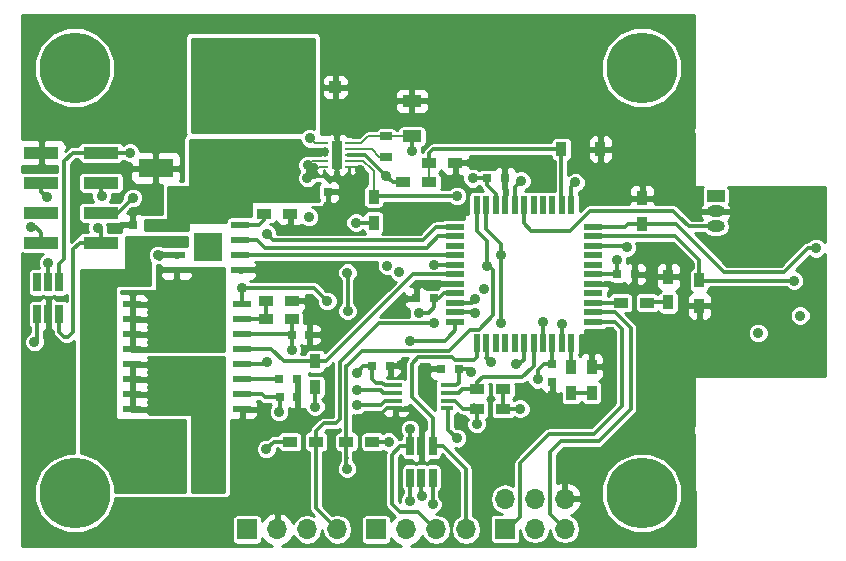
<source format=gbr>
G04 #@! TF.FileFunction,Copper,L1,Top,Plane*
%FSLAX46Y46*%
G04 Gerber Fmt 4.6, Leading zero omitted, Abs format (unit mm)*
G04 Created by KiCad (PCBNEW 4.0.4-stable) date 02/07/17 14:21:35*
%MOMM*%
%LPD*%
G01*
G04 APERTURE LIST*
%ADD10C,0.100000*%
%ADD11R,0.560000X1.600000*%
%ADD12R,1.600000X0.560000*%
%ADD13R,3.000000X1.600000*%
%ADD14R,0.800000X0.750000*%
%ADD15R,1.600000X1.000000*%
%ADD16R,0.750000X0.800000*%
%ADD17R,0.900000X1.200000*%
%ADD18R,1.000000X1.000000*%
%ADD19R,3.810000X4.240000*%
%ADD20R,1.000000X0.700000*%
%ADD21C,6.000000*%
%ADD22R,1.200000X0.900000*%
%ADD23R,1.550000X0.600000*%
%ADD24R,1.175000X1.175000*%
%ADD25R,1.500000X0.600000*%
%ADD26R,0.650000X1.560000*%
%ADD27R,0.500000X0.250000*%
%ADD28R,0.840000X2.400000*%
%ADD29C,1.700000*%
%ADD30R,1.700000X1.700000*%
%ADD31R,1.100000X0.400000*%
%ADD32R,3.000000X1.000000*%
%ADD33O,1.700000X1.700000*%
%ADD34O,1.501140X1.000000*%
%ADD35R,1.501140X1.000000*%
%ADD36C,0.900000*%
%ADD37C,0.300000*%
%ADD38C,0.400000*%
%ADD39C,0.200000*%
%ADD40C,0.254000*%
G04 APERTURE END LIST*
D10*
D11*
X133990000Y-77875000D03*
X133190000Y-77875000D03*
X132390000Y-77875000D03*
X131590000Y-77875000D03*
X130790000Y-77875000D03*
X129990000Y-77875000D03*
X129190000Y-77875000D03*
X128390000Y-77875000D03*
X127590000Y-77875000D03*
X126790000Y-77875000D03*
X125990000Y-77875000D03*
D12*
X124140000Y-79725000D03*
X124140000Y-80525000D03*
X124140000Y-81325000D03*
X124140000Y-82125000D03*
X124140000Y-82925000D03*
X124140000Y-83725000D03*
X124140000Y-84525000D03*
X124140000Y-85325000D03*
X124140000Y-86125000D03*
X124140000Y-86925000D03*
X124140000Y-87725000D03*
D11*
X125990000Y-89575000D03*
X126790000Y-89575000D03*
X127590000Y-89575000D03*
X128390000Y-89575000D03*
X129190000Y-89575000D03*
X129990000Y-89575000D03*
X130790000Y-89575000D03*
X131590000Y-89575000D03*
X132390000Y-89575000D03*
X133190000Y-89575000D03*
X133990000Y-89575000D03*
D12*
X135840000Y-87725000D03*
X135840000Y-86925000D03*
X135840000Y-86125000D03*
X135840000Y-85325000D03*
X135840000Y-84525000D03*
X135840000Y-83725000D03*
X135840000Y-82925000D03*
X135840000Y-82125000D03*
X135840000Y-81325000D03*
X135840000Y-80525000D03*
X135840000Y-79725000D03*
D13*
X103195000Y-74745000D03*
X98795000Y-74745000D03*
D14*
X98370000Y-79545000D03*
X96870000Y-79545000D03*
X111845000Y-76755000D03*
X113345000Y-76755000D03*
D15*
X120495000Y-72055000D03*
X120495000Y-69055000D03*
D14*
X110315000Y-88825000D03*
X111815000Y-88825000D03*
X109275000Y-92605000D03*
X110775000Y-92605000D03*
X109285000Y-94155000D03*
X110785000Y-94155000D03*
X128340000Y-75590000D03*
X126840000Y-75590000D03*
D16*
X132385000Y-92835000D03*
X132385000Y-91335000D03*
D14*
X120875000Y-85765000D03*
X122375000Y-85765000D03*
X139365000Y-83715000D03*
X137865000Y-83715000D03*
D17*
X135695000Y-91565000D03*
X135695000Y-93765000D03*
X142205000Y-83915000D03*
X142205000Y-86115000D03*
D18*
X111495000Y-67870000D03*
X113995000Y-67870000D03*
D19*
X107820000Y-74740000D03*
X107820000Y-67200000D03*
D20*
X118305000Y-73755000D03*
X118305000Y-72055000D03*
D21*
X91945000Y-102245000D03*
X91945000Y-66245000D03*
D22*
X110175000Y-78595000D03*
X107975000Y-78595000D03*
D17*
X117245000Y-79345000D03*
X117245000Y-77145000D03*
D22*
X110300000Y-87530000D03*
X108100000Y-87530000D03*
X108100000Y-85980000D03*
X110300000Y-85980000D03*
D17*
X112305000Y-93295000D03*
X112305000Y-91095000D03*
X133985000Y-91565000D03*
X133985000Y-93765000D03*
D22*
X138195000Y-86120000D03*
X140395000Y-86120000D03*
X128215000Y-95115000D03*
X126015000Y-95115000D03*
X128225000Y-93455000D03*
X126025000Y-93455000D03*
X121965000Y-74285000D03*
X124165000Y-74285000D03*
X119760000Y-75950000D03*
X121960000Y-75950000D03*
X110180000Y-97890000D03*
X112380000Y-97890000D03*
X117150000Y-97900000D03*
X114950000Y-97900000D03*
D23*
X105945000Y-83350000D03*
X105945000Y-82080000D03*
X105945000Y-80810000D03*
X105945000Y-79540000D03*
X100545000Y-79540000D03*
X100545000Y-80810000D03*
X100545000Y-82080000D03*
X100545000Y-83350000D03*
D24*
X102657500Y-80857500D03*
X102657500Y-82032500D03*
X103832500Y-80857500D03*
X103832500Y-82032500D03*
D25*
X96810000Y-86255000D03*
X96810000Y-87525000D03*
X96810000Y-88795000D03*
X96810000Y-90065000D03*
X96810000Y-91335000D03*
X96810000Y-92605000D03*
X96810000Y-93875000D03*
X96810000Y-95145000D03*
X106110000Y-95145000D03*
X106110000Y-93875000D03*
X106110000Y-92605000D03*
X106110000Y-91335000D03*
X106110000Y-90065000D03*
X106110000Y-88795000D03*
X106110000Y-87525000D03*
X106110000Y-86255000D03*
D26*
X122240000Y-98260000D03*
X121290000Y-98260000D03*
X120340000Y-98260000D03*
X120340000Y-100960000D03*
X122240000Y-100960000D03*
X121290000Y-100960000D03*
X88740000Y-87100000D03*
X89690000Y-87100000D03*
X90640000Y-87100000D03*
X90640000Y-84400000D03*
X88740000Y-84400000D03*
X89690000Y-84400000D03*
D27*
X115065000Y-72615000D03*
X115065000Y-73115000D03*
X115065000Y-74615000D03*
X115065000Y-74115000D03*
X115065000Y-73615000D03*
X113165000Y-74615000D03*
X113165000Y-74115000D03*
X113165000Y-72615000D03*
X113165000Y-73115000D03*
D28*
X114115000Y-73615000D03*
D27*
X113165000Y-73615000D03*
D29*
X102890000Y-100790000D03*
D30*
X100350000Y-100790000D03*
D31*
X119130000Y-93135000D03*
X119130000Y-93785000D03*
X119130000Y-94435000D03*
X119130000Y-95085000D03*
X123430000Y-95085000D03*
X123430000Y-94435000D03*
X123430000Y-93785000D03*
X123430000Y-93135000D03*
D32*
X89120000Y-81050000D03*
X94160000Y-81050000D03*
X89120000Y-78510000D03*
X94160000Y-78510000D03*
X89120000Y-75970000D03*
X94160000Y-75970000D03*
X89120000Y-73430000D03*
X94160000Y-73430000D03*
D29*
X100350000Y-67500000D03*
D30*
X102890000Y-67500000D03*
X106540000Y-105330000D03*
D33*
X109080000Y-105330000D03*
X111620000Y-105330000D03*
X114160000Y-105330000D03*
D21*
X139950000Y-102245000D03*
X139950000Y-66245000D03*
D14*
X117140000Y-91460000D03*
X118640000Y-91460000D03*
X124480000Y-91740000D03*
X122980000Y-91740000D03*
D17*
X133150000Y-73120000D03*
X136450000Y-73120000D03*
D30*
X128360000Y-105280000D03*
D33*
X128360000Y-102740000D03*
X130900000Y-105280000D03*
X130900000Y-102740000D03*
X133440000Y-105280000D03*
X133440000Y-102740000D03*
D30*
X117460000Y-105330000D03*
D33*
X120000000Y-105330000D03*
X122540000Y-105330000D03*
X125080000Y-105330000D03*
D17*
X139970000Y-79490000D03*
X139970000Y-77290000D03*
X144830000Y-84210000D03*
X144830000Y-86410000D03*
D34*
X146210000Y-78400000D03*
X146210000Y-79670000D03*
D35*
X146210000Y-77130000D03*
D36*
X119600000Y-91440000D03*
X119800000Y-85820000D03*
X121640000Y-91740000D03*
X120495000Y-67655000D03*
X123220000Y-64920000D03*
X89800000Y-96480000D03*
X91280000Y-93740000D03*
X88150000Y-93910000D03*
X89690000Y-91200000D03*
X121310000Y-96240000D03*
X128340000Y-74370000D03*
X107515000Y-83355000D03*
X115910000Y-96010000D03*
X98785000Y-76585000D03*
X96525000Y-74745000D03*
X98795000Y-72415000D03*
X105555000Y-98835000D03*
X116105000Y-74935000D03*
X132385000Y-93905000D03*
X142205000Y-82475000D03*
X139365000Y-82575000D03*
X135695000Y-89815000D03*
X131585000Y-87725000D03*
X96865000Y-78475000D03*
X125485000Y-74285000D03*
X115385000Y-67875000D03*
X110765000Y-95385000D03*
X113125000Y-88825000D03*
X111765000Y-85975000D03*
X110175000Y-79795000D03*
X113345000Y-77945000D03*
X114115000Y-73615000D03*
X111645000Y-75555000D03*
X111655000Y-74495000D03*
X111875000Y-72205000D03*
X102657500Y-80857500D03*
X103745000Y-80845000D03*
X98985000Y-82085000D03*
X103832500Y-82032500D03*
X102657500Y-82032500D03*
X126150000Y-68010000D03*
X129390000Y-64920000D03*
X132590000Y-67890000D03*
X135640000Y-64850000D03*
X125500000Y-91980000D03*
X153360000Y-87220000D03*
X149810000Y-88690000D03*
X89680000Y-82750000D03*
X121310000Y-102460000D03*
X125620000Y-75590000D03*
X118510000Y-97900000D03*
X108160000Y-98530000D03*
X126580000Y-84960000D03*
X115725000Y-79345000D03*
X111765000Y-78885000D03*
X121095000Y-86985000D03*
X137855000Y-82475000D03*
X131125000Y-92625000D03*
X129665000Y-95105000D03*
X110315000Y-90165000D03*
X112305000Y-94925000D03*
X120495000Y-73275000D03*
X110615000Y-76755000D03*
X118295000Y-75385000D03*
X96850000Y-77270000D03*
X115835000Y-92045000D03*
X115865000Y-94825000D03*
X89570000Y-77220000D03*
X94210000Y-77100000D03*
X115805000Y-93555000D03*
X120350000Y-89340000D03*
X120340000Y-96820000D03*
X124300000Y-77100000D03*
X129760000Y-75800000D03*
X125840000Y-85840000D03*
X88530000Y-89440000D03*
X88270000Y-79740000D03*
X125860000Y-87010000D03*
X93870000Y-79770000D03*
X96610000Y-73430000D03*
X108225000Y-80315000D03*
X114990000Y-100180000D03*
X119415000Y-83525000D03*
X126885000Y-83005000D03*
X128000000Y-87870000D03*
X118380000Y-82990000D03*
X128035000Y-82095000D03*
X122370000Y-87880000D03*
X122365000Y-82905000D03*
X129300000Y-91320000D03*
X125965000Y-96395000D03*
X154720000Y-81520000D03*
X152850000Y-84260000D03*
X134335000Y-75955000D03*
X108235000Y-91155000D03*
X115040000Y-86810000D03*
X115030000Y-83580000D03*
X133195000Y-87955000D03*
X124310000Y-97600000D03*
X106115000Y-84875000D03*
X113315000Y-85995000D03*
X127145000Y-91175000D03*
X120320000Y-102950000D03*
X122240000Y-103210000D03*
X138690000Y-81430000D03*
X109240000Y-95380000D03*
D37*
X118640000Y-91460000D02*
X118660000Y-91440000D01*
X118660000Y-91440000D02*
X119600000Y-91440000D01*
X120875000Y-85765000D02*
X120820000Y-85820000D01*
X120820000Y-85820000D02*
X119800000Y-85820000D01*
X122980000Y-91740000D02*
X121640000Y-91740000D01*
X120495000Y-67655000D02*
X123220000Y-64930000D01*
X120495000Y-69055000D02*
X120495000Y-67655000D01*
X123220000Y-64930000D02*
X123220000Y-64920000D01*
X89690000Y-87100000D02*
X89690000Y-91200000D01*
X88320000Y-93740000D02*
X91280000Y-93740000D01*
X88150000Y-93910000D02*
X88320000Y-93740000D01*
X121290000Y-98260000D02*
X121290000Y-96260000D01*
X121290000Y-96260000D02*
X121310000Y-96240000D01*
X128340000Y-75590000D02*
X128340000Y-74370000D01*
X128390000Y-77875000D02*
X128390000Y-75640000D01*
X128390000Y-75640000D02*
X128340000Y-75590000D01*
X117910000Y-95590000D02*
X117490000Y-96010000D01*
X118415000Y-95085000D02*
X117910000Y-95590000D01*
X119130000Y-95085000D02*
X118415000Y-95085000D01*
X117490000Y-96010000D02*
X115910000Y-96010000D01*
D38*
X98795000Y-74745000D02*
X98795000Y-76575000D01*
X98795000Y-76575000D02*
X98785000Y-76585000D01*
X98795000Y-74745000D02*
X96525000Y-74745000D01*
X98795000Y-74745000D02*
X98795000Y-72415000D01*
D37*
X106110000Y-97130000D02*
X106110000Y-98280000D01*
X106110000Y-95145000D02*
X106110000Y-96400000D01*
X106110000Y-96400000D02*
X106110000Y-97130000D01*
X106110000Y-98280000D02*
X105555000Y-98835000D01*
D39*
X115065000Y-74615000D02*
X115785000Y-74615000D01*
X115785000Y-74615000D02*
X116105000Y-74935000D01*
D37*
X132385000Y-92835000D02*
X132385000Y-93905000D01*
X124140000Y-84525000D02*
X121095000Y-84525000D01*
X120875000Y-84745000D02*
X120875000Y-85765000D01*
X121095000Y-84525000D02*
X120875000Y-84745000D01*
X142205000Y-83915000D02*
X142205000Y-82475000D01*
X139365000Y-83715000D02*
X139365000Y-82575000D01*
X139365000Y-83715000D02*
X139365000Y-84355000D01*
X137555000Y-84525000D02*
X135840000Y-84525000D01*
X137865000Y-84835000D02*
X137555000Y-84525000D01*
X138885000Y-84835000D02*
X137865000Y-84835000D01*
X139365000Y-84355000D02*
X138885000Y-84835000D01*
X135695000Y-91565000D02*
X135695000Y-89815000D01*
X131590000Y-89575000D02*
X131590000Y-87730000D01*
X131590000Y-87730000D02*
X131585000Y-87725000D01*
X96870000Y-79545000D02*
X96870000Y-78480000D01*
X96870000Y-78480000D02*
X96865000Y-78475000D01*
X124165000Y-74285000D02*
X125485000Y-74285000D01*
X113995000Y-67870000D02*
X115380000Y-67870000D01*
X115380000Y-67870000D02*
X115385000Y-67875000D01*
X110775000Y-92605000D02*
X110775000Y-94145000D01*
X110775000Y-94145000D02*
X110765000Y-94155000D01*
X110765000Y-94155000D02*
X110765000Y-95385000D01*
X111815000Y-88825000D02*
X113125000Y-88825000D01*
X110300000Y-85980000D02*
X111760000Y-85980000D01*
X111760000Y-85980000D02*
X111765000Y-85975000D01*
X105945000Y-83350000D02*
X107510000Y-83350000D01*
X107510000Y-83350000D02*
X107515000Y-83355000D01*
X110175000Y-78595000D02*
X110175000Y-79795000D01*
X113345000Y-76755000D02*
X113345000Y-77945000D01*
D39*
X113165000Y-74615000D02*
X112635000Y-74615000D01*
X111695000Y-75555000D02*
X111645000Y-75555000D01*
X112635000Y-74615000D02*
X111695000Y-75555000D01*
X113165000Y-74115000D02*
X112035000Y-74115000D01*
X112035000Y-74115000D02*
X111655000Y-74495000D01*
X113165000Y-72615000D02*
X112285000Y-72615000D01*
X112285000Y-72615000D02*
X111875000Y-72205000D01*
D37*
X100545000Y-82080000D02*
X98990000Y-82080000D01*
X98990000Y-82080000D02*
X98985000Y-82085000D01*
X103832500Y-82032500D02*
X102657500Y-82032500D01*
X103745000Y-80845000D02*
X103757500Y-80857500D01*
X103757500Y-80857500D02*
X103832500Y-80857500D01*
X126150000Y-68010000D02*
X129240000Y-64920000D01*
X129240000Y-64920000D02*
X129390000Y-64920000D01*
X132590000Y-67890000D02*
X135630000Y-64850000D01*
X135630000Y-64850000D02*
X135640000Y-64850000D01*
X120640000Y-105360000D02*
X120660000Y-105360000D01*
X124480000Y-91740000D02*
X125260000Y-91740000D01*
X125260000Y-91740000D02*
X125500000Y-91980000D01*
X123430000Y-93135000D02*
X124235000Y-93135000D01*
X124480000Y-92890000D02*
X124480000Y-91740000D01*
X124235000Y-93135000D02*
X124480000Y-92890000D01*
X89690000Y-84400000D02*
X89690000Y-82760000D01*
X89690000Y-82760000D02*
X89680000Y-82750000D01*
X121290000Y-100960000D02*
X121290000Y-102440000D01*
X121290000Y-102440000D02*
X121310000Y-102460000D01*
X126840000Y-75590000D02*
X125620000Y-75590000D01*
X127590000Y-77875000D02*
X127590000Y-76930000D01*
X126840000Y-76180000D02*
X126840000Y-75590000D01*
X127590000Y-76930000D02*
X126840000Y-76180000D01*
X117150000Y-97900000D02*
X118510000Y-97900000D01*
X110180000Y-97890000D02*
X108800000Y-97890000D01*
X108800000Y-97890000D02*
X108160000Y-98530000D01*
X126580000Y-84960000D02*
X126590000Y-84970000D01*
X117245000Y-79345000D02*
X115725000Y-79345000D01*
X122375000Y-85765000D02*
X122375000Y-86505000D01*
X121895000Y-86985000D02*
X121095000Y-86985000D01*
X122375000Y-86505000D02*
X121895000Y-86985000D01*
X122375000Y-85765000D02*
X122745000Y-85765000D01*
X122745000Y-85765000D02*
X123185000Y-85325000D01*
X123185000Y-85325000D02*
X124140000Y-85325000D01*
X137865000Y-83715000D02*
X137865000Y-82485000D01*
X137865000Y-82485000D02*
X137855000Y-82475000D01*
X132385000Y-91335000D02*
X131635000Y-91335000D01*
X131125000Y-91845000D02*
X131125000Y-92625000D01*
X131635000Y-91335000D02*
X131125000Y-91845000D01*
X128215000Y-95115000D02*
X128225000Y-95105000D01*
X128225000Y-95105000D02*
X129665000Y-95105000D01*
X128225000Y-93455000D02*
X128215000Y-93465000D01*
X128215000Y-93465000D02*
X128215000Y-95115000D01*
X110315000Y-88825000D02*
X110315000Y-90165000D01*
X112305000Y-93295000D02*
X112305000Y-94925000D01*
X120495000Y-72055000D02*
X120495000Y-73275000D01*
X132385000Y-91335000D02*
X132385000Y-89580000D01*
X132385000Y-89580000D02*
X132390000Y-89575000D01*
X135840000Y-83725000D02*
X137855000Y-83725000D01*
X137855000Y-83725000D02*
X137865000Y-83715000D01*
X106110000Y-88795000D02*
X110285000Y-88795000D01*
X110285000Y-88795000D02*
X110315000Y-88825000D01*
X110315000Y-88825000D02*
X110315000Y-87545000D01*
X110315000Y-87545000D02*
X110300000Y-87530000D01*
D39*
X118305000Y-72055000D02*
X120495000Y-72055000D01*
X115065000Y-72615000D02*
X116215000Y-72615000D01*
X116775000Y-72055000D02*
X118305000Y-72055000D01*
X116215000Y-72615000D02*
X116775000Y-72055000D01*
D37*
X113165000Y-73615000D02*
X113070000Y-73520000D01*
X113070000Y-73520000D02*
X110670000Y-73520000D01*
X110310000Y-76450000D02*
X110615000Y-76755000D01*
X110310000Y-73880000D02*
X110310000Y-76450000D01*
X110670000Y-73520000D02*
X110310000Y-73880000D01*
X115065000Y-73615000D02*
X116525000Y-73615000D01*
X113165000Y-73115000D02*
X113165000Y-73615000D01*
X108995000Y-76135000D02*
X107820000Y-74960000D01*
X107820000Y-74960000D02*
X107820000Y-74740000D01*
X109045000Y-73375000D02*
X107820000Y-74600000D01*
X107820000Y-74600000D02*
X107820000Y-74740000D01*
X106635000Y-76165000D02*
X107820000Y-74980000D01*
X107820000Y-74980000D02*
X107820000Y-74740000D01*
X106645000Y-73325000D02*
X107820000Y-74500000D01*
X107820000Y-74500000D02*
X107820000Y-74740000D01*
X108340000Y-75260000D02*
X107820000Y-74740000D01*
X108945000Y-73615000D02*
X107820000Y-74740000D01*
X109445000Y-73115000D02*
X107820000Y-74740000D01*
X100545000Y-79540000D02*
X98375000Y-79540000D01*
X98375000Y-79540000D02*
X98370000Y-79545000D01*
D39*
X116525000Y-73615000D02*
X116815000Y-73905000D01*
D37*
X118295000Y-75385000D02*
X118855000Y-75945000D01*
X116525000Y-73615000D02*
X118295000Y-75385000D01*
D39*
X116815000Y-73905000D02*
X118295000Y-75385000D01*
X118295000Y-75385000D02*
X118875000Y-75965000D01*
D37*
X118855000Y-75945000D02*
X119755000Y-75945000D01*
D39*
X118875000Y-75965000D02*
X119775000Y-75965000D01*
D37*
X106110000Y-92605000D02*
X109275000Y-92605000D01*
X133985000Y-93765000D02*
X135695000Y-93765000D01*
X142205000Y-86115000D02*
X140400000Y-86115000D01*
X140400000Y-86115000D02*
X140395000Y-86120000D01*
D39*
X118305000Y-73755000D02*
X117735000Y-73755000D01*
X117095000Y-73115000D02*
X115065000Y-73115000D01*
X117735000Y-73755000D02*
X117095000Y-73115000D01*
D37*
X117140000Y-91460000D02*
X117140000Y-92560000D01*
X117470000Y-92890000D02*
X117980000Y-92890000D01*
X117140000Y-92560000D02*
X117470000Y-92890000D01*
X117140000Y-91460000D02*
X116420000Y-91460000D01*
X96850000Y-77270000D02*
X95610000Y-78510000D01*
X115835000Y-92045000D02*
X116370000Y-91510000D01*
X116420000Y-91460000D02*
X116370000Y-91510000D01*
X118225000Y-93135000D02*
X119130000Y-93135000D01*
X117980000Y-92890000D02*
X118225000Y-93135000D01*
X95610000Y-78510000D02*
X94160000Y-78510000D01*
X89120000Y-75970000D02*
X89120000Y-76770000D01*
X118234800Y-94435000D02*
X117847340Y-94822460D01*
X117847340Y-94822460D02*
X115867540Y-94822460D01*
X115867540Y-94822460D02*
X115865000Y-94825000D01*
X118234800Y-94435000D02*
X119130000Y-94435000D01*
X89120000Y-76770000D02*
X89570000Y-77220000D01*
X94160000Y-77050000D02*
X94160000Y-75970000D01*
X94210000Y-77100000D02*
X94160000Y-77050000D01*
X119130000Y-93785000D02*
X118074800Y-93785000D01*
X115807540Y-93557540D02*
X117847340Y-93557540D01*
X115807540Y-93557540D02*
X115805000Y-93555000D01*
X118074800Y-93785000D02*
X117847340Y-93557540D01*
X120340000Y-98260000D02*
X120340000Y-96820000D01*
X123280000Y-89340000D02*
X120350000Y-89340000D01*
X123280000Y-89340000D02*
X123785000Y-88835000D01*
X122540000Y-105330000D02*
X122460000Y-105330000D01*
X122460000Y-105330000D02*
X120980000Y-103850000D01*
X120980000Y-103850000D02*
X119440000Y-103850000D01*
X119440000Y-103850000D02*
X118790000Y-103200000D01*
X118790000Y-103200000D02*
X118790000Y-98990000D01*
X120340000Y-98260000D02*
X119520000Y-98260000D01*
X119520000Y-98260000D02*
X118790000Y-98990000D01*
X120340000Y-98260000D02*
X120420000Y-98180000D01*
X124140000Y-88480000D02*
X123785000Y-88835000D01*
X124140000Y-87725000D02*
X124140000Y-88480000D01*
X123785000Y-88835000D02*
X123745000Y-88875000D01*
X122240000Y-98260000D02*
X123110000Y-98260000D01*
X125080000Y-100230000D02*
X125080000Y-105330000D01*
X123110000Y-98260000D02*
X125080000Y-100230000D01*
X125750000Y-91000000D02*
X124140000Y-91000000D01*
X122240000Y-95870000D02*
X122240000Y-95930000D01*
X120480000Y-94110000D02*
X122240000Y-95870000D01*
X120480000Y-91310000D02*
X120480000Y-94110000D01*
X121040000Y-90750000D02*
X120480000Y-91310000D01*
X123890000Y-90750000D02*
X121040000Y-90750000D01*
X124140000Y-91000000D02*
X123890000Y-90750000D01*
X125990000Y-89575000D02*
X125990000Y-90760000D01*
X125990000Y-90760000D02*
X125750000Y-91000000D01*
X122240000Y-95970000D02*
X122240000Y-98260000D01*
X133990000Y-89575000D02*
X133990000Y-91560000D01*
X133990000Y-91560000D02*
X133985000Y-91565000D01*
X129190000Y-77875000D02*
X129190000Y-76370000D01*
X124295000Y-77105000D02*
X123145000Y-77105000D01*
X124300000Y-77100000D02*
X124295000Y-77105000D01*
X129190000Y-76370000D02*
X129760000Y-75800000D01*
X117245000Y-77145000D02*
X117285000Y-77105000D01*
X117285000Y-77105000D02*
X119015000Y-77105000D01*
X123145000Y-77105000D02*
X119015000Y-77105000D01*
D39*
X117075000Y-74835000D02*
X117245000Y-75005000D01*
X116355000Y-74115000D02*
X117075000Y-74835000D01*
X115065000Y-74115000D02*
X115865000Y-74115000D01*
X115865000Y-74115000D02*
X116355000Y-74115000D01*
X117245000Y-75005000D02*
X117245000Y-77145000D01*
D37*
X146210000Y-79680000D02*
X143930000Y-79680000D01*
X143930000Y-79680000D02*
X143100000Y-78850000D01*
X143100000Y-78850000D02*
X143090000Y-78840000D01*
X143100000Y-78850000D02*
X142610000Y-78360000D01*
X142610000Y-78360000D02*
X135570000Y-78360000D01*
X130590000Y-80020000D02*
X133910000Y-80020000D01*
X129990000Y-79420000D02*
X130590000Y-80020000D01*
X129990000Y-79420000D02*
X129990000Y-77875000D01*
X133910000Y-80020000D02*
X135090000Y-78840000D01*
X135570000Y-78360000D02*
X135090000Y-78840000D01*
X124140000Y-86125000D02*
X125555000Y-86125000D01*
X125555000Y-86125000D02*
X125840000Y-85840000D01*
X88740000Y-87100000D02*
X88740000Y-89230000D01*
X88740000Y-89230000D02*
X88530000Y-89440000D01*
X89120000Y-81050000D02*
X89120000Y-80220000D01*
X88640000Y-79740000D02*
X88270000Y-79740000D01*
X89120000Y-80220000D02*
X88640000Y-79740000D01*
X124140000Y-86925000D02*
X125775000Y-86925000D01*
X125775000Y-86925000D02*
X125860000Y-87010000D01*
X93890000Y-79790000D02*
X93870000Y-79770000D01*
X90640000Y-87100000D02*
X90640000Y-88630000D01*
X92400000Y-81050000D02*
X94160000Y-81050000D01*
X91830000Y-81620000D02*
X92400000Y-81050000D01*
X91830000Y-88630000D02*
X91830000Y-81620000D01*
X91410000Y-89050000D02*
X91830000Y-88630000D01*
X91060000Y-89050000D02*
X91410000Y-89050000D01*
X90640000Y-88630000D02*
X91060000Y-89050000D01*
X94160000Y-80060000D02*
X94160000Y-81050000D01*
X93890000Y-79790000D02*
X94160000Y-80060000D01*
X105945000Y-82080000D02*
X124095000Y-82080000D01*
X105945000Y-80810000D02*
X107360000Y-80810000D01*
X121725000Y-81475000D02*
X122675000Y-80525000D01*
X108025000Y-81475000D02*
X121725000Y-81475000D01*
X107360000Y-80810000D02*
X108025000Y-81475000D01*
X124140000Y-80525000D02*
X122675000Y-80525000D01*
X90640000Y-84400000D02*
X90640000Y-82830000D01*
X91790000Y-73430000D02*
X94160000Y-73430000D01*
X91050000Y-74170000D02*
X91790000Y-73430000D01*
X91050000Y-82420000D02*
X91050000Y-74170000D01*
X90640000Y-82830000D02*
X91050000Y-82420000D01*
X122545000Y-79725000D02*
X121415000Y-80855000D01*
X121415000Y-80855000D02*
X108765000Y-80855000D01*
X108765000Y-80855000D02*
X108225000Y-80315000D01*
X124140000Y-79725000D02*
X122545000Y-79725000D01*
X96610000Y-73430000D02*
X94160000Y-73430000D01*
X95135000Y-73375000D02*
X95115000Y-73355000D01*
X125430000Y-88420000D02*
X126150000Y-88420000D01*
X127395000Y-87175000D02*
X127395000Y-86455000D01*
X126150000Y-88420000D02*
X127395000Y-87175000D01*
X114950000Y-100140000D02*
X114950000Y-99280000D01*
X114990000Y-100180000D02*
X114950000Y-100140000D01*
X114950000Y-97900000D02*
X114950000Y-99280000D01*
X114950000Y-99280000D02*
X114960000Y-99290000D01*
X123995000Y-89855000D02*
X123630000Y-90220000D01*
X126885000Y-83005000D02*
X127055000Y-83005000D01*
X127055000Y-83005000D02*
X127395000Y-83345000D01*
X123995000Y-89855000D02*
X125430000Y-88420000D01*
X127395000Y-83345000D02*
X127395000Y-86455000D01*
X123630000Y-90220000D02*
X116230000Y-90220000D01*
X114950000Y-97900000D02*
X114950000Y-91500000D01*
X114950000Y-91500000D02*
X114995000Y-91455000D01*
X114995000Y-91455000D02*
X116240000Y-90210000D01*
X126885000Y-83005000D02*
X126885000Y-80905000D01*
X126875000Y-80895000D02*
X126875000Y-80905000D01*
X126885000Y-80905000D02*
X126875000Y-80895000D01*
X125990000Y-80020000D02*
X126875000Y-80905000D01*
X125990000Y-80020000D02*
X125990000Y-77875000D01*
X128005000Y-83625000D02*
X128005000Y-87085000D01*
X128005000Y-82125000D02*
X128005000Y-83625000D01*
X128005000Y-82125000D02*
X128035000Y-82095000D01*
X128005000Y-87865000D02*
X128005000Y-87085000D01*
X128000000Y-87870000D02*
X128005000Y-87865000D01*
X112380000Y-97890000D02*
X112380000Y-103550000D01*
X112380000Y-103550000D02*
X114160000Y-105330000D01*
X114425000Y-94305000D02*
X114425000Y-95965000D01*
X116355000Y-89225000D02*
X114425000Y-91155000D01*
X114425000Y-91155000D02*
X114425000Y-94305000D01*
X117700000Y-87880000D02*
X122370000Y-87880000D01*
X116355000Y-89225000D02*
X117700000Y-87880000D01*
X112380000Y-97010000D02*
X113030000Y-96360000D01*
X113030000Y-96360000D02*
X113750000Y-96360000D01*
X112380000Y-97010000D02*
X112380000Y-97890000D01*
X114030000Y-96360000D02*
X113750000Y-96360000D01*
X114425000Y-95965000D02*
X114030000Y-96360000D01*
X112380000Y-97890000D02*
X112380000Y-98020000D01*
X128035000Y-82095000D02*
X128035000Y-81175000D01*
X128035000Y-81175000D02*
X127995000Y-81135000D01*
X128035000Y-82095000D02*
X127995000Y-82055000D01*
X126790000Y-79930000D02*
X127995000Y-81135000D01*
X126790000Y-79930000D02*
X126790000Y-77875000D01*
X127995000Y-81135000D02*
X128005000Y-81145000D01*
X126840000Y-77925000D02*
X126790000Y-77875000D01*
X126785000Y-77880000D02*
X126790000Y-77875000D01*
X105945000Y-79540000D02*
X107580000Y-79540000D01*
X107975000Y-79145000D02*
X107975000Y-78595000D01*
X107580000Y-79540000D02*
X107975000Y-79145000D01*
D39*
X105945000Y-79540000D02*
X105950000Y-79545000D01*
D37*
X106110000Y-87525000D02*
X108095000Y-87525000D01*
X108095000Y-87525000D02*
X108100000Y-87520000D01*
X108100000Y-87520000D02*
X108100000Y-85980000D01*
X115775000Y-88525000D02*
X120575000Y-83725000D01*
X112305000Y-91095000D02*
X113205000Y-91095000D01*
X120575000Y-83725000D02*
X124140000Y-83725000D01*
X113205000Y-91095000D02*
X115775000Y-88525000D01*
X110525000Y-91095000D02*
X109625000Y-91095000D01*
X109625000Y-91095000D02*
X108595000Y-90065000D01*
X106110000Y-90065000D02*
X108595000Y-90065000D01*
X110525000Y-91095000D02*
X112305000Y-91095000D01*
X122385000Y-82925000D02*
X124140000Y-82925000D01*
X122385000Y-82925000D02*
X122365000Y-82905000D01*
X129755000Y-91185000D02*
X129620000Y-91320000D01*
X129990000Y-90950000D02*
X129755000Y-91185000D01*
X129990000Y-89575000D02*
X129990000Y-90950000D01*
X129620000Y-91320000D02*
X129300000Y-91320000D01*
X123430000Y-94435000D02*
X124155000Y-94435000D01*
X124835000Y-95115000D02*
X126015000Y-95115000D01*
X124155000Y-94435000D02*
X124835000Y-95115000D01*
X125965000Y-95165000D02*
X125965000Y-96395000D01*
X125965000Y-95165000D02*
X126015000Y-95115000D01*
X125722460Y-94822460D02*
X126015000Y-95115000D01*
X130615000Y-91625000D02*
X129830000Y-92410000D01*
X126470000Y-92430000D02*
X126470000Y-92440000D01*
X126490000Y-92410000D02*
X126470000Y-92430000D01*
X129830000Y-92410000D02*
X126490000Y-92410000D01*
X126025000Y-93455000D02*
X126025000Y-92885000D01*
X126025000Y-92885000D02*
X126470000Y-92440000D01*
X123430000Y-93785000D02*
X124435000Y-93785000D01*
X124765000Y-93455000D02*
X126025000Y-93455000D01*
X124435000Y-93785000D02*
X124765000Y-93455000D01*
X130790000Y-91450000D02*
X130790000Y-89575000D01*
X130615000Y-91625000D02*
X130790000Y-91450000D01*
X125922460Y-93557540D02*
X126025000Y-93455000D01*
X143105000Y-79750000D02*
X142845000Y-79490000D01*
X142845000Y-79490000D02*
X141540000Y-79490000D01*
X139970000Y-79490000D02*
X141540000Y-79490000D01*
X135840000Y-79725000D02*
X138535000Y-79725000D01*
X138770000Y-79490000D02*
X139970000Y-79490000D01*
X138535000Y-79725000D02*
X138770000Y-79490000D01*
X143080000Y-79725000D02*
X143105000Y-79750000D01*
X143105000Y-79750000D02*
X146925000Y-83570000D01*
X146925000Y-83570000D02*
X151990000Y-83570000D01*
X151990000Y-83570000D02*
X154040000Y-81520000D01*
X154040000Y-81520000D02*
X154720000Y-81520000D01*
X144830000Y-84210000D02*
X144830000Y-82555000D01*
X142800000Y-80525000D02*
X135840000Y-80525000D01*
X144830000Y-82555000D02*
X142800000Y-80525000D01*
X146610000Y-84260000D02*
X144880000Y-84260000D01*
X144880000Y-84260000D02*
X144830000Y-84210000D01*
X146535000Y-84260000D02*
X146610000Y-84260000D01*
X146610000Y-84260000D02*
X152850000Y-84260000D01*
X152850000Y-84260000D02*
X152730000Y-84260000D01*
X133990000Y-76300000D02*
X133990000Y-77875000D01*
X134335000Y-75955000D02*
X133990000Y-76300000D01*
X115035000Y-85770000D02*
X115035000Y-86805000D01*
X108055000Y-91335000D02*
X106110000Y-91335000D01*
X108055000Y-91335000D02*
X108235000Y-91155000D01*
X115035000Y-86805000D02*
X115040000Y-86810000D01*
X115035000Y-85770000D02*
X115035000Y-83585000D01*
X115035000Y-83585000D02*
X115030000Y-83580000D01*
X115035000Y-85770000D02*
X115035000Y-85745000D01*
X123582660Y-96120000D02*
X123582660Y-96872660D01*
X133190000Y-87960000D02*
X133190000Y-89575000D01*
X133190000Y-87960000D02*
X133195000Y-87955000D01*
X123582660Y-96872660D02*
X124310000Y-97600000D01*
X123582660Y-96120000D02*
X123582660Y-95237660D01*
X123582660Y-95237660D02*
X123430000Y-95085000D01*
X123582660Y-96092460D02*
X123582660Y-96120000D01*
X126815000Y-90845000D02*
X126815000Y-89600000D01*
X126815000Y-89600000D02*
X126790000Y-89575000D01*
X106110000Y-86255000D02*
X106110000Y-84880000D01*
X112195000Y-84875000D02*
X106115000Y-84875000D01*
X113315000Y-85995000D02*
X112195000Y-84875000D01*
X106110000Y-84880000D02*
X106115000Y-84875000D01*
X127145000Y-91175000D02*
X126815000Y-90845000D01*
X126815000Y-90845000D02*
X126790000Y-90820000D01*
X135840000Y-86125000D02*
X138190000Y-86125000D01*
X138190000Y-86125000D02*
X138195000Y-86120000D01*
X133440000Y-105280000D02*
X132180000Y-104020000D01*
X132180000Y-98790000D02*
X133110000Y-97860000D01*
X132180000Y-104020000D02*
X132180000Y-98790000D01*
X120320000Y-102950000D02*
X120340000Y-102930000D01*
X120340000Y-102930000D02*
X120340000Y-100960000D01*
X136290000Y-97860000D02*
X139000000Y-95150000D01*
X139000000Y-92250000D02*
X139000000Y-93100000D01*
X137675000Y-86925000D02*
X139000000Y-88250000D01*
X137675000Y-86925000D02*
X135840000Y-86925000D01*
X139000000Y-88250000D02*
X139000000Y-92250000D01*
X139000000Y-95150000D02*
X139000000Y-93100000D01*
X133110000Y-97860000D02*
X136290000Y-97860000D01*
X128360000Y-105280000D02*
X128650000Y-105280000D01*
X128650000Y-105280000D02*
X129660000Y-104270000D01*
X129660000Y-104270000D02*
X129660000Y-99720000D01*
X122240000Y-103210000D02*
X122240000Y-100960000D01*
X132110000Y-97270000D02*
X135890000Y-97270000D01*
X129640000Y-99740000D02*
X132110000Y-97270000D01*
X138300000Y-94550000D02*
X138300000Y-88380000D01*
X138300000Y-88380000D02*
X137645000Y-87725000D01*
X137645000Y-87725000D02*
X135840000Y-87725000D01*
X135890000Y-97270000D02*
X138300000Y-94860000D01*
X138300000Y-94860000D02*
X138300000Y-94550000D01*
X141770000Y-65230000D02*
X141880000Y-65230000D01*
X138950000Y-68050000D02*
X141770000Y-65230000D01*
X137825000Y-81325000D02*
X135840000Y-81325000D01*
X137850000Y-81350000D02*
X137825000Y-81325000D01*
X138610000Y-81350000D02*
X137850000Y-81350000D01*
X138690000Y-81430000D02*
X138610000Y-81350000D01*
X109285000Y-95335000D02*
X109240000Y-95380000D01*
X109285000Y-95335000D02*
X109285000Y-94155000D01*
X106110000Y-93875000D02*
X107755000Y-93875000D01*
X108035000Y-94155000D02*
X109285000Y-94155000D01*
X107755000Y-93875000D02*
X108035000Y-94155000D01*
X133150000Y-73120000D02*
X133150000Y-77835000D01*
X133150000Y-77835000D02*
X133190000Y-77875000D01*
X132120000Y-73125000D02*
X133145000Y-73125000D01*
X133145000Y-73125000D02*
X133150000Y-73120000D01*
D39*
X121955000Y-74295000D02*
X121955000Y-75945000D01*
D37*
X133190000Y-77875000D02*
X133200000Y-77865000D01*
X121965000Y-73465000D02*
X121965000Y-74285000D01*
X122305000Y-73125000D02*
X121965000Y-73465000D01*
X132265000Y-73125000D02*
X132120000Y-73125000D01*
X132120000Y-73125000D02*
X122305000Y-73125000D01*
D39*
X121965000Y-74285000D02*
X121955000Y-74295000D01*
D40*
G36*
X104618000Y-102118000D02*
X101872000Y-102118000D01*
X101872000Y-95645000D01*
X101861994Y-95595590D01*
X101833553Y-95553965D01*
X101791159Y-95526685D01*
X101745000Y-95518000D01*
X98195000Y-95518000D01*
X98195000Y-95430750D01*
X98036250Y-95272000D01*
X96937000Y-95272000D01*
X96937000Y-95292000D01*
X96683000Y-95292000D01*
X96683000Y-95272000D01*
X96663000Y-95272000D01*
X96663000Y-95018000D01*
X96683000Y-95018000D01*
X96683000Y-94002000D01*
X96937000Y-94002000D01*
X96937000Y-95018000D01*
X98036250Y-95018000D01*
X98195000Y-94859250D01*
X98195000Y-94718690D01*
X98108558Y-94510000D01*
X98195000Y-94301310D01*
X98195000Y-94160750D01*
X98036250Y-94002000D01*
X96937000Y-94002000D01*
X96683000Y-94002000D01*
X96663000Y-94002000D01*
X96663000Y-93748000D01*
X96683000Y-93748000D01*
X96683000Y-92732000D01*
X96937000Y-92732000D01*
X96937000Y-93748000D01*
X98036250Y-93748000D01*
X98195000Y-93589250D01*
X98195000Y-93448690D01*
X98108558Y-93240000D01*
X98195000Y-93031310D01*
X98195000Y-92890750D01*
X98036250Y-92732000D01*
X96937000Y-92732000D01*
X96683000Y-92732000D01*
X96663000Y-92732000D01*
X96663000Y-92478000D01*
X96683000Y-92478000D01*
X96683000Y-91462000D01*
X96937000Y-91462000D01*
X96937000Y-92478000D01*
X98036250Y-92478000D01*
X98195000Y-92319250D01*
X98195000Y-92178690D01*
X98108558Y-91970000D01*
X98195000Y-91761310D01*
X98195000Y-91620750D01*
X98036250Y-91462000D01*
X96937000Y-91462000D01*
X96683000Y-91462000D01*
X96663000Y-91462000D01*
X96663000Y-91208000D01*
X96683000Y-91208000D01*
X96683000Y-91188000D01*
X96937000Y-91188000D01*
X96937000Y-91208000D01*
X98036250Y-91208000D01*
X98195000Y-91049250D01*
X98195000Y-90908690D01*
X98138381Y-90772000D01*
X104618000Y-90772000D01*
X104618000Y-102118000D01*
X104618000Y-102118000D01*
G37*
X104618000Y-102118000D02*
X101872000Y-102118000D01*
X101872000Y-95645000D01*
X101861994Y-95595590D01*
X101833553Y-95553965D01*
X101791159Y-95526685D01*
X101745000Y-95518000D01*
X98195000Y-95518000D01*
X98195000Y-95430750D01*
X98036250Y-95272000D01*
X96937000Y-95272000D01*
X96937000Y-95292000D01*
X96683000Y-95292000D01*
X96683000Y-95272000D01*
X96663000Y-95272000D01*
X96663000Y-95018000D01*
X96683000Y-95018000D01*
X96683000Y-94002000D01*
X96937000Y-94002000D01*
X96937000Y-95018000D01*
X98036250Y-95018000D01*
X98195000Y-94859250D01*
X98195000Y-94718690D01*
X98108558Y-94510000D01*
X98195000Y-94301310D01*
X98195000Y-94160750D01*
X98036250Y-94002000D01*
X96937000Y-94002000D01*
X96683000Y-94002000D01*
X96663000Y-94002000D01*
X96663000Y-93748000D01*
X96683000Y-93748000D01*
X96683000Y-92732000D01*
X96937000Y-92732000D01*
X96937000Y-93748000D01*
X98036250Y-93748000D01*
X98195000Y-93589250D01*
X98195000Y-93448690D01*
X98108558Y-93240000D01*
X98195000Y-93031310D01*
X98195000Y-92890750D01*
X98036250Y-92732000D01*
X96937000Y-92732000D01*
X96683000Y-92732000D01*
X96663000Y-92732000D01*
X96663000Y-92478000D01*
X96683000Y-92478000D01*
X96683000Y-91462000D01*
X96937000Y-91462000D01*
X96937000Y-92478000D01*
X98036250Y-92478000D01*
X98195000Y-92319250D01*
X98195000Y-92178690D01*
X98108558Y-91970000D01*
X98195000Y-91761310D01*
X98195000Y-91620750D01*
X98036250Y-91462000D01*
X96937000Y-91462000D01*
X96683000Y-91462000D01*
X96663000Y-91462000D01*
X96663000Y-91208000D01*
X96683000Y-91208000D01*
X96683000Y-91188000D01*
X96937000Y-91188000D01*
X96937000Y-91208000D01*
X98036250Y-91208000D01*
X98195000Y-91049250D01*
X98195000Y-90908690D01*
X98138381Y-90772000D01*
X104618000Y-90772000D01*
X104618000Y-102118000D01*
G36*
X101418000Y-81318000D02*
X99424753Y-81318000D01*
X99160211Y-81208153D01*
X98811319Y-81207849D01*
X98544474Y-81318106D01*
X98495590Y-81328006D01*
X98453965Y-81356447D01*
X98426685Y-81398841D01*
X98425685Y-81404156D01*
X98241949Y-81587571D01*
X98108153Y-81909789D01*
X98107849Y-82258681D01*
X98241082Y-82581131D01*
X98349451Y-82689690D01*
X98318000Y-82845000D01*
X98318000Y-84618000D01*
X95745000Y-84618000D01*
X95589804Y-84647202D01*
X95447265Y-84738923D01*
X95351642Y-84878873D01*
X95318000Y-85045000D01*
X95318000Y-90445000D01*
X95337507Y-90548672D01*
X95318000Y-90645000D01*
X95318000Y-95645000D01*
X95347202Y-95800196D01*
X95438923Y-95942735D01*
X95578873Y-96038358D01*
X95745000Y-96072000D01*
X101318000Y-96072000D01*
X101318000Y-102118000D01*
X95372112Y-102118000D01*
X95372594Y-101566318D01*
X94851963Y-100306296D01*
X93888774Y-99341425D01*
X92629663Y-98818596D01*
X92472000Y-98818458D01*
X92472000Y-83372000D01*
X96145000Y-83372000D01*
X96194410Y-83361994D01*
X96236035Y-83333553D01*
X96263315Y-83291159D01*
X96272000Y-83245000D01*
X96272000Y-80572000D01*
X101418000Y-80572000D01*
X101418000Y-81318000D01*
X101418000Y-81318000D01*
G37*
X101418000Y-81318000D02*
X99424753Y-81318000D01*
X99160211Y-81208153D01*
X98811319Y-81207849D01*
X98544474Y-81318106D01*
X98495590Y-81328006D01*
X98453965Y-81356447D01*
X98426685Y-81398841D01*
X98425685Y-81404156D01*
X98241949Y-81587571D01*
X98108153Y-81909789D01*
X98107849Y-82258681D01*
X98241082Y-82581131D01*
X98349451Y-82689690D01*
X98318000Y-82845000D01*
X98318000Y-84618000D01*
X95745000Y-84618000D01*
X95589804Y-84647202D01*
X95447265Y-84738923D01*
X95351642Y-84878873D01*
X95318000Y-85045000D01*
X95318000Y-90445000D01*
X95337507Y-90548672D01*
X95318000Y-90645000D01*
X95318000Y-95645000D01*
X95347202Y-95800196D01*
X95438923Y-95942735D01*
X95578873Y-96038358D01*
X95745000Y-96072000D01*
X101318000Y-96072000D01*
X101318000Y-102118000D01*
X95372112Y-102118000D01*
X95372594Y-101566318D01*
X94851963Y-100306296D01*
X93888774Y-99341425D01*
X92629663Y-98818596D01*
X92472000Y-98818458D01*
X92472000Y-83372000D01*
X96145000Y-83372000D01*
X96194410Y-83361994D01*
X96236035Y-83333553D01*
X96263315Y-83291159D01*
X96272000Y-83245000D01*
X96272000Y-80572000D01*
X101418000Y-80572000D01*
X101418000Y-81318000D01*
G36*
X99135000Y-83064250D02*
X99293750Y-83223000D01*
X100418000Y-83223000D01*
X100418000Y-83203000D01*
X100672000Y-83203000D01*
X100672000Y-83223000D01*
X101796250Y-83223000D01*
X101847250Y-83172000D01*
X104618000Y-83172000D01*
X104618000Y-90218000D01*
X98062250Y-90218000D01*
X98036250Y-90192000D01*
X96937000Y-90192000D01*
X96937000Y-90212000D01*
X96683000Y-90212000D01*
X96683000Y-90192000D01*
X96663000Y-90192000D01*
X96663000Y-89938000D01*
X96683000Y-89938000D01*
X96683000Y-88922000D01*
X96937000Y-88922000D01*
X96937000Y-89938000D01*
X98036250Y-89938000D01*
X98195000Y-89779250D01*
X98195000Y-89638690D01*
X98108558Y-89430000D01*
X98195000Y-89221310D01*
X98195000Y-89080750D01*
X98036250Y-88922000D01*
X96937000Y-88922000D01*
X96683000Y-88922000D01*
X96663000Y-88922000D01*
X96663000Y-88668000D01*
X96683000Y-88668000D01*
X96683000Y-87652000D01*
X96937000Y-87652000D01*
X96937000Y-88668000D01*
X98036250Y-88668000D01*
X98195000Y-88509250D01*
X98195000Y-88368690D01*
X98108558Y-88160000D01*
X98195000Y-87951310D01*
X98195000Y-87810750D01*
X98036250Y-87652000D01*
X96937000Y-87652000D01*
X96683000Y-87652000D01*
X96663000Y-87652000D01*
X96663000Y-87398000D01*
X96683000Y-87398000D01*
X96683000Y-86382000D01*
X96937000Y-86382000D01*
X96937000Y-87398000D01*
X98036250Y-87398000D01*
X98195000Y-87239250D01*
X98195000Y-87098690D01*
X98108558Y-86890000D01*
X98195000Y-86681310D01*
X98195000Y-86540750D01*
X98036250Y-86382000D01*
X96937000Y-86382000D01*
X96683000Y-86382000D01*
X96663000Y-86382000D01*
X96663000Y-86128000D01*
X96683000Y-86128000D01*
X96683000Y-85478750D01*
X96937000Y-85478750D01*
X96937000Y-86128000D01*
X98036250Y-86128000D01*
X98195000Y-85969250D01*
X98195000Y-85828690D01*
X98098327Y-85595301D01*
X97919698Y-85416673D01*
X97686309Y-85320000D01*
X97095750Y-85320000D01*
X96937000Y-85478750D01*
X96683000Y-85478750D01*
X96524250Y-85320000D01*
X95933691Y-85320000D01*
X95872000Y-85345553D01*
X95872000Y-85172000D01*
X98745000Y-85172000D01*
X98794410Y-85161994D01*
X98836035Y-85133553D01*
X98863315Y-85091159D01*
X98872000Y-85045000D01*
X98872000Y-83635750D01*
X99135000Y-83635750D01*
X99135000Y-83776310D01*
X99231673Y-84009699D01*
X99410302Y-84188327D01*
X99643691Y-84285000D01*
X100259250Y-84285000D01*
X100418000Y-84126250D01*
X100418000Y-83477000D01*
X100672000Y-83477000D01*
X100672000Y-84126250D01*
X100830750Y-84285000D01*
X101446309Y-84285000D01*
X101679698Y-84188327D01*
X101858327Y-84009699D01*
X101955000Y-83776310D01*
X101955000Y-83635750D01*
X101796250Y-83477000D01*
X100672000Y-83477000D01*
X100418000Y-83477000D01*
X99293750Y-83477000D01*
X99135000Y-83635750D01*
X98872000Y-83635750D01*
X98872000Y-82972000D01*
X99135000Y-82972000D01*
X99135000Y-83064250D01*
X99135000Y-83064250D01*
G37*
X99135000Y-83064250D02*
X99293750Y-83223000D01*
X100418000Y-83223000D01*
X100418000Y-83203000D01*
X100672000Y-83203000D01*
X100672000Y-83223000D01*
X101796250Y-83223000D01*
X101847250Y-83172000D01*
X104618000Y-83172000D01*
X104618000Y-90218000D01*
X98062250Y-90218000D01*
X98036250Y-90192000D01*
X96937000Y-90192000D01*
X96937000Y-90212000D01*
X96683000Y-90212000D01*
X96683000Y-90192000D01*
X96663000Y-90192000D01*
X96663000Y-89938000D01*
X96683000Y-89938000D01*
X96683000Y-88922000D01*
X96937000Y-88922000D01*
X96937000Y-89938000D01*
X98036250Y-89938000D01*
X98195000Y-89779250D01*
X98195000Y-89638690D01*
X98108558Y-89430000D01*
X98195000Y-89221310D01*
X98195000Y-89080750D01*
X98036250Y-88922000D01*
X96937000Y-88922000D01*
X96683000Y-88922000D01*
X96663000Y-88922000D01*
X96663000Y-88668000D01*
X96683000Y-88668000D01*
X96683000Y-87652000D01*
X96937000Y-87652000D01*
X96937000Y-88668000D01*
X98036250Y-88668000D01*
X98195000Y-88509250D01*
X98195000Y-88368690D01*
X98108558Y-88160000D01*
X98195000Y-87951310D01*
X98195000Y-87810750D01*
X98036250Y-87652000D01*
X96937000Y-87652000D01*
X96683000Y-87652000D01*
X96663000Y-87652000D01*
X96663000Y-87398000D01*
X96683000Y-87398000D01*
X96683000Y-86382000D01*
X96937000Y-86382000D01*
X96937000Y-87398000D01*
X98036250Y-87398000D01*
X98195000Y-87239250D01*
X98195000Y-87098690D01*
X98108558Y-86890000D01*
X98195000Y-86681310D01*
X98195000Y-86540750D01*
X98036250Y-86382000D01*
X96937000Y-86382000D01*
X96683000Y-86382000D01*
X96663000Y-86382000D01*
X96663000Y-86128000D01*
X96683000Y-86128000D01*
X96683000Y-85478750D01*
X96937000Y-85478750D01*
X96937000Y-86128000D01*
X98036250Y-86128000D01*
X98195000Y-85969250D01*
X98195000Y-85828690D01*
X98098327Y-85595301D01*
X97919698Y-85416673D01*
X97686309Y-85320000D01*
X97095750Y-85320000D01*
X96937000Y-85478750D01*
X96683000Y-85478750D01*
X96524250Y-85320000D01*
X95933691Y-85320000D01*
X95872000Y-85345553D01*
X95872000Y-85172000D01*
X98745000Y-85172000D01*
X98794410Y-85161994D01*
X98836035Y-85133553D01*
X98863315Y-85091159D01*
X98872000Y-85045000D01*
X98872000Y-83635750D01*
X99135000Y-83635750D01*
X99135000Y-83776310D01*
X99231673Y-84009699D01*
X99410302Y-84188327D01*
X99643691Y-84285000D01*
X100259250Y-84285000D01*
X100418000Y-84126250D01*
X100418000Y-83477000D01*
X100672000Y-83477000D01*
X100672000Y-84126250D01*
X100830750Y-84285000D01*
X101446309Y-84285000D01*
X101679698Y-84188327D01*
X101858327Y-84009699D01*
X101955000Y-83776310D01*
X101955000Y-83635750D01*
X101796250Y-83477000D01*
X100672000Y-83477000D01*
X100418000Y-83477000D01*
X99293750Y-83477000D01*
X99135000Y-83635750D01*
X98872000Y-83635750D01*
X98872000Y-82972000D01*
X99135000Y-82972000D01*
X99135000Y-83064250D01*
G36*
X110997849Y-72378681D02*
X111131082Y-72701131D01*
X111377571Y-72948051D01*
X111699789Y-73081847D01*
X112048681Y-73082151D01*
X112051839Y-73080846D01*
X112053337Y-73081847D01*
X112083326Y-73101885D01*
X112285000Y-73142000D01*
X112750241Y-73142000D01*
X112915000Y-73175365D01*
X113259635Y-73175365D01*
X113259635Y-73388054D01*
X113238153Y-73439789D01*
X113238053Y-73554635D01*
X112915000Y-73554635D01*
X112756763Y-73584409D01*
X112751182Y-73588000D01*
X112035000Y-73588000D01*
X111847441Y-73625307D01*
X111830211Y-73618153D01*
X111481319Y-73617849D01*
X111158869Y-73751082D01*
X110911949Y-73997571D01*
X110778153Y-74319789D01*
X110777849Y-74668681D01*
X110911082Y-74991131D01*
X110939743Y-75019843D01*
X110901949Y-75057571D01*
X110768153Y-75379789D01*
X110767849Y-75728681D01*
X110901082Y-76051131D01*
X111147571Y-76298051D01*
X111469789Y-76431847D01*
X111818681Y-76432151D01*
X112141131Y-76298918D01*
X112388051Y-76052429D01*
X112405505Y-76010395D01*
X112744270Y-76001753D01*
X112641433Y-76067927D01*
X112543936Y-76210619D01*
X112509635Y-76380000D01*
X112509635Y-77130000D01*
X112539409Y-77288237D01*
X112626298Y-77423265D01*
X112601949Y-77447571D01*
X112580756Y-77498609D01*
X106964788Y-77508000D01*
X106915394Y-77518089D01*
X106873817Y-77546599D01*
X106846608Y-77589039D01*
X106838026Y-77637591D01*
X106862432Y-78833479D01*
X106720000Y-78804635D01*
X105170000Y-78804635D01*
X105011763Y-78834409D01*
X104866433Y-78927927D01*
X104768936Y-79070619D01*
X104734635Y-79240000D01*
X104734635Y-79318000D01*
X101665000Y-79318000D01*
X101618841Y-79326685D01*
X101576447Y-79353965D01*
X101548006Y-79395590D01*
X101538000Y-79445000D01*
X101538000Y-79963940D01*
X97916090Y-79967869D01*
X97878191Y-79172000D01*
X99745000Y-79172000D01*
X99794410Y-79161994D01*
X99836035Y-79133553D01*
X99863315Y-79091159D01*
X99872000Y-79045000D01*
X99872000Y-76372000D01*
X101545000Y-76372000D01*
X101594410Y-76361994D01*
X101636035Y-76333553D01*
X101663315Y-76291159D01*
X101672000Y-76245000D01*
X101672000Y-72371947D01*
X110997858Y-72368066D01*
X110997849Y-72378681D01*
X110997849Y-72378681D01*
G37*
X110997849Y-72378681D02*
X111131082Y-72701131D01*
X111377571Y-72948051D01*
X111699789Y-73081847D01*
X112048681Y-73082151D01*
X112051839Y-73080846D01*
X112053337Y-73081847D01*
X112083326Y-73101885D01*
X112285000Y-73142000D01*
X112750241Y-73142000D01*
X112915000Y-73175365D01*
X113259635Y-73175365D01*
X113259635Y-73388054D01*
X113238153Y-73439789D01*
X113238053Y-73554635D01*
X112915000Y-73554635D01*
X112756763Y-73584409D01*
X112751182Y-73588000D01*
X112035000Y-73588000D01*
X111847441Y-73625307D01*
X111830211Y-73618153D01*
X111481319Y-73617849D01*
X111158869Y-73751082D01*
X110911949Y-73997571D01*
X110778153Y-74319789D01*
X110777849Y-74668681D01*
X110911082Y-74991131D01*
X110939743Y-75019843D01*
X110901949Y-75057571D01*
X110768153Y-75379789D01*
X110767849Y-75728681D01*
X110901082Y-76051131D01*
X111147571Y-76298051D01*
X111469789Y-76431847D01*
X111818681Y-76432151D01*
X112141131Y-76298918D01*
X112388051Y-76052429D01*
X112405505Y-76010395D01*
X112744270Y-76001753D01*
X112641433Y-76067927D01*
X112543936Y-76210619D01*
X112509635Y-76380000D01*
X112509635Y-77130000D01*
X112539409Y-77288237D01*
X112626298Y-77423265D01*
X112601949Y-77447571D01*
X112580756Y-77498609D01*
X106964788Y-77508000D01*
X106915394Y-77518089D01*
X106873817Y-77546599D01*
X106846608Y-77589039D01*
X106838026Y-77637591D01*
X106862432Y-78833479D01*
X106720000Y-78804635D01*
X105170000Y-78804635D01*
X105011763Y-78834409D01*
X104866433Y-78927927D01*
X104768936Y-79070619D01*
X104734635Y-79240000D01*
X104734635Y-79318000D01*
X101665000Y-79318000D01*
X101618841Y-79326685D01*
X101576447Y-79353965D01*
X101548006Y-79395590D01*
X101538000Y-79445000D01*
X101538000Y-79963940D01*
X97916090Y-79967869D01*
X97878191Y-79172000D01*
X99745000Y-79172000D01*
X99794410Y-79161994D01*
X99836035Y-79133553D01*
X99863315Y-79091159D01*
X99872000Y-79045000D01*
X99872000Y-76372000D01*
X101545000Y-76372000D01*
X101594410Y-76361994D01*
X101636035Y-76333553D01*
X101663315Y-76291159D01*
X101672000Y-76245000D01*
X101672000Y-72371947D01*
X110997858Y-72368066D01*
X110997849Y-72378681D01*
G36*
X112218000Y-71397825D02*
X112050211Y-71328153D01*
X111701319Y-71327849D01*
X111378869Y-71461082D01*
X111131949Y-71707571D01*
X111127619Y-71718000D01*
X101872000Y-71718000D01*
X101872000Y-63772000D01*
X112218000Y-63772000D01*
X112218000Y-71397825D01*
X112218000Y-71397825D01*
G37*
X112218000Y-71397825D02*
X112050211Y-71328153D01*
X111701319Y-71327849D01*
X111378869Y-71461082D01*
X111131949Y-71707571D01*
X111127619Y-71718000D01*
X101872000Y-71718000D01*
X101872000Y-63772000D01*
X112218000Y-63772000D01*
X112218000Y-71397825D01*
G36*
X87450619Y-81951064D02*
X87620000Y-81985365D01*
X89234008Y-81985365D01*
X89183869Y-82006082D01*
X88936949Y-82252571D01*
X88803153Y-82574789D01*
X88802849Y-82923681D01*
X88910672Y-83184635D01*
X88415000Y-83184635D01*
X88256763Y-83214409D01*
X88111433Y-83307927D01*
X88013936Y-83450619D01*
X87979635Y-83620000D01*
X87979635Y-85180000D01*
X88009409Y-85338237D01*
X88102927Y-85483567D01*
X88245619Y-85581064D01*
X88415000Y-85615365D01*
X89065000Y-85615365D01*
X89220509Y-85586104D01*
X89365000Y-85615365D01*
X90015000Y-85615365D01*
X90170509Y-85586104D01*
X90315000Y-85615365D01*
X90965000Y-85615365D01*
X91123237Y-85585591D01*
X91253000Y-85502090D01*
X91253000Y-85999985D01*
X91134381Y-85918936D01*
X90965000Y-85884635D01*
X90477660Y-85884635D01*
X90374699Y-85781673D01*
X90141310Y-85685000D01*
X89975750Y-85685000D01*
X89817000Y-85843750D01*
X89817000Y-86973000D01*
X89837000Y-86973000D01*
X89837000Y-87227000D01*
X89817000Y-87227000D01*
X89817000Y-88356250D01*
X89975750Y-88515000D01*
X90063000Y-88515000D01*
X90063000Y-88629995D01*
X90062999Y-88630000D01*
X90106922Y-88850808D01*
X90231999Y-89038001D01*
X90651997Y-89457998D01*
X90651999Y-89458001D01*
X90805862Y-89560808D01*
X90839192Y-89583078D01*
X91060000Y-89627001D01*
X91060005Y-89627000D01*
X91409995Y-89627000D01*
X91410000Y-89627001D01*
X91630808Y-89583078D01*
X91818001Y-89458001D01*
X91918000Y-89358002D01*
X91918000Y-98817975D01*
X91266318Y-98817406D01*
X90006296Y-99338037D01*
X89041425Y-100301226D01*
X88518596Y-101560337D01*
X88517406Y-102923682D01*
X89038037Y-104183704D01*
X90001226Y-105148575D01*
X91260337Y-105671404D01*
X92623682Y-105672594D01*
X93883704Y-105151963D01*
X94848575Y-104188774D01*
X95371404Y-102929663D01*
X95371629Y-102672000D01*
X101545000Y-102672000D01*
X101648672Y-102652493D01*
X101745000Y-102672000D01*
X104745000Y-102672000D01*
X104900196Y-102642798D01*
X105042735Y-102551077D01*
X105138358Y-102411127D01*
X105172000Y-102245000D01*
X105172000Y-98703681D01*
X107282849Y-98703681D01*
X107416082Y-99026131D01*
X107662571Y-99273051D01*
X107984789Y-99406847D01*
X108333681Y-99407151D01*
X108656131Y-99273918D01*
X108903051Y-99027429D01*
X109036847Y-98705211D01*
X109037053Y-98468948D01*
X109039001Y-98467000D01*
X109168531Y-98467000D01*
X109174409Y-98498237D01*
X109267927Y-98643567D01*
X109410619Y-98741064D01*
X109580000Y-98775365D01*
X110780000Y-98775365D01*
X110938237Y-98745591D01*
X111083567Y-98652073D01*
X111181064Y-98509381D01*
X111215365Y-98340000D01*
X111215365Y-97440000D01*
X111185591Y-97281763D01*
X111092073Y-97136433D01*
X110949381Y-97038936D01*
X110780000Y-97004635D01*
X109580000Y-97004635D01*
X109421763Y-97034409D01*
X109276433Y-97127927D01*
X109178936Y-97270619D01*
X109170354Y-97313000D01*
X108800005Y-97313000D01*
X108800000Y-97312999D01*
X108595435Y-97353691D01*
X108579192Y-97356922D01*
X108391999Y-97481999D01*
X108391997Y-97482002D01*
X108220945Y-97653053D01*
X107986319Y-97652849D01*
X107663869Y-97786082D01*
X107416949Y-98032571D01*
X107283153Y-98354789D01*
X107282849Y-98703681D01*
X105172000Y-98703681D01*
X105172000Y-96054447D01*
X105233691Y-96080000D01*
X105824250Y-96080000D01*
X105983000Y-95921250D01*
X105983000Y-95272000D01*
X106237000Y-95272000D01*
X106237000Y-95921250D01*
X106395750Y-96080000D01*
X106986309Y-96080000D01*
X107219698Y-95983327D01*
X107398327Y-95804699D01*
X107495000Y-95571310D01*
X107495000Y-95430750D01*
X107336250Y-95272000D01*
X106237000Y-95272000D01*
X105983000Y-95272000D01*
X105963000Y-95272000D01*
X105963000Y-95018000D01*
X105983000Y-95018000D01*
X105983000Y-94998000D01*
X106237000Y-94998000D01*
X106237000Y-95018000D01*
X107336250Y-95018000D01*
X107495000Y-94859250D01*
X107495000Y-94718690D01*
X107398327Y-94485301D01*
X107365026Y-94452000D01*
X107515999Y-94452000D01*
X107626997Y-94562998D01*
X107626999Y-94563001D01*
X107795546Y-94675619D01*
X107814192Y-94688078D01*
X108035000Y-94732001D01*
X108035005Y-94732000D01*
X108507570Y-94732000D01*
X108562410Y-94817224D01*
X108496949Y-94882571D01*
X108363153Y-95204789D01*
X108362849Y-95553681D01*
X108496082Y-95876131D01*
X108742571Y-96123051D01*
X109064789Y-96256847D01*
X109413681Y-96257151D01*
X109736131Y-96123918D01*
X109983051Y-95877429D01*
X110116847Y-95555211D01*
X110117151Y-95206319D01*
X110067327Y-95085734D01*
X110258691Y-95165000D01*
X110499250Y-95165000D01*
X110658000Y-95006250D01*
X110658000Y-94282000D01*
X110638000Y-94282000D01*
X110638000Y-94028000D01*
X110658000Y-94028000D01*
X110658000Y-93303750D01*
X110648000Y-93293750D01*
X110648000Y-92732000D01*
X110628000Y-92732000D01*
X110628000Y-92478000D01*
X110648000Y-92478000D01*
X110648000Y-92458000D01*
X110902000Y-92458000D01*
X110902000Y-92478000D01*
X110922000Y-92478000D01*
X110922000Y-92732000D01*
X110902000Y-92732000D01*
X110902000Y-93456250D01*
X110912000Y-93466250D01*
X110912000Y-94028000D01*
X110932000Y-94028000D01*
X110932000Y-94282000D01*
X110912000Y-94282000D01*
X110912000Y-95006250D01*
X111070750Y-95165000D01*
X111311309Y-95165000D01*
X111434216Y-95114090D01*
X111561082Y-95421131D01*
X111807571Y-95668051D01*
X112129789Y-95801847D01*
X112478681Y-95802151D01*
X112801131Y-95668918D01*
X113048051Y-95422429D01*
X113181847Y-95100211D01*
X113182151Y-94751319D01*
X113048918Y-94428869D01*
X112917881Y-94297603D01*
X113058567Y-94207073D01*
X113156064Y-94064381D01*
X113190365Y-93895000D01*
X113190365Y-92695000D01*
X113160591Y-92536763D01*
X113067073Y-92391433D01*
X112924381Y-92293936D01*
X112755000Y-92259635D01*
X111855000Y-92259635D01*
X111810000Y-92268102D01*
X111810000Y-92121252D01*
X111855000Y-92130365D01*
X112755000Y-92130365D01*
X112913237Y-92100591D01*
X113058567Y-92007073D01*
X113156064Y-91864381D01*
X113190365Y-91695000D01*
X113190365Y-91672000D01*
X113204995Y-91672000D01*
X113205000Y-91672001D01*
X113425808Y-91628078D01*
X113613001Y-91503001D01*
X113848000Y-91268002D01*
X113848000Y-95725999D01*
X113790998Y-95783000D01*
X113030005Y-95783000D01*
X113030000Y-95782999D01*
X112827265Y-95823327D01*
X112809192Y-95826922D01*
X112621999Y-95951999D01*
X112621997Y-95952002D01*
X111971999Y-96601999D01*
X111846922Y-96789192D01*
X111804066Y-97004635D01*
X111780000Y-97004635D01*
X111621763Y-97034409D01*
X111476433Y-97127927D01*
X111378936Y-97270619D01*
X111344635Y-97440000D01*
X111344635Y-98340000D01*
X111374409Y-98498237D01*
X111467927Y-98643567D01*
X111610619Y-98741064D01*
X111780000Y-98775365D01*
X111803000Y-98775365D01*
X111803000Y-103549995D01*
X111802999Y-103550000D01*
X111846922Y-103770808D01*
X111971999Y-103958001D01*
X112200601Y-104186603D01*
X112108687Y-104125188D01*
X111620000Y-104027982D01*
X111131313Y-104125188D01*
X110717025Y-104402007D01*
X110444691Y-104809583D01*
X110275183Y-104448642D01*
X109846924Y-104058355D01*
X109436890Y-103888524D01*
X109207000Y-104009845D01*
X109207000Y-105203000D01*
X109227000Y-105203000D01*
X109227000Y-105457000D01*
X109207000Y-105457000D01*
X109207000Y-105477000D01*
X108953000Y-105477000D01*
X108953000Y-105457000D01*
X108933000Y-105457000D01*
X108933000Y-105203000D01*
X108953000Y-105203000D01*
X108953000Y-104009845D01*
X108723110Y-103888524D01*
X108313076Y-104058355D01*
X107884817Y-104448642D01*
X107825365Y-104575236D01*
X107825365Y-104480000D01*
X107795591Y-104321763D01*
X107702073Y-104176433D01*
X107559381Y-104078936D01*
X107390000Y-104044635D01*
X105690000Y-104044635D01*
X105531763Y-104074409D01*
X105386433Y-104167927D01*
X105288936Y-104310619D01*
X105254635Y-104480000D01*
X105254635Y-106180000D01*
X105284409Y-106338237D01*
X105377927Y-106483567D01*
X105520619Y-106581064D01*
X105690000Y-106615365D01*
X107390000Y-106615365D01*
X107548237Y-106585591D01*
X107693567Y-106492073D01*
X107791064Y-106349381D01*
X107825365Y-106180000D01*
X107825365Y-106084764D01*
X107884817Y-106211358D01*
X108313076Y-106601645D01*
X108654359Y-106743000D01*
X87447000Y-106743000D01*
X87447000Y-89613681D01*
X87652849Y-89613681D01*
X87786082Y-89936131D01*
X88032571Y-90183051D01*
X88354789Y-90316847D01*
X88703681Y-90317151D01*
X89026131Y-90183918D01*
X89273051Y-89937429D01*
X89406847Y-89615211D01*
X89407151Y-89266319D01*
X89317000Y-89048136D01*
X89317000Y-88515000D01*
X89404250Y-88515000D01*
X89563000Y-88356250D01*
X89563000Y-87227000D01*
X89543000Y-87227000D01*
X89543000Y-86973000D01*
X89563000Y-86973000D01*
X89563000Y-85843750D01*
X89404250Y-85685000D01*
X89238690Y-85685000D01*
X89005301Y-85781673D01*
X88902340Y-85884635D01*
X88415000Y-85884635D01*
X88256763Y-85914409D01*
X88111433Y-86007927D01*
X88013936Y-86150619D01*
X87979635Y-86320000D01*
X87979635Y-87880000D01*
X88009409Y-88038237D01*
X88102927Y-88183567D01*
X88163000Y-88224613D01*
X88163000Y-88642726D01*
X88033869Y-88696082D01*
X87786949Y-88942571D01*
X87653153Y-89264789D01*
X87652849Y-89613681D01*
X87447000Y-89613681D01*
X87447000Y-81948591D01*
X87450619Y-81951064D01*
X87450619Y-81951064D01*
G37*
X87450619Y-81951064D02*
X87620000Y-81985365D01*
X89234008Y-81985365D01*
X89183869Y-82006082D01*
X88936949Y-82252571D01*
X88803153Y-82574789D01*
X88802849Y-82923681D01*
X88910672Y-83184635D01*
X88415000Y-83184635D01*
X88256763Y-83214409D01*
X88111433Y-83307927D01*
X88013936Y-83450619D01*
X87979635Y-83620000D01*
X87979635Y-85180000D01*
X88009409Y-85338237D01*
X88102927Y-85483567D01*
X88245619Y-85581064D01*
X88415000Y-85615365D01*
X89065000Y-85615365D01*
X89220509Y-85586104D01*
X89365000Y-85615365D01*
X90015000Y-85615365D01*
X90170509Y-85586104D01*
X90315000Y-85615365D01*
X90965000Y-85615365D01*
X91123237Y-85585591D01*
X91253000Y-85502090D01*
X91253000Y-85999985D01*
X91134381Y-85918936D01*
X90965000Y-85884635D01*
X90477660Y-85884635D01*
X90374699Y-85781673D01*
X90141310Y-85685000D01*
X89975750Y-85685000D01*
X89817000Y-85843750D01*
X89817000Y-86973000D01*
X89837000Y-86973000D01*
X89837000Y-87227000D01*
X89817000Y-87227000D01*
X89817000Y-88356250D01*
X89975750Y-88515000D01*
X90063000Y-88515000D01*
X90063000Y-88629995D01*
X90062999Y-88630000D01*
X90106922Y-88850808D01*
X90231999Y-89038001D01*
X90651997Y-89457998D01*
X90651999Y-89458001D01*
X90805862Y-89560808D01*
X90839192Y-89583078D01*
X91060000Y-89627001D01*
X91060005Y-89627000D01*
X91409995Y-89627000D01*
X91410000Y-89627001D01*
X91630808Y-89583078D01*
X91818001Y-89458001D01*
X91918000Y-89358002D01*
X91918000Y-98817975D01*
X91266318Y-98817406D01*
X90006296Y-99338037D01*
X89041425Y-100301226D01*
X88518596Y-101560337D01*
X88517406Y-102923682D01*
X89038037Y-104183704D01*
X90001226Y-105148575D01*
X91260337Y-105671404D01*
X92623682Y-105672594D01*
X93883704Y-105151963D01*
X94848575Y-104188774D01*
X95371404Y-102929663D01*
X95371629Y-102672000D01*
X101545000Y-102672000D01*
X101648672Y-102652493D01*
X101745000Y-102672000D01*
X104745000Y-102672000D01*
X104900196Y-102642798D01*
X105042735Y-102551077D01*
X105138358Y-102411127D01*
X105172000Y-102245000D01*
X105172000Y-98703681D01*
X107282849Y-98703681D01*
X107416082Y-99026131D01*
X107662571Y-99273051D01*
X107984789Y-99406847D01*
X108333681Y-99407151D01*
X108656131Y-99273918D01*
X108903051Y-99027429D01*
X109036847Y-98705211D01*
X109037053Y-98468948D01*
X109039001Y-98467000D01*
X109168531Y-98467000D01*
X109174409Y-98498237D01*
X109267927Y-98643567D01*
X109410619Y-98741064D01*
X109580000Y-98775365D01*
X110780000Y-98775365D01*
X110938237Y-98745591D01*
X111083567Y-98652073D01*
X111181064Y-98509381D01*
X111215365Y-98340000D01*
X111215365Y-97440000D01*
X111185591Y-97281763D01*
X111092073Y-97136433D01*
X110949381Y-97038936D01*
X110780000Y-97004635D01*
X109580000Y-97004635D01*
X109421763Y-97034409D01*
X109276433Y-97127927D01*
X109178936Y-97270619D01*
X109170354Y-97313000D01*
X108800005Y-97313000D01*
X108800000Y-97312999D01*
X108595435Y-97353691D01*
X108579192Y-97356922D01*
X108391999Y-97481999D01*
X108391997Y-97482002D01*
X108220945Y-97653053D01*
X107986319Y-97652849D01*
X107663869Y-97786082D01*
X107416949Y-98032571D01*
X107283153Y-98354789D01*
X107282849Y-98703681D01*
X105172000Y-98703681D01*
X105172000Y-96054447D01*
X105233691Y-96080000D01*
X105824250Y-96080000D01*
X105983000Y-95921250D01*
X105983000Y-95272000D01*
X106237000Y-95272000D01*
X106237000Y-95921250D01*
X106395750Y-96080000D01*
X106986309Y-96080000D01*
X107219698Y-95983327D01*
X107398327Y-95804699D01*
X107495000Y-95571310D01*
X107495000Y-95430750D01*
X107336250Y-95272000D01*
X106237000Y-95272000D01*
X105983000Y-95272000D01*
X105963000Y-95272000D01*
X105963000Y-95018000D01*
X105983000Y-95018000D01*
X105983000Y-94998000D01*
X106237000Y-94998000D01*
X106237000Y-95018000D01*
X107336250Y-95018000D01*
X107495000Y-94859250D01*
X107495000Y-94718690D01*
X107398327Y-94485301D01*
X107365026Y-94452000D01*
X107515999Y-94452000D01*
X107626997Y-94562998D01*
X107626999Y-94563001D01*
X107795546Y-94675619D01*
X107814192Y-94688078D01*
X108035000Y-94732001D01*
X108035005Y-94732000D01*
X108507570Y-94732000D01*
X108562410Y-94817224D01*
X108496949Y-94882571D01*
X108363153Y-95204789D01*
X108362849Y-95553681D01*
X108496082Y-95876131D01*
X108742571Y-96123051D01*
X109064789Y-96256847D01*
X109413681Y-96257151D01*
X109736131Y-96123918D01*
X109983051Y-95877429D01*
X110116847Y-95555211D01*
X110117151Y-95206319D01*
X110067327Y-95085734D01*
X110258691Y-95165000D01*
X110499250Y-95165000D01*
X110658000Y-95006250D01*
X110658000Y-94282000D01*
X110638000Y-94282000D01*
X110638000Y-94028000D01*
X110658000Y-94028000D01*
X110658000Y-93303750D01*
X110648000Y-93293750D01*
X110648000Y-92732000D01*
X110628000Y-92732000D01*
X110628000Y-92478000D01*
X110648000Y-92478000D01*
X110648000Y-92458000D01*
X110902000Y-92458000D01*
X110902000Y-92478000D01*
X110922000Y-92478000D01*
X110922000Y-92732000D01*
X110902000Y-92732000D01*
X110902000Y-93456250D01*
X110912000Y-93466250D01*
X110912000Y-94028000D01*
X110932000Y-94028000D01*
X110932000Y-94282000D01*
X110912000Y-94282000D01*
X110912000Y-95006250D01*
X111070750Y-95165000D01*
X111311309Y-95165000D01*
X111434216Y-95114090D01*
X111561082Y-95421131D01*
X111807571Y-95668051D01*
X112129789Y-95801847D01*
X112478681Y-95802151D01*
X112801131Y-95668918D01*
X113048051Y-95422429D01*
X113181847Y-95100211D01*
X113182151Y-94751319D01*
X113048918Y-94428869D01*
X112917881Y-94297603D01*
X113058567Y-94207073D01*
X113156064Y-94064381D01*
X113190365Y-93895000D01*
X113190365Y-92695000D01*
X113160591Y-92536763D01*
X113067073Y-92391433D01*
X112924381Y-92293936D01*
X112755000Y-92259635D01*
X111855000Y-92259635D01*
X111810000Y-92268102D01*
X111810000Y-92121252D01*
X111855000Y-92130365D01*
X112755000Y-92130365D01*
X112913237Y-92100591D01*
X113058567Y-92007073D01*
X113156064Y-91864381D01*
X113190365Y-91695000D01*
X113190365Y-91672000D01*
X113204995Y-91672000D01*
X113205000Y-91672001D01*
X113425808Y-91628078D01*
X113613001Y-91503001D01*
X113848000Y-91268002D01*
X113848000Y-95725999D01*
X113790998Y-95783000D01*
X113030005Y-95783000D01*
X113030000Y-95782999D01*
X112827265Y-95823327D01*
X112809192Y-95826922D01*
X112621999Y-95951999D01*
X112621997Y-95952002D01*
X111971999Y-96601999D01*
X111846922Y-96789192D01*
X111804066Y-97004635D01*
X111780000Y-97004635D01*
X111621763Y-97034409D01*
X111476433Y-97127927D01*
X111378936Y-97270619D01*
X111344635Y-97440000D01*
X111344635Y-98340000D01*
X111374409Y-98498237D01*
X111467927Y-98643567D01*
X111610619Y-98741064D01*
X111780000Y-98775365D01*
X111803000Y-98775365D01*
X111803000Y-103549995D01*
X111802999Y-103550000D01*
X111846922Y-103770808D01*
X111971999Y-103958001D01*
X112200601Y-104186603D01*
X112108687Y-104125188D01*
X111620000Y-104027982D01*
X111131313Y-104125188D01*
X110717025Y-104402007D01*
X110444691Y-104809583D01*
X110275183Y-104448642D01*
X109846924Y-104058355D01*
X109436890Y-103888524D01*
X109207000Y-104009845D01*
X109207000Y-105203000D01*
X109227000Y-105203000D01*
X109227000Y-105457000D01*
X109207000Y-105457000D01*
X109207000Y-105477000D01*
X108953000Y-105477000D01*
X108953000Y-105457000D01*
X108933000Y-105457000D01*
X108933000Y-105203000D01*
X108953000Y-105203000D01*
X108953000Y-104009845D01*
X108723110Y-103888524D01*
X108313076Y-104058355D01*
X107884817Y-104448642D01*
X107825365Y-104575236D01*
X107825365Y-104480000D01*
X107795591Y-104321763D01*
X107702073Y-104176433D01*
X107559381Y-104078936D01*
X107390000Y-104044635D01*
X105690000Y-104044635D01*
X105531763Y-104074409D01*
X105386433Y-104167927D01*
X105288936Y-104310619D01*
X105254635Y-104480000D01*
X105254635Y-106180000D01*
X105284409Y-106338237D01*
X105377927Y-106483567D01*
X105520619Y-106581064D01*
X105690000Y-106615365D01*
X107390000Y-106615365D01*
X107548237Y-106585591D01*
X107693567Y-106492073D01*
X107791064Y-106349381D01*
X107825365Y-106180000D01*
X107825365Y-106084764D01*
X107884817Y-106211358D01*
X108313076Y-106601645D01*
X108654359Y-106743000D01*
X87447000Y-106743000D01*
X87447000Y-89613681D01*
X87652849Y-89613681D01*
X87786082Y-89936131D01*
X88032571Y-90183051D01*
X88354789Y-90316847D01*
X88703681Y-90317151D01*
X89026131Y-90183918D01*
X89273051Y-89937429D01*
X89406847Y-89615211D01*
X89407151Y-89266319D01*
X89317000Y-89048136D01*
X89317000Y-88515000D01*
X89404250Y-88515000D01*
X89563000Y-88356250D01*
X89563000Y-87227000D01*
X89543000Y-87227000D01*
X89543000Y-86973000D01*
X89563000Y-86973000D01*
X89563000Y-85843750D01*
X89404250Y-85685000D01*
X89238690Y-85685000D01*
X89005301Y-85781673D01*
X88902340Y-85884635D01*
X88415000Y-85884635D01*
X88256763Y-85914409D01*
X88111433Y-86007927D01*
X88013936Y-86150619D01*
X87979635Y-86320000D01*
X87979635Y-87880000D01*
X88009409Y-88038237D01*
X88102927Y-88183567D01*
X88163000Y-88224613D01*
X88163000Y-88642726D01*
X88033869Y-88696082D01*
X87786949Y-88942571D01*
X87653153Y-89264789D01*
X87652849Y-89613681D01*
X87447000Y-89613681D01*
X87447000Y-81948591D01*
X87450619Y-81951064D01*
G36*
X121663000Y-96109002D02*
X121663000Y-96845000D01*
X121575750Y-96845000D01*
X121417000Y-97003750D01*
X121417000Y-98133000D01*
X121437000Y-98133000D01*
X121437000Y-98387000D01*
X121417000Y-98387000D01*
X121417000Y-99516250D01*
X121575750Y-99675000D01*
X121741310Y-99675000D01*
X121974699Y-99578327D01*
X122077660Y-99475365D01*
X122565000Y-99475365D01*
X122723237Y-99445591D01*
X122868567Y-99352073D01*
X122966064Y-99209381D01*
X123000365Y-99040000D01*
X123000365Y-98966367D01*
X124503000Y-100469001D01*
X124503000Y-104184197D01*
X124177025Y-104402007D01*
X123900206Y-104816295D01*
X123810000Y-105269791D01*
X123719794Y-104816295D01*
X123442975Y-104402007D01*
X123028687Y-104125188D01*
X122551396Y-104030249D01*
X122736131Y-103953918D01*
X122983051Y-103707429D01*
X123116847Y-103385211D01*
X123117151Y-103036319D01*
X122983918Y-102713869D01*
X122817000Y-102546659D01*
X122817000Y-102085256D01*
X122868567Y-102052073D01*
X122966064Y-101909381D01*
X123000365Y-101740000D01*
X123000365Y-100180000D01*
X122970591Y-100021763D01*
X122877073Y-99876433D01*
X122734381Y-99778936D01*
X122565000Y-99744635D01*
X121915000Y-99744635D01*
X121759491Y-99773896D01*
X121615000Y-99744635D01*
X120965000Y-99744635D01*
X120809491Y-99773896D01*
X120665000Y-99744635D01*
X120015000Y-99744635D01*
X119856763Y-99774409D01*
X119711433Y-99867927D01*
X119613936Y-100010619D01*
X119579635Y-100180000D01*
X119579635Y-101740000D01*
X119609409Y-101898237D01*
X119702927Y-102043567D01*
X119763000Y-102084613D01*
X119763000Y-102266845D01*
X119576949Y-102452571D01*
X119443153Y-102774789D01*
X119442925Y-103036923D01*
X119367000Y-102960998D01*
X119367000Y-99229002D01*
X119579635Y-99016367D01*
X119579635Y-99040000D01*
X119609409Y-99198237D01*
X119702927Y-99343567D01*
X119845619Y-99441064D01*
X120015000Y-99475365D01*
X120502340Y-99475365D01*
X120605301Y-99578327D01*
X120838690Y-99675000D01*
X121004250Y-99675000D01*
X121163000Y-99516250D01*
X121163000Y-98387000D01*
X121143000Y-98387000D01*
X121143000Y-98133000D01*
X121163000Y-98133000D01*
X121163000Y-97124890D01*
X121216847Y-96995211D01*
X121217151Y-96646319D01*
X121083918Y-96323869D01*
X120837429Y-96076949D01*
X120515211Y-95943153D01*
X120166319Y-95942849D01*
X119843869Y-96076082D01*
X119596949Y-96322571D01*
X119463153Y-96644789D01*
X119462849Y-96993681D01*
X119596082Y-97316131D01*
X119609997Y-97330070D01*
X119579635Y-97480000D01*
X119579635Y-97683000D01*
X119520005Y-97683000D01*
X119520000Y-97682999D01*
X119380701Y-97710708D01*
X119253918Y-97403869D01*
X119007429Y-97156949D01*
X118685211Y-97023153D01*
X118336319Y-97022849D01*
X118052708Y-97140034D01*
X117919381Y-97048936D01*
X117750000Y-97014635D01*
X116550000Y-97014635D01*
X116391763Y-97044409D01*
X116246433Y-97137927D01*
X116148936Y-97280619D01*
X116114635Y-97450000D01*
X116114635Y-98350000D01*
X116144409Y-98508237D01*
X116237927Y-98653567D01*
X116380619Y-98751064D01*
X116550000Y-98785365D01*
X117750000Y-98785365D01*
X117908237Y-98755591D01*
X118053567Y-98662073D01*
X118054631Y-98660516D01*
X118269830Y-98749874D01*
X118256922Y-98769192D01*
X118212999Y-98990000D01*
X118213000Y-98990005D01*
X118213000Y-103199995D01*
X118212999Y-103200000D01*
X118256922Y-103420808D01*
X118381999Y-103608001D01*
X119023420Y-104249421D01*
X118804817Y-104448642D01*
X118745365Y-104575236D01*
X118745365Y-104480000D01*
X118715591Y-104321763D01*
X118622073Y-104176433D01*
X118479381Y-104078936D01*
X118310000Y-104044635D01*
X116610000Y-104044635D01*
X116451763Y-104074409D01*
X116306433Y-104167927D01*
X116208936Y-104310619D01*
X116174635Y-104480000D01*
X116174635Y-106180000D01*
X116204409Y-106338237D01*
X116297927Y-106483567D01*
X116440619Y-106581064D01*
X116610000Y-106615365D01*
X118310000Y-106615365D01*
X118468237Y-106585591D01*
X118613567Y-106492073D01*
X118711064Y-106349381D01*
X118745365Y-106180000D01*
X118745365Y-106084764D01*
X118804817Y-106211358D01*
X119233076Y-106601645D01*
X119574359Y-106743000D01*
X109505641Y-106743000D01*
X109846924Y-106601645D01*
X110275183Y-106211358D01*
X110444691Y-105850417D01*
X110717025Y-106257993D01*
X111131313Y-106534812D01*
X111620000Y-106632018D01*
X112108687Y-106534812D01*
X112522975Y-106257993D01*
X112799794Y-105843705D01*
X112890000Y-105390209D01*
X112980206Y-105843705D01*
X113257025Y-106257993D01*
X113671313Y-106534812D01*
X114160000Y-106632018D01*
X114648687Y-106534812D01*
X115062975Y-106257993D01*
X115339794Y-105843705D01*
X115437000Y-105355018D01*
X115437000Y-105304982D01*
X115339794Y-104816295D01*
X115062975Y-104402007D01*
X114648687Y-104125188D01*
X114160000Y-104027982D01*
X113754619Y-104108617D01*
X112957000Y-103310998D01*
X112957000Y-98775365D01*
X112980000Y-98775365D01*
X113138237Y-98745591D01*
X113283567Y-98652073D01*
X113381064Y-98509381D01*
X113415365Y-98340000D01*
X113415365Y-97440000D01*
X113385591Y-97281763D01*
X113292073Y-97136433D01*
X113159887Y-97046114D01*
X113269001Y-96937000D01*
X114029995Y-96937000D01*
X114030000Y-96937001D01*
X114250808Y-96893078D01*
X114373000Y-96811433D01*
X114373000Y-97014635D01*
X114350000Y-97014635D01*
X114191763Y-97044409D01*
X114046433Y-97137927D01*
X113948936Y-97280619D01*
X113914635Y-97450000D01*
X113914635Y-98350000D01*
X113944409Y-98508237D01*
X114037927Y-98653567D01*
X114180619Y-98751064D01*
X114350000Y-98785365D01*
X114373000Y-98785365D01*
X114373000Y-99279995D01*
X114372999Y-99280000D01*
X114373000Y-99280005D01*
X114373000Y-99556740D01*
X114246949Y-99682571D01*
X114113153Y-100004789D01*
X114112849Y-100353681D01*
X114246082Y-100676131D01*
X114492571Y-100923051D01*
X114814789Y-101056847D01*
X115163681Y-101057151D01*
X115486131Y-100923918D01*
X115733051Y-100677429D01*
X115866847Y-100355211D01*
X115867151Y-100006319D01*
X115733918Y-99683869D01*
X115527000Y-99476589D01*
X115527000Y-99340273D01*
X115537000Y-99290000D01*
X115527000Y-99239727D01*
X115527000Y-98785365D01*
X115550000Y-98785365D01*
X115708237Y-98755591D01*
X115853567Y-98662073D01*
X115951064Y-98519381D01*
X115985365Y-98350000D01*
X115985365Y-97450000D01*
X115955591Y-97291763D01*
X115862073Y-97146433D01*
X115719381Y-97048936D01*
X115550000Y-97014635D01*
X115527000Y-97014635D01*
X115527000Y-95634251D01*
X115689789Y-95701847D01*
X116038681Y-95702151D01*
X116361131Y-95568918D01*
X116530885Y-95399460D01*
X117847335Y-95399460D01*
X117847340Y-95399461D01*
X117945000Y-95380035D01*
X117945000Y-95411310D01*
X118041673Y-95644699D01*
X118220302Y-95823327D01*
X118453691Y-95920000D01*
X118844250Y-95920000D01*
X119003000Y-95761250D01*
X119003000Y-95185000D01*
X119257000Y-95185000D01*
X119257000Y-95761250D01*
X119415750Y-95920000D01*
X119806309Y-95920000D01*
X120039698Y-95823327D01*
X120218327Y-95644699D01*
X120315000Y-95411310D01*
X120315000Y-95343750D01*
X120156250Y-95185000D01*
X119257000Y-95185000D01*
X119003000Y-95185000D01*
X118983000Y-95185000D01*
X118983000Y-95070365D01*
X119680000Y-95070365D01*
X119838237Y-95040591D01*
X119924627Y-94985000D01*
X120156250Y-94985000D01*
X120315000Y-94826250D01*
X120315000Y-94761002D01*
X121663000Y-96109002D01*
X121663000Y-96109002D01*
G37*
X121663000Y-96109002D02*
X121663000Y-96845000D01*
X121575750Y-96845000D01*
X121417000Y-97003750D01*
X121417000Y-98133000D01*
X121437000Y-98133000D01*
X121437000Y-98387000D01*
X121417000Y-98387000D01*
X121417000Y-99516250D01*
X121575750Y-99675000D01*
X121741310Y-99675000D01*
X121974699Y-99578327D01*
X122077660Y-99475365D01*
X122565000Y-99475365D01*
X122723237Y-99445591D01*
X122868567Y-99352073D01*
X122966064Y-99209381D01*
X123000365Y-99040000D01*
X123000365Y-98966367D01*
X124503000Y-100469001D01*
X124503000Y-104184197D01*
X124177025Y-104402007D01*
X123900206Y-104816295D01*
X123810000Y-105269791D01*
X123719794Y-104816295D01*
X123442975Y-104402007D01*
X123028687Y-104125188D01*
X122551396Y-104030249D01*
X122736131Y-103953918D01*
X122983051Y-103707429D01*
X123116847Y-103385211D01*
X123117151Y-103036319D01*
X122983918Y-102713869D01*
X122817000Y-102546659D01*
X122817000Y-102085256D01*
X122868567Y-102052073D01*
X122966064Y-101909381D01*
X123000365Y-101740000D01*
X123000365Y-100180000D01*
X122970591Y-100021763D01*
X122877073Y-99876433D01*
X122734381Y-99778936D01*
X122565000Y-99744635D01*
X121915000Y-99744635D01*
X121759491Y-99773896D01*
X121615000Y-99744635D01*
X120965000Y-99744635D01*
X120809491Y-99773896D01*
X120665000Y-99744635D01*
X120015000Y-99744635D01*
X119856763Y-99774409D01*
X119711433Y-99867927D01*
X119613936Y-100010619D01*
X119579635Y-100180000D01*
X119579635Y-101740000D01*
X119609409Y-101898237D01*
X119702927Y-102043567D01*
X119763000Y-102084613D01*
X119763000Y-102266845D01*
X119576949Y-102452571D01*
X119443153Y-102774789D01*
X119442925Y-103036923D01*
X119367000Y-102960998D01*
X119367000Y-99229002D01*
X119579635Y-99016367D01*
X119579635Y-99040000D01*
X119609409Y-99198237D01*
X119702927Y-99343567D01*
X119845619Y-99441064D01*
X120015000Y-99475365D01*
X120502340Y-99475365D01*
X120605301Y-99578327D01*
X120838690Y-99675000D01*
X121004250Y-99675000D01*
X121163000Y-99516250D01*
X121163000Y-98387000D01*
X121143000Y-98387000D01*
X121143000Y-98133000D01*
X121163000Y-98133000D01*
X121163000Y-97124890D01*
X121216847Y-96995211D01*
X121217151Y-96646319D01*
X121083918Y-96323869D01*
X120837429Y-96076949D01*
X120515211Y-95943153D01*
X120166319Y-95942849D01*
X119843869Y-96076082D01*
X119596949Y-96322571D01*
X119463153Y-96644789D01*
X119462849Y-96993681D01*
X119596082Y-97316131D01*
X119609997Y-97330070D01*
X119579635Y-97480000D01*
X119579635Y-97683000D01*
X119520005Y-97683000D01*
X119520000Y-97682999D01*
X119380701Y-97710708D01*
X119253918Y-97403869D01*
X119007429Y-97156949D01*
X118685211Y-97023153D01*
X118336319Y-97022849D01*
X118052708Y-97140034D01*
X117919381Y-97048936D01*
X117750000Y-97014635D01*
X116550000Y-97014635D01*
X116391763Y-97044409D01*
X116246433Y-97137927D01*
X116148936Y-97280619D01*
X116114635Y-97450000D01*
X116114635Y-98350000D01*
X116144409Y-98508237D01*
X116237927Y-98653567D01*
X116380619Y-98751064D01*
X116550000Y-98785365D01*
X117750000Y-98785365D01*
X117908237Y-98755591D01*
X118053567Y-98662073D01*
X118054631Y-98660516D01*
X118269830Y-98749874D01*
X118256922Y-98769192D01*
X118212999Y-98990000D01*
X118213000Y-98990005D01*
X118213000Y-103199995D01*
X118212999Y-103200000D01*
X118256922Y-103420808D01*
X118381999Y-103608001D01*
X119023420Y-104249421D01*
X118804817Y-104448642D01*
X118745365Y-104575236D01*
X118745365Y-104480000D01*
X118715591Y-104321763D01*
X118622073Y-104176433D01*
X118479381Y-104078936D01*
X118310000Y-104044635D01*
X116610000Y-104044635D01*
X116451763Y-104074409D01*
X116306433Y-104167927D01*
X116208936Y-104310619D01*
X116174635Y-104480000D01*
X116174635Y-106180000D01*
X116204409Y-106338237D01*
X116297927Y-106483567D01*
X116440619Y-106581064D01*
X116610000Y-106615365D01*
X118310000Y-106615365D01*
X118468237Y-106585591D01*
X118613567Y-106492073D01*
X118711064Y-106349381D01*
X118745365Y-106180000D01*
X118745365Y-106084764D01*
X118804817Y-106211358D01*
X119233076Y-106601645D01*
X119574359Y-106743000D01*
X109505641Y-106743000D01*
X109846924Y-106601645D01*
X110275183Y-106211358D01*
X110444691Y-105850417D01*
X110717025Y-106257993D01*
X111131313Y-106534812D01*
X111620000Y-106632018D01*
X112108687Y-106534812D01*
X112522975Y-106257993D01*
X112799794Y-105843705D01*
X112890000Y-105390209D01*
X112980206Y-105843705D01*
X113257025Y-106257993D01*
X113671313Y-106534812D01*
X114160000Y-106632018D01*
X114648687Y-106534812D01*
X115062975Y-106257993D01*
X115339794Y-105843705D01*
X115437000Y-105355018D01*
X115437000Y-105304982D01*
X115339794Y-104816295D01*
X115062975Y-104402007D01*
X114648687Y-104125188D01*
X114160000Y-104027982D01*
X113754619Y-104108617D01*
X112957000Y-103310998D01*
X112957000Y-98775365D01*
X112980000Y-98775365D01*
X113138237Y-98745591D01*
X113283567Y-98652073D01*
X113381064Y-98509381D01*
X113415365Y-98340000D01*
X113415365Y-97440000D01*
X113385591Y-97281763D01*
X113292073Y-97136433D01*
X113159887Y-97046114D01*
X113269001Y-96937000D01*
X114029995Y-96937000D01*
X114030000Y-96937001D01*
X114250808Y-96893078D01*
X114373000Y-96811433D01*
X114373000Y-97014635D01*
X114350000Y-97014635D01*
X114191763Y-97044409D01*
X114046433Y-97137927D01*
X113948936Y-97280619D01*
X113914635Y-97450000D01*
X113914635Y-98350000D01*
X113944409Y-98508237D01*
X114037927Y-98653567D01*
X114180619Y-98751064D01*
X114350000Y-98785365D01*
X114373000Y-98785365D01*
X114373000Y-99279995D01*
X114372999Y-99280000D01*
X114373000Y-99280005D01*
X114373000Y-99556740D01*
X114246949Y-99682571D01*
X114113153Y-100004789D01*
X114112849Y-100353681D01*
X114246082Y-100676131D01*
X114492571Y-100923051D01*
X114814789Y-101056847D01*
X115163681Y-101057151D01*
X115486131Y-100923918D01*
X115733051Y-100677429D01*
X115866847Y-100355211D01*
X115867151Y-100006319D01*
X115733918Y-99683869D01*
X115527000Y-99476589D01*
X115527000Y-99340273D01*
X115537000Y-99290000D01*
X115527000Y-99239727D01*
X115527000Y-98785365D01*
X115550000Y-98785365D01*
X115708237Y-98755591D01*
X115853567Y-98662073D01*
X115951064Y-98519381D01*
X115985365Y-98350000D01*
X115985365Y-97450000D01*
X115955591Y-97291763D01*
X115862073Y-97146433D01*
X115719381Y-97048936D01*
X115550000Y-97014635D01*
X115527000Y-97014635D01*
X115527000Y-95634251D01*
X115689789Y-95701847D01*
X116038681Y-95702151D01*
X116361131Y-95568918D01*
X116530885Y-95399460D01*
X117847335Y-95399460D01*
X117847340Y-95399461D01*
X117945000Y-95380035D01*
X117945000Y-95411310D01*
X118041673Y-95644699D01*
X118220302Y-95823327D01*
X118453691Y-95920000D01*
X118844250Y-95920000D01*
X119003000Y-95761250D01*
X119003000Y-95185000D01*
X119257000Y-95185000D01*
X119257000Y-95761250D01*
X119415750Y-95920000D01*
X119806309Y-95920000D01*
X120039698Y-95823327D01*
X120218327Y-95644699D01*
X120315000Y-95411310D01*
X120315000Y-95343750D01*
X120156250Y-95185000D01*
X119257000Y-95185000D01*
X119003000Y-95185000D01*
X118983000Y-95185000D01*
X118983000Y-95070365D01*
X119680000Y-95070365D01*
X119838237Y-95040591D01*
X119924627Y-94985000D01*
X120156250Y-94985000D01*
X120315000Y-94826250D01*
X120315000Y-94761002D01*
X121663000Y-96109002D01*
G36*
X144253000Y-82794001D02*
X144253000Y-83198531D01*
X144221763Y-83204409D01*
X144076433Y-83297927D01*
X143978936Y-83440619D01*
X143944635Y-83610000D01*
X143944635Y-84810000D01*
X143974409Y-84968237D01*
X144067927Y-85113567D01*
X144194014Y-85199719D01*
X144020301Y-85271673D01*
X143841673Y-85450302D01*
X143745000Y-85683691D01*
X143745000Y-86124250D01*
X143903750Y-86283000D01*
X144703000Y-86283000D01*
X144703000Y-86263000D01*
X144957000Y-86263000D01*
X144957000Y-86283000D01*
X145756250Y-86283000D01*
X145915000Y-86124250D01*
X145915000Y-85683691D01*
X145818327Y-85450302D01*
X145639699Y-85271673D01*
X145464110Y-85198942D01*
X145583567Y-85122073D01*
X145681064Y-84979381D01*
X145709897Y-84837000D01*
X152186810Y-84837000D01*
X152352571Y-85003051D01*
X152674789Y-85136847D01*
X153023681Y-85137151D01*
X153346131Y-85003918D01*
X153593051Y-84757429D01*
X153726847Y-84435211D01*
X153727151Y-84086319D01*
X153593918Y-83763869D01*
X153347429Y-83516949D01*
X153025211Y-83383153D01*
X152992877Y-83383125D01*
X154167808Y-82208193D01*
X154222571Y-82263051D01*
X154544789Y-82396847D01*
X154893681Y-82397151D01*
X155216131Y-82263918D01*
X155443000Y-82037445D01*
X155443000Y-92369723D01*
X144535136Y-92358000D01*
X144485716Y-92367953D01*
X144444061Y-92396349D01*
X144416735Y-92438714D01*
X144408000Y-92485063D01*
X144409989Y-96492482D01*
X144376402Y-96526010D01*
X144273118Y-96774746D01*
X144272883Y-97044073D01*
X144375733Y-97292989D01*
X144410403Y-97327720D01*
X144415076Y-106743000D01*
X120425641Y-106743000D01*
X120766924Y-106601645D01*
X121195183Y-106211358D01*
X121364691Y-105850417D01*
X121637025Y-106257993D01*
X122051313Y-106534812D01*
X122540000Y-106632018D01*
X123028687Y-106534812D01*
X123442975Y-106257993D01*
X123719794Y-105843705D01*
X123810000Y-105390209D01*
X123900206Y-105843705D01*
X124177025Y-106257993D01*
X124591313Y-106534812D01*
X125080000Y-106632018D01*
X125568687Y-106534812D01*
X125982975Y-106257993D01*
X126259794Y-105843705D01*
X126357000Y-105355018D01*
X126357000Y-105304982D01*
X126259794Y-104816295D01*
X125982975Y-104402007D01*
X125657000Y-104184197D01*
X125657000Y-100230005D01*
X125657001Y-100230000D01*
X125613078Y-100009192D01*
X125566846Y-99940000D01*
X125488001Y-99821999D01*
X125487998Y-99821997D01*
X124142856Y-98476854D01*
X124483681Y-98477151D01*
X124806131Y-98343918D01*
X125053051Y-98097429D01*
X125186847Y-97775211D01*
X125187151Y-97426319D01*
X125053918Y-97103869D01*
X124807429Y-96856949D01*
X124485211Y-96723153D01*
X124248949Y-96722947D01*
X124159660Y-96633658D01*
X124159660Y-95676806D01*
X124283567Y-95597073D01*
X124371856Y-95467857D01*
X124426997Y-95522998D01*
X124426999Y-95523001D01*
X124599226Y-95638078D01*
X124614192Y-95648078D01*
X124835000Y-95692000D01*
X125003531Y-95692000D01*
X125009409Y-95723237D01*
X125102927Y-95868567D01*
X125205025Y-95938328D01*
X125088153Y-96219789D01*
X125087849Y-96568681D01*
X125221082Y-96891131D01*
X125467571Y-97138051D01*
X125789789Y-97271847D01*
X126138681Y-97272151D01*
X126461131Y-97138918D01*
X126708051Y-96892429D01*
X126841847Y-96570211D01*
X126842151Y-96221319D01*
X126741055Y-95976646D01*
X126773237Y-95970591D01*
X126918567Y-95877073D01*
X127016064Y-95734381D01*
X127050365Y-95565000D01*
X127050365Y-94665000D01*
X127020591Y-94506763D01*
X126927073Y-94361433D01*
X126818991Y-94287584D01*
X126928567Y-94217073D01*
X127026064Y-94074381D01*
X127060365Y-93905000D01*
X127060365Y-93005000D01*
X127056978Y-92987000D01*
X127193280Y-92987000D01*
X127189635Y-93005000D01*
X127189635Y-93905000D01*
X127219409Y-94063237D01*
X127312927Y-94208567D01*
X127421009Y-94282416D01*
X127311433Y-94352927D01*
X127213936Y-94495619D01*
X127179635Y-94665000D01*
X127179635Y-95565000D01*
X127209409Y-95723237D01*
X127302927Y-95868567D01*
X127445619Y-95966064D01*
X127615000Y-96000365D01*
X128815000Y-96000365D01*
X128973237Y-95970591D01*
X129118567Y-95877073D01*
X129150251Y-95830701D01*
X129167571Y-95848051D01*
X129489789Y-95981847D01*
X129838681Y-95982151D01*
X130161131Y-95848918D01*
X130408051Y-95602429D01*
X130541847Y-95280211D01*
X130542151Y-94931319D01*
X130408918Y-94608869D01*
X130162429Y-94361949D01*
X129840211Y-94228153D01*
X129491319Y-94227849D01*
X129168869Y-94361082D01*
X129143283Y-94386624D01*
X129127073Y-94361433D01*
X129018991Y-94287584D01*
X129128567Y-94217073D01*
X129226064Y-94074381D01*
X129260365Y-93905000D01*
X129260365Y-93005000D01*
X129256978Y-92987000D01*
X129829995Y-92987000D01*
X129830000Y-92987001D01*
X130050808Y-92943078D01*
X130238001Y-92818001D01*
X130250618Y-92805384D01*
X130381082Y-93121131D01*
X130627571Y-93368051D01*
X130949789Y-93501847D01*
X131298681Y-93502151D01*
X131413660Y-93454643D01*
X131471673Y-93594698D01*
X131650301Y-93773327D01*
X131883690Y-93870000D01*
X132099250Y-93870000D01*
X132258000Y-93711250D01*
X132258000Y-92962000D01*
X132238000Y-92962000D01*
X132238000Y-92708000D01*
X132258000Y-92708000D01*
X132258000Y-92688000D01*
X132512000Y-92688000D01*
X132512000Y-92708000D01*
X132532000Y-92708000D01*
X132532000Y-92962000D01*
X132512000Y-92962000D01*
X132512000Y-93711250D01*
X132670750Y-93870000D01*
X132886310Y-93870000D01*
X133099635Y-93781638D01*
X133099635Y-94365000D01*
X133129409Y-94523237D01*
X133222927Y-94668567D01*
X133365619Y-94766064D01*
X133535000Y-94800365D01*
X134435000Y-94800365D01*
X134593237Y-94770591D01*
X134738567Y-94677073D01*
X134836064Y-94534381D01*
X134838885Y-94520451D01*
X134839409Y-94523237D01*
X134932927Y-94668567D01*
X135075619Y-94766064D01*
X135245000Y-94800365D01*
X136145000Y-94800365D01*
X136303237Y-94770591D01*
X136448567Y-94677073D01*
X136546064Y-94534381D01*
X136580365Y-94365000D01*
X136580365Y-93165000D01*
X136550591Y-93006763D01*
X136457073Y-92861433D01*
X136330986Y-92775281D01*
X136504699Y-92703327D01*
X136683327Y-92524698D01*
X136780000Y-92291309D01*
X136780000Y-91850750D01*
X136621250Y-91692000D01*
X135822000Y-91692000D01*
X135822000Y-91712000D01*
X135568000Y-91712000D01*
X135568000Y-91692000D01*
X135548000Y-91692000D01*
X135548000Y-91438000D01*
X135568000Y-91438000D01*
X135568000Y-90488750D01*
X135822000Y-90488750D01*
X135822000Y-91438000D01*
X136621250Y-91438000D01*
X136780000Y-91279250D01*
X136780000Y-90838691D01*
X136683327Y-90605302D01*
X136504699Y-90426673D01*
X136271310Y-90330000D01*
X135980750Y-90330000D01*
X135822000Y-90488750D01*
X135568000Y-90488750D01*
X135409250Y-90330000D01*
X135118690Y-90330000D01*
X134885301Y-90426673D01*
X134706673Y-90605302D01*
X134697463Y-90627536D01*
X134640732Y-90588773D01*
X134671064Y-90544381D01*
X134705365Y-90375000D01*
X134705365Y-88877000D01*
X135000000Y-88877000D01*
X135046159Y-88868315D01*
X135088553Y-88841035D01*
X135116994Y-88799410D01*
X135127000Y-88750000D01*
X135127000Y-88440365D01*
X136640000Y-88440365D01*
X136798237Y-88410591D01*
X136943567Y-88317073D01*
X136953866Y-88302000D01*
X137405998Y-88302000D01*
X137723000Y-88619002D01*
X137723000Y-94620999D01*
X135650998Y-96693000D01*
X132110000Y-96693000D01*
X131889191Y-96736922D01*
X131842680Y-96768000D01*
X131701999Y-96861999D01*
X131701997Y-96862002D01*
X129231999Y-99331999D01*
X129106922Y-99519192D01*
X129062999Y-99740000D01*
X129083000Y-99840548D01*
X129083000Y-101691751D01*
X128848687Y-101535188D01*
X128360000Y-101437982D01*
X127871313Y-101535188D01*
X127457025Y-101812007D01*
X127180206Y-102226295D01*
X127083000Y-102714982D01*
X127083000Y-102765018D01*
X127180206Y-103253705D01*
X127457025Y-103667993D01*
X127871313Y-103944812D01*
X128121790Y-103994635D01*
X127510000Y-103994635D01*
X127351763Y-104024409D01*
X127206433Y-104117927D01*
X127108936Y-104260619D01*
X127074635Y-104430000D01*
X127074635Y-106130000D01*
X127104409Y-106288237D01*
X127197927Y-106433567D01*
X127340619Y-106531064D01*
X127510000Y-106565365D01*
X129210000Y-106565365D01*
X129368237Y-106535591D01*
X129513567Y-106442073D01*
X129611064Y-106299381D01*
X129645365Y-106130000D01*
X129645365Y-105417454D01*
X129720206Y-105793705D01*
X129997025Y-106207993D01*
X130411313Y-106484812D01*
X130900000Y-106582018D01*
X131388687Y-106484812D01*
X131802975Y-106207993D01*
X132079794Y-105793705D01*
X132170000Y-105340209D01*
X132260206Y-105793705D01*
X132537025Y-106207993D01*
X132951313Y-106484812D01*
X133440000Y-106582018D01*
X133928687Y-106484812D01*
X134342975Y-106207993D01*
X134619794Y-105793705D01*
X134717000Y-105305018D01*
X134717000Y-105254982D01*
X134619794Y-104766295D01*
X134342975Y-104352007D01*
X133976452Y-104107104D01*
X134206924Y-104011645D01*
X134635183Y-103621358D01*
X134881486Y-103096892D01*
X134790571Y-102923682D01*
X136522406Y-102923682D01*
X137043037Y-104183704D01*
X138006226Y-105148575D01*
X139265337Y-105671404D01*
X140628682Y-105672594D01*
X141888704Y-105151963D01*
X142853575Y-104188774D01*
X143376404Y-102929663D01*
X143377594Y-101566318D01*
X142856963Y-100306296D01*
X141893774Y-99341425D01*
X140634663Y-98818596D01*
X139271318Y-98817406D01*
X138011296Y-99338037D01*
X137046425Y-100301226D01*
X136523596Y-101560337D01*
X136522406Y-102923682D01*
X134790571Y-102923682D01*
X134760819Y-102867000D01*
X133567000Y-102867000D01*
X133567000Y-102887000D01*
X133313000Y-102887000D01*
X133313000Y-102867000D01*
X133293000Y-102867000D01*
X133293000Y-102613000D01*
X133313000Y-102613000D01*
X133313000Y-101419845D01*
X133567000Y-101419845D01*
X133567000Y-102613000D01*
X134760819Y-102613000D01*
X134881486Y-102383108D01*
X134635183Y-101858642D01*
X134206924Y-101468355D01*
X133796890Y-101298524D01*
X133567000Y-101419845D01*
X133313000Y-101419845D01*
X133083110Y-101298524D01*
X132757000Y-101433595D01*
X132757000Y-99029002D01*
X133349001Y-98437000D01*
X136289995Y-98437000D01*
X136290000Y-98437001D01*
X136510808Y-98393078D01*
X136698001Y-98268001D01*
X139407998Y-95558003D01*
X139408001Y-95558001D01*
X139533078Y-95370808D01*
X139538460Y-95343750D01*
X139577001Y-95150000D01*
X139577000Y-95149995D01*
X139577000Y-88863681D01*
X148932849Y-88863681D01*
X149066082Y-89186131D01*
X149312571Y-89433051D01*
X149634789Y-89566847D01*
X149983681Y-89567151D01*
X150306131Y-89433918D01*
X150553051Y-89187429D01*
X150686847Y-88865211D01*
X150687151Y-88516319D01*
X150553918Y-88193869D01*
X150307429Y-87946949D01*
X149985211Y-87813153D01*
X149636319Y-87812849D01*
X149313869Y-87946082D01*
X149066949Y-88192571D01*
X148933153Y-88514789D01*
X148932849Y-88863681D01*
X139577000Y-88863681D01*
X139577000Y-88250005D01*
X139577001Y-88250000D01*
X139533078Y-88029192D01*
X139408001Y-87841999D01*
X138571367Y-87005365D01*
X138795000Y-87005365D01*
X138953237Y-86975591D01*
X139098567Y-86882073D01*
X139196064Y-86739381D01*
X139230365Y-86570000D01*
X139230365Y-85670000D01*
X139359635Y-85670000D01*
X139359635Y-86570000D01*
X139389409Y-86728237D01*
X139482927Y-86873567D01*
X139625619Y-86971064D01*
X139795000Y-87005365D01*
X140995000Y-87005365D01*
X141153237Y-86975591D01*
X141298567Y-86882073D01*
X141339735Y-86821822D01*
X141349409Y-86873237D01*
X141442927Y-87018567D01*
X141585619Y-87116064D01*
X141755000Y-87150365D01*
X142655000Y-87150365D01*
X142813237Y-87120591D01*
X142958567Y-87027073D01*
X143056064Y-86884381D01*
X143090365Y-86715000D01*
X143090365Y-86695750D01*
X143745000Y-86695750D01*
X143745000Y-87136309D01*
X143841673Y-87369698D01*
X144020301Y-87548327D01*
X144253690Y-87645000D01*
X144544250Y-87645000D01*
X144703000Y-87486250D01*
X144703000Y-86537000D01*
X144957000Y-86537000D01*
X144957000Y-87486250D01*
X145115750Y-87645000D01*
X145406310Y-87645000D01*
X145639699Y-87548327D01*
X145794344Y-87393681D01*
X152482849Y-87393681D01*
X152616082Y-87716131D01*
X152862571Y-87963051D01*
X153184789Y-88096847D01*
X153533681Y-88097151D01*
X153856131Y-87963918D01*
X154103051Y-87717429D01*
X154236847Y-87395211D01*
X154237151Y-87046319D01*
X154103918Y-86723869D01*
X153857429Y-86476949D01*
X153535211Y-86343153D01*
X153186319Y-86342849D01*
X152863869Y-86476082D01*
X152616949Y-86722571D01*
X152483153Y-87044789D01*
X152482849Y-87393681D01*
X145794344Y-87393681D01*
X145818327Y-87369698D01*
X145915000Y-87136309D01*
X145915000Y-86695750D01*
X145756250Y-86537000D01*
X144957000Y-86537000D01*
X144703000Y-86537000D01*
X143903750Y-86537000D01*
X143745000Y-86695750D01*
X143090365Y-86695750D01*
X143090365Y-85515000D01*
X143060591Y-85356763D01*
X142967073Y-85211433D01*
X142840986Y-85125281D01*
X143014699Y-85053327D01*
X143193327Y-84874698D01*
X143290000Y-84641309D01*
X143290000Y-84200750D01*
X143131250Y-84042000D01*
X142332000Y-84042000D01*
X142332000Y-84062000D01*
X142078000Y-84062000D01*
X142078000Y-84042000D01*
X141278750Y-84042000D01*
X141120000Y-84200750D01*
X141120000Y-84641309D01*
X141216673Y-84874698D01*
X141395301Y-85053327D01*
X141570890Y-85126058D01*
X141451433Y-85202927D01*
X141353936Y-85345619D01*
X141339512Y-85416845D01*
X141307073Y-85366433D01*
X141164381Y-85268936D01*
X140995000Y-85234635D01*
X139795000Y-85234635D01*
X139636763Y-85264409D01*
X139491433Y-85357927D01*
X139393936Y-85500619D01*
X139359635Y-85670000D01*
X139230365Y-85670000D01*
X139200591Y-85511763D01*
X139107073Y-85366433D01*
X138964381Y-85268936D01*
X138795000Y-85234635D01*
X137595000Y-85234635D01*
X137436763Y-85264409D01*
X137291433Y-85357927D01*
X137193936Y-85500619D01*
X137184341Y-85548000D01*
X137075365Y-85548000D01*
X137075365Y-85267660D01*
X137178327Y-85164699D01*
X137275000Y-84931310D01*
X137275000Y-84810750D01*
X137116250Y-84652000D01*
X136821183Y-84652000D01*
X136809381Y-84643936D01*
X136640000Y-84609635D01*
X135693000Y-84609635D01*
X135693000Y-84440365D01*
X136640000Y-84440365D01*
X136798237Y-84410591D01*
X136817804Y-84398000D01*
X137116250Y-84398000D01*
X137140302Y-84373948D01*
X137152927Y-84393567D01*
X137295619Y-84491064D01*
X137465000Y-84525365D01*
X138265000Y-84525365D01*
X138423237Y-84495591D01*
X138453251Y-84476277D01*
X138605302Y-84628327D01*
X138838691Y-84725000D01*
X139079250Y-84725000D01*
X139238000Y-84566250D01*
X139238000Y-83842000D01*
X139492000Y-83842000D01*
X139492000Y-84566250D01*
X139650750Y-84725000D01*
X139891309Y-84725000D01*
X140124698Y-84628327D01*
X140303327Y-84449699D01*
X140400000Y-84216310D01*
X140400000Y-84000750D01*
X140241250Y-83842000D01*
X139492000Y-83842000D01*
X139238000Y-83842000D01*
X139218000Y-83842000D01*
X139218000Y-83588000D01*
X139238000Y-83588000D01*
X139238000Y-82863750D01*
X139492000Y-82863750D01*
X139492000Y-83588000D01*
X140241250Y-83588000D01*
X140400000Y-83429250D01*
X140400000Y-83213690D01*
X140389646Y-83188691D01*
X141120000Y-83188691D01*
X141120000Y-83629250D01*
X141278750Y-83788000D01*
X142078000Y-83788000D01*
X142078000Y-82838750D01*
X142332000Y-82838750D01*
X142332000Y-83788000D01*
X143131250Y-83788000D01*
X143290000Y-83629250D01*
X143290000Y-83188691D01*
X143193327Y-82955302D01*
X143014699Y-82776673D01*
X142781310Y-82680000D01*
X142490750Y-82680000D01*
X142332000Y-82838750D01*
X142078000Y-82838750D01*
X141919250Y-82680000D01*
X141628690Y-82680000D01*
X141395301Y-82776673D01*
X141216673Y-82955302D01*
X141120000Y-83188691D01*
X140389646Y-83188691D01*
X140303327Y-82980301D01*
X140124698Y-82801673D01*
X139891309Y-82705000D01*
X139650750Y-82705000D01*
X139492000Y-82863750D01*
X139238000Y-82863750D01*
X139079250Y-82705000D01*
X138838691Y-82705000D01*
X138682177Y-82769830D01*
X138731847Y-82650211D01*
X138732146Y-82307036D01*
X138863681Y-82307151D01*
X139186131Y-82173918D01*
X139433051Y-81927429D01*
X139566847Y-81605211D01*
X139567151Y-81256319D01*
X139503388Y-81102000D01*
X142560998Y-81102000D01*
X144253000Y-82794001D01*
X144253000Y-82794001D01*
G37*
X144253000Y-82794001D02*
X144253000Y-83198531D01*
X144221763Y-83204409D01*
X144076433Y-83297927D01*
X143978936Y-83440619D01*
X143944635Y-83610000D01*
X143944635Y-84810000D01*
X143974409Y-84968237D01*
X144067927Y-85113567D01*
X144194014Y-85199719D01*
X144020301Y-85271673D01*
X143841673Y-85450302D01*
X143745000Y-85683691D01*
X143745000Y-86124250D01*
X143903750Y-86283000D01*
X144703000Y-86283000D01*
X144703000Y-86263000D01*
X144957000Y-86263000D01*
X144957000Y-86283000D01*
X145756250Y-86283000D01*
X145915000Y-86124250D01*
X145915000Y-85683691D01*
X145818327Y-85450302D01*
X145639699Y-85271673D01*
X145464110Y-85198942D01*
X145583567Y-85122073D01*
X145681064Y-84979381D01*
X145709897Y-84837000D01*
X152186810Y-84837000D01*
X152352571Y-85003051D01*
X152674789Y-85136847D01*
X153023681Y-85137151D01*
X153346131Y-85003918D01*
X153593051Y-84757429D01*
X153726847Y-84435211D01*
X153727151Y-84086319D01*
X153593918Y-83763869D01*
X153347429Y-83516949D01*
X153025211Y-83383153D01*
X152992877Y-83383125D01*
X154167808Y-82208193D01*
X154222571Y-82263051D01*
X154544789Y-82396847D01*
X154893681Y-82397151D01*
X155216131Y-82263918D01*
X155443000Y-82037445D01*
X155443000Y-92369723D01*
X144535136Y-92358000D01*
X144485716Y-92367953D01*
X144444061Y-92396349D01*
X144416735Y-92438714D01*
X144408000Y-92485063D01*
X144409989Y-96492482D01*
X144376402Y-96526010D01*
X144273118Y-96774746D01*
X144272883Y-97044073D01*
X144375733Y-97292989D01*
X144410403Y-97327720D01*
X144415076Y-106743000D01*
X120425641Y-106743000D01*
X120766924Y-106601645D01*
X121195183Y-106211358D01*
X121364691Y-105850417D01*
X121637025Y-106257993D01*
X122051313Y-106534812D01*
X122540000Y-106632018D01*
X123028687Y-106534812D01*
X123442975Y-106257993D01*
X123719794Y-105843705D01*
X123810000Y-105390209D01*
X123900206Y-105843705D01*
X124177025Y-106257993D01*
X124591313Y-106534812D01*
X125080000Y-106632018D01*
X125568687Y-106534812D01*
X125982975Y-106257993D01*
X126259794Y-105843705D01*
X126357000Y-105355018D01*
X126357000Y-105304982D01*
X126259794Y-104816295D01*
X125982975Y-104402007D01*
X125657000Y-104184197D01*
X125657000Y-100230005D01*
X125657001Y-100230000D01*
X125613078Y-100009192D01*
X125566846Y-99940000D01*
X125488001Y-99821999D01*
X125487998Y-99821997D01*
X124142856Y-98476854D01*
X124483681Y-98477151D01*
X124806131Y-98343918D01*
X125053051Y-98097429D01*
X125186847Y-97775211D01*
X125187151Y-97426319D01*
X125053918Y-97103869D01*
X124807429Y-96856949D01*
X124485211Y-96723153D01*
X124248949Y-96722947D01*
X124159660Y-96633658D01*
X124159660Y-95676806D01*
X124283567Y-95597073D01*
X124371856Y-95467857D01*
X124426997Y-95522998D01*
X124426999Y-95523001D01*
X124599226Y-95638078D01*
X124614192Y-95648078D01*
X124835000Y-95692000D01*
X125003531Y-95692000D01*
X125009409Y-95723237D01*
X125102927Y-95868567D01*
X125205025Y-95938328D01*
X125088153Y-96219789D01*
X125087849Y-96568681D01*
X125221082Y-96891131D01*
X125467571Y-97138051D01*
X125789789Y-97271847D01*
X126138681Y-97272151D01*
X126461131Y-97138918D01*
X126708051Y-96892429D01*
X126841847Y-96570211D01*
X126842151Y-96221319D01*
X126741055Y-95976646D01*
X126773237Y-95970591D01*
X126918567Y-95877073D01*
X127016064Y-95734381D01*
X127050365Y-95565000D01*
X127050365Y-94665000D01*
X127020591Y-94506763D01*
X126927073Y-94361433D01*
X126818991Y-94287584D01*
X126928567Y-94217073D01*
X127026064Y-94074381D01*
X127060365Y-93905000D01*
X127060365Y-93005000D01*
X127056978Y-92987000D01*
X127193280Y-92987000D01*
X127189635Y-93005000D01*
X127189635Y-93905000D01*
X127219409Y-94063237D01*
X127312927Y-94208567D01*
X127421009Y-94282416D01*
X127311433Y-94352927D01*
X127213936Y-94495619D01*
X127179635Y-94665000D01*
X127179635Y-95565000D01*
X127209409Y-95723237D01*
X127302927Y-95868567D01*
X127445619Y-95966064D01*
X127615000Y-96000365D01*
X128815000Y-96000365D01*
X128973237Y-95970591D01*
X129118567Y-95877073D01*
X129150251Y-95830701D01*
X129167571Y-95848051D01*
X129489789Y-95981847D01*
X129838681Y-95982151D01*
X130161131Y-95848918D01*
X130408051Y-95602429D01*
X130541847Y-95280211D01*
X130542151Y-94931319D01*
X130408918Y-94608869D01*
X130162429Y-94361949D01*
X129840211Y-94228153D01*
X129491319Y-94227849D01*
X129168869Y-94361082D01*
X129143283Y-94386624D01*
X129127073Y-94361433D01*
X129018991Y-94287584D01*
X129128567Y-94217073D01*
X129226064Y-94074381D01*
X129260365Y-93905000D01*
X129260365Y-93005000D01*
X129256978Y-92987000D01*
X129829995Y-92987000D01*
X129830000Y-92987001D01*
X130050808Y-92943078D01*
X130238001Y-92818001D01*
X130250618Y-92805384D01*
X130381082Y-93121131D01*
X130627571Y-93368051D01*
X130949789Y-93501847D01*
X131298681Y-93502151D01*
X131413660Y-93454643D01*
X131471673Y-93594698D01*
X131650301Y-93773327D01*
X131883690Y-93870000D01*
X132099250Y-93870000D01*
X132258000Y-93711250D01*
X132258000Y-92962000D01*
X132238000Y-92962000D01*
X132238000Y-92708000D01*
X132258000Y-92708000D01*
X132258000Y-92688000D01*
X132512000Y-92688000D01*
X132512000Y-92708000D01*
X132532000Y-92708000D01*
X132532000Y-92962000D01*
X132512000Y-92962000D01*
X132512000Y-93711250D01*
X132670750Y-93870000D01*
X132886310Y-93870000D01*
X133099635Y-93781638D01*
X133099635Y-94365000D01*
X133129409Y-94523237D01*
X133222927Y-94668567D01*
X133365619Y-94766064D01*
X133535000Y-94800365D01*
X134435000Y-94800365D01*
X134593237Y-94770591D01*
X134738567Y-94677073D01*
X134836064Y-94534381D01*
X134838885Y-94520451D01*
X134839409Y-94523237D01*
X134932927Y-94668567D01*
X135075619Y-94766064D01*
X135245000Y-94800365D01*
X136145000Y-94800365D01*
X136303237Y-94770591D01*
X136448567Y-94677073D01*
X136546064Y-94534381D01*
X136580365Y-94365000D01*
X136580365Y-93165000D01*
X136550591Y-93006763D01*
X136457073Y-92861433D01*
X136330986Y-92775281D01*
X136504699Y-92703327D01*
X136683327Y-92524698D01*
X136780000Y-92291309D01*
X136780000Y-91850750D01*
X136621250Y-91692000D01*
X135822000Y-91692000D01*
X135822000Y-91712000D01*
X135568000Y-91712000D01*
X135568000Y-91692000D01*
X135548000Y-91692000D01*
X135548000Y-91438000D01*
X135568000Y-91438000D01*
X135568000Y-90488750D01*
X135822000Y-90488750D01*
X135822000Y-91438000D01*
X136621250Y-91438000D01*
X136780000Y-91279250D01*
X136780000Y-90838691D01*
X136683327Y-90605302D01*
X136504699Y-90426673D01*
X136271310Y-90330000D01*
X135980750Y-90330000D01*
X135822000Y-90488750D01*
X135568000Y-90488750D01*
X135409250Y-90330000D01*
X135118690Y-90330000D01*
X134885301Y-90426673D01*
X134706673Y-90605302D01*
X134697463Y-90627536D01*
X134640732Y-90588773D01*
X134671064Y-90544381D01*
X134705365Y-90375000D01*
X134705365Y-88877000D01*
X135000000Y-88877000D01*
X135046159Y-88868315D01*
X135088553Y-88841035D01*
X135116994Y-88799410D01*
X135127000Y-88750000D01*
X135127000Y-88440365D01*
X136640000Y-88440365D01*
X136798237Y-88410591D01*
X136943567Y-88317073D01*
X136953866Y-88302000D01*
X137405998Y-88302000D01*
X137723000Y-88619002D01*
X137723000Y-94620999D01*
X135650998Y-96693000D01*
X132110000Y-96693000D01*
X131889191Y-96736922D01*
X131842680Y-96768000D01*
X131701999Y-96861999D01*
X131701997Y-96862002D01*
X129231999Y-99331999D01*
X129106922Y-99519192D01*
X129062999Y-99740000D01*
X129083000Y-99840548D01*
X129083000Y-101691751D01*
X128848687Y-101535188D01*
X128360000Y-101437982D01*
X127871313Y-101535188D01*
X127457025Y-101812007D01*
X127180206Y-102226295D01*
X127083000Y-102714982D01*
X127083000Y-102765018D01*
X127180206Y-103253705D01*
X127457025Y-103667993D01*
X127871313Y-103944812D01*
X128121790Y-103994635D01*
X127510000Y-103994635D01*
X127351763Y-104024409D01*
X127206433Y-104117927D01*
X127108936Y-104260619D01*
X127074635Y-104430000D01*
X127074635Y-106130000D01*
X127104409Y-106288237D01*
X127197927Y-106433567D01*
X127340619Y-106531064D01*
X127510000Y-106565365D01*
X129210000Y-106565365D01*
X129368237Y-106535591D01*
X129513567Y-106442073D01*
X129611064Y-106299381D01*
X129645365Y-106130000D01*
X129645365Y-105417454D01*
X129720206Y-105793705D01*
X129997025Y-106207993D01*
X130411313Y-106484812D01*
X130900000Y-106582018D01*
X131388687Y-106484812D01*
X131802975Y-106207993D01*
X132079794Y-105793705D01*
X132170000Y-105340209D01*
X132260206Y-105793705D01*
X132537025Y-106207993D01*
X132951313Y-106484812D01*
X133440000Y-106582018D01*
X133928687Y-106484812D01*
X134342975Y-106207993D01*
X134619794Y-105793705D01*
X134717000Y-105305018D01*
X134717000Y-105254982D01*
X134619794Y-104766295D01*
X134342975Y-104352007D01*
X133976452Y-104107104D01*
X134206924Y-104011645D01*
X134635183Y-103621358D01*
X134881486Y-103096892D01*
X134790571Y-102923682D01*
X136522406Y-102923682D01*
X137043037Y-104183704D01*
X138006226Y-105148575D01*
X139265337Y-105671404D01*
X140628682Y-105672594D01*
X141888704Y-105151963D01*
X142853575Y-104188774D01*
X143376404Y-102929663D01*
X143377594Y-101566318D01*
X142856963Y-100306296D01*
X141893774Y-99341425D01*
X140634663Y-98818596D01*
X139271318Y-98817406D01*
X138011296Y-99338037D01*
X137046425Y-100301226D01*
X136523596Y-101560337D01*
X136522406Y-102923682D01*
X134790571Y-102923682D01*
X134760819Y-102867000D01*
X133567000Y-102867000D01*
X133567000Y-102887000D01*
X133313000Y-102887000D01*
X133313000Y-102867000D01*
X133293000Y-102867000D01*
X133293000Y-102613000D01*
X133313000Y-102613000D01*
X133313000Y-101419845D01*
X133567000Y-101419845D01*
X133567000Y-102613000D01*
X134760819Y-102613000D01*
X134881486Y-102383108D01*
X134635183Y-101858642D01*
X134206924Y-101468355D01*
X133796890Y-101298524D01*
X133567000Y-101419845D01*
X133313000Y-101419845D01*
X133083110Y-101298524D01*
X132757000Y-101433595D01*
X132757000Y-99029002D01*
X133349001Y-98437000D01*
X136289995Y-98437000D01*
X136290000Y-98437001D01*
X136510808Y-98393078D01*
X136698001Y-98268001D01*
X139407998Y-95558003D01*
X139408001Y-95558001D01*
X139533078Y-95370808D01*
X139538460Y-95343750D01*
X139577001Y-95150000D01*
X139577000Y-95149995D01*
X139577000Y-88863681D01*
X148932849Y-88863681D01*
X149066082Y-89186131D01*
X149312571Y-89433051D01*
X149634789Y-89566847D01*
X149983681Y-89567151D01*
X150306131Y-89433918D01*
X150553051Y-89187429D01*
X150686847Y-88865211D01*
X150687151Y-88516319D01*
X150553918Y-88193869D01*
X150307429Y-87946949D01*
X149985211Y-87813153D01*
X149636319Y-87812849D01*
X149313869Y-87946082D01*
X149066949Y-88192571D01*
X148933153Y-88514789D01*
X148932849Y-88863681D01*
X139577000Y-88863681D01*
X139577000Y-88250005D01*
X139577001Y-88250000D01*
X139533078Y-88029192D01*
X139408001Y-87841999D01*
X138571367Y-87005365D01*
X138795000Y-87005365D01*
X138953237Y-86975591D01*
X139098567Y-86882073D01*
X139196064Y-86739381D01*
X139230365Y-86570000D01*
X139230365Y-85670000D01*
X139359635Y-85670000D01*
X139359635Y-86570000D01*
X139389409Y-86728237D01*
X139482927Y-86873567D01*
X139625619Y-86971064D01*
X139795000Y-87005365D01*
X140995000Y-87005365D01*
X141153237Y-86975591D01*
X141298567Y-86882073D01*
X141339735Y-86821822D01*
X141349409Y-86873237D01*
X141442927Y-87018567D01*
X141585619Y-87116064D01*
X141755000Y-87150365D01*
X142655000Y-87150365D01*
X142813237Y-87120591D01*
X142958567Y-87027073D01*
X143056064Y-86884381D01*
X143090365Y-86715000D01*
X143090365Y-86695750D01*
X143745000Y-86695750D01*
X143745000Y-87136309D01*
X143841673Y-87369698D01*
X144020301Y-87548327D01*
X144253690Y-87645000D01*
X144544250Y-87645000D01*
X144703000Y-87486250D01*
X144703000Y-86537000D01*
X144957000Y-86537000D01*
X144957000Y-87486250D01*
X145115750Y-87645000D01*
X145406310Y-87645000D01*
X145639699Y-87548327D01*
X145794344Y-87393681D01*
X152482849Y-87393681D01*
X152616082Y-87716131D01*
X152862571Y-87963051D01*
X153184789Y-88096847D01*
X153533681Y-88097151D01*
X153856131Y-87963918D01*
X154103051Y-87717429D01*
X154236847Y-87395211D01*
X154237151Y-87046319D01*
X154103918Y-86723869D01*
X153857429Y-86476949D01*
X153535211Y-86343153D01*
X153186319Y-86342849D01*
X152863869Y-86476082D01*
X152616949Y-86722571D01*
X152483153Y-87044789D01*
X152482849Y-87393681D01*
X145794344Y-87393681D01*
X145818327Y-87369698D01*
X145915000Y-87136309D01*
X145915000Y-86695750D01*
X145756250Y-86537000D01*
X144957000Y-86537000D01*
X144703000Y-86537000D01*
X143903750Y-86537000D01*
X143745000Y-86695750D01*
X143090365Y-86695750D01*
X143090365Y-85515000D01*
X143060591Y-85356763D01*
X142967073Y-85211433D01*
X142840986Y-85125281D01*
X143014699Y-85053327D01*
X143193327Y-84874698D01*
X143290000Y-84641309D01*
X143290000Y-84200750D01*
X143131250Y-84042000D01*
X142332000Y-84042000D01*
X142332000Y-84062000D01*
X142078000Y-84062000D01*
X142078000Y-84042000D01*
X141278750Y-84042000D01*
X141120000Y-84200750D01*
X141120000Y-84641309D01*
X141216673Y-84874698D01*
X141395301Y-85053327D01*
X141570890Y-85126058D01*
X141451433Y-85202927D01*
X141353936Y-85345619D01*
X141339512Y-85416845D01*
X141307073Y-85366433D01*
X141164381Y-85268936D01*
X140995000Y-85234635D01*
X139795000Y-85234635D01*
X139636763Y-85264409D01*
X139491433Y-85357927D01*
X139393936Y-85500619D01*
X139359635Y-85670000D01*
X139230365Y-85670000D01*
X139200591Y-85511763D01*
X139107073Y-85366433D01*
X138964381Y-85268936D01*
X138795000Y-85234635D01*
X137595000Y-85234635D01*
X137436763Y-85264409D01*
X137291433Y-85357927D01*
X137193936Y-85500619D01*
X137184341Y-85548000D01*
X137075365Y-85548000D01*
X137075365Y-85267660D01*
X137178327Y-85164699D01*
X137275000Y-84931310D01*
X137275000Y-84810750D01*
X137116250Y-84652000D01*
X136821183Y-84652000D01*
X136809381Y-84643936D01*
X136640000Y-84609635D01*
X135693000Y-84609635D01*
X135693000Y-84440365D01*
X136640000Y-84440365D01*
X136798237Y-84410591D01*
X136817804Y-84398000D01*
X137116250Y-84398000D01*
X137140302Y-84373948D01*
X137152927Y-84393567D01*
X137295619Y-84491064D01*
X137465000Y-84525365D01*
X138265000Y-84525365D01*
X138423237Y-84495591D01*
X138453251Y-84476277D01*
X138605302Y-84628327D01*
X138838691Y-84725000D01*
X139079250Y-84725000D01*
X139238000Y-84566250D01*
X139238000Y-83842000D01*
X139492000Y-83842000D01*
X139492000Y-84566250D01*
X139650750Y-84725000D01*
X139891309Y-84725000D01*
X140124698Y-84628327D01*
X140303327Y-84449699D01*
X140400000Y-84216310D01*
X140400000Y-84000750D01*
X140241250Y-83842000D01*
X139492000Y-83842000D01*
X139238000Y-83842000D01*
X139218000Y-83842000D01*
X139218000Y-83588000D01*
X139238000Y-83588000D01*
X139238000Y-82863750D01*
X139492000Y-82863750D01*
X139492000Y-83588000D01*
X140241250Y-83588000D01*
X140400000Y-83429250D01*
X140400000Y-83213690D01*
X140389646Y-83188691D01*
X141120000Y-83188691D01*
X141120000Y-83629250D01*
X141278750Y-83788000D01*
X142078000Y-83788000D01*
X142078000Y-82838750D01*
X142332000Y-82838750D01*
X142332000Y-83788000D01*
X143131250Y-83788000D01*
X143290000Y-83629250D01*
X143290000Y-83188691D01*
X143193327Y-82955302D01*
X143014699Y-82776673D01*
X142781310Y-82680000D01*
X142490750Y-82680000D01*
X142332000Y-82838750D01*
X142078000Y-82838750D01*
X141919250Y-82680000D01*
X141628690Y-82680000D01*
X141395301Y-82776673D01*
X141216673Y-82955302D01*
X141120000Y-83188691D01*
X140389646Y-83188691D01*
X140303327Y-82980301D01*
X140124698Y-82801673D01*
X139891309Y-82705000D01*
X139650750Y-82705000D01*
X139492000Y-82863750D01*
X139238000Y-82863750D01*
X139079250Y-82705000D01*
X138838691Y-82705000D01*
X138682177Y-82769830D01*
X138731847Y-82650211D01*
X138732146Y-82307036D01*
X138863681Y-82307151D01*
X139186131Y-82173918D01*
X139433051Y-81927429D01*
X139566847Y-81605211D01*
X139567151Y-81256319D01*
X139503388Y-81102000D01*
X142560998Y-81102000D01*
X144253000Y-82794001D01*
G36*
X120127000Y-105203000D02*
X120147000Y-105203000D01*
X120147000Y-105457000D01*
X120127000Y-105457000D01*
X120127000Y-105477000D01*
X119873000Y-105477000D01*
X119873000Y-105457000D01*
X119853000Y-105457000D01*
X119853000Y-105203000D01*
X119873000Y-105203000D01*
X119873000Y-105183000D01*
X120127000Y-105183000D01*
X120127000Y-105203000D01*
X120127000Y-105203000D01*
G37*
X120127000Y-105203000D02*
X120147000Y-105203000D01*
X120147000Y-105457000D01*
X120127000Y-105457000D01*
X120127000Y-105477000D01*
X119873000Y-105477000D01*
X119873000Y-105457000D01*
X119853000Y-105457000D01*
X119853000Y-105203000D01*
X119873000Y-105203000D01*
X119873000Y-105183000D01*
X120127000Y-105183000D01*
X120127000Y-105203000D01*
G36*
X121945000Y-91454250D02*
X122103750Y-91613000D01*
X122853000Y-91613000D01*
X122853000Y-91593000D01*
X123107000Y-91593000D01*
X123107000Y-91613000D01*
X123127000Y-91613000D01*
X123127000Y-91867000D01*
X123107000Y-91867000D01*
X123107000Y-91887000D01*
X122853000Y-91887000D01*
X122853000Y-91867000D01*
X122103750Y-91867000D01*
X121945000Y-92025750D01*
X121945000Y-92241310D01*
X122041673Y-92474699D01*
X122220302Y-92653327D01*
X122453691Y-92750000D01*
X122489608Y-92750000D01*
X122478936Y-92765619D01*
X122444635Y-92935000D01*
X122444635Y-93335000D01*
X122469019Y-93464591D01*
X122444635Y-93585000D01*
X122444635Y-93985000D01*
X122469019Y-94114591D01*
X122444635Y-94235000D01*
X122444635Y-94635000D01*
X122469019Y-94764591D01*
X122444635Y-94885000D01*
X122444635Y-95258633D01*
X121057000Y-93870998D01*
X121057000Y-91549002D01*
X121279001Y-91327000D01*
X121945000Y-91327000D01*
X121945000Y-91454250D01*
X121945000Y-91454250D01*
G37*
X121945000Y-91454250D02*
X122103750Y-91613000D01*
X122853000Y-91613000D01*
X122853000Y-91593000D01*
X123107000Y-91593000D01*
X123107000Y-91613000D01*
X123127000Y-91613000D01*
X123127000Y-91867000D01*
X123107000Y-91867000D01*
X123107000Y-91887000D01*
X122853000Y-91887000D01*
X122853000Y-91867000D01*
X122103750Y-91867000D01*
X121945000Y-92025750D01*
X121945000Y-92241310D01*
X122041673Y-92474699D01*
X122220302Y-92653327D01*
X122453691Y-92750000D01*
X122489608Y-92750000D01*
X122478936Y-92765619D01*
X122444635Y-92935000D01*
X122444635Y-93335000D01*
X122469019Y-93464591D01*
X122444635Y-93585000D01*
X122444635Y-93985000D01*
X122469019Y-94114591D01*
X122444635Y-94235000D01*
X122444635Y-94635000D01*
X122469019Y-94764591D01*
X122444635Y-94885000D01*
X122444635Y-95258633D01*
X121057000Y-93870998D01*
X121057000Y-91549002D01*
X121279001Y-91327000D01*
X121945000Y-91327000D01*
X121945000Y-91454250D01*
G36*
X120071999Y-90901999D02*
X119946922Y-91089192D01*
X119902999Y-91310000D01*
X119903000Y-91310005D01*
X119903000Y-92570572D01*
X119849381Y-92533936D01*
X119680000Y-92499635D01*
X118580000Y-92499635D01*
X118433250Y-92527248D01*
X118388001Y-92481999D01*
X118360576Y-92463674D01*
X118513000Y-92311250D01*
X118513000Y-91587000D01*
X118767000Y-91587000D01*
X118767000Y-92311250D01*
X118925750Y-92470000D01*
X119166309Y-92470000D01*
X119399698Y-92373327D01*
X119578327Y-92194699D01*
X119675000Y-91961310D01*
X119675000Y-91745750D01*
X119516250Y-91587000D01*
X118767000Y-91587000D01*
X118513000Y-91587000D01*
X118493000Y-91587000D01*
X118493000Y-91333000D01*
X118513000Y-91333000D01*
X118513000Y-91313000D01*
X118767000Y-91313000D01*
X118767000Y-91333000D01*
X119516250Y-91333000D01*
X119675000Y-91174250D01*
X119675000Y-90958690D01*
X119608026Y-90797000D01*
X120176998Y-90797000D01*
X120071999Y-90901999D01*
X120071999Y-90901999D01*
G37*
X120071999Y-90901999D02*
X119946922Y-91089192D01*
X119902999Y-91310000D01*
X119903000Y-91310005D01*
X119903000Y-92570572D01*
X119849381Y-92533936D01*
X119680000Y-92499635D01*
X118580000Y-92499635D01*
X118433250Y-92527248D01*
X118388001Y-92481999D01*
X118360576Y-92463674D01*
X118513000Y-92311250D01*
X118513000Y-91587000D01*
X118767000Y-91587000D01*
X118767000Y-92311250D01*
X118925750Y-92470000D01*
X119166309Y-92470000D01*
X119399698Y-92373327D01*
X119578327Y-92194699D01*
X119675000Y-91961310D01*
X119675000Y-91745750D01*
X119516250Y-91587000D01*
X118767000Y-91587000D01*
X118513000Y-91587000D01*
X118493000Y-91587000D01*
X118493000Y-91333000D01*
X118513000Y-91333000D01*
X118513000Y-91313000D01*
X118767000Y-91313000D01*
X118767000Y-91333000D01*
X119516250Y-91333000D01*
X119675000Y-91174250D01*
X119675000Y-90958690D01*
X119608026Y-90797000D01*
X120176998Y-90797000D01*
X120071999Y-90901999D01*
G36*
X117503153Y-82814789D02*
X117502849Y-83163681D01*
X117636082Y-83486131D01*
X117882571Y-83733051D01*
X118204789Y-83866847D01*
X118553681Y-83867151D01*
X118599617Y-83848171D01*
X118671082Y-84021131D01*
X118917571Y-84268051D01*
X119128403Y-84355595D01*
X113155362Y-90328636D01*
X113067073Y-90191433D01*
X112924381Y-90093936D01*
X112755000Y-90059635D01*
X111855000Y-90059635D01*
X111696763Y-90089409D01*
X111551433Y-90182927D01*
X111453936Y-90325619D01*
X111419635Y-90495000D01*
X111419635Y-90518000D01*
X111118023Y-90518000D01*
X111191847Y-90340211D01*
X111192151Y-89991319D01*
X111094290Y-89754476D01*
X111288691Y-89835000D01*
X111529250Y-89835000D01*
X111688000Y-89676250D01*
X111688000Y-88952000D01*
X111942000Y-88952000D01*
X111942000Y-89676250D01*
X112100750Y-89835000D01*
X112341309Y-89835000D01*
X112574698Y-89738327D01*
X112753327Y-89559699D01*
X112850000Y-89326310D01*
X112850000Y-89110750D01*
X112691250Y-88952000D01*
X111942000Y-88952000D01*
X111688000Y-88952000D01*
X111668000Y-88952000D01*
X111668000Y-88698000D01*
X111688000Y-88698000D01*
X111688000Y-87973750D01*
X111942000Y-87973750D01*
X111942000Y-88698000D01*
X112691250Y-88698000D01*
X112850000Y-88539250D01*
X112850000Y-88323690D01*
X112753327Y-88090301D01*
X112574698Y-87911673D01*
X112341309Y-87815000D01*
X112100750Y-87815000D01*
X111942000Y-87973750D01*
X111688000Y-87973750D01*
X111529250Y-87815000D01*
X111335365Y-87815000D01*
X111335365Y-87080000D01*
X111305697Y-86922328D01*
X111438327Y-86789699D01*
X111535000Y-86556310D01*
X111535000Y-86265750D01*
X111376250Y-86107000D01*
X110427000Y-86107000D01*
X110427000Y-86127000D01*
X110173000Y-86127000D01*
X110173000Y-86107000D01*
X110153000Y-86107000D01*
X110153000Y-85853000D01*
X110173000Y-85853000D01*
X110173000Y-85833000D01*
X110427000Y-85833000D01*
X110427000Y-85853000D01*
X111376250Y-85853000D01*
X111535000Y-85694250D01*
X111535000Y-85452000D01*
X111955998Y-85452000D01*
X112438053Y-85934055D01*
X112437849Y-86168681D01*
X112571082Y-86491131D01*
X112817571Y-86738051D01*
X113139789Y-86871847D01*
X113488681Y-86872151D01*
X113811131Y-86738918D01*
X114058051Y-86492429D01*
X114191847Y-86170211D01*
X114192151Y-85821319D01*
X114058918Y-85498869D01*
X113812429Y-85251949D01*
X113490211Y-85118153D01*
X113253949Y-85117947D01*
X112603001Y-84466999D01*
X112415808Y-84341922D01*
X112195000Y-84297999D01*
X112194995Y-84298000D01*
X106778190Y-84298000D01*
X106765213Y-84285000D01*
X106846309Y-84285000D01*
X107079698Y-84188327D01*
X107258327Y-84009699D01*
X107355000Y-83776310D01*
X107355000Y-83753681D01*
X114152849Y-83753681D01*
X114286082Y-84076131D01*
X114458000Y-84248350D01*
X114458000Y-86151801D01*
X114296949Y-86312571D01*
X114163153Y-86634789D01*
X114162849Y-86983681D01*
X114296082Y-87306131D01*
X114542571Y-87553051D01*
X114864789Y-87686847D01*
X115213681Y-87687151D01*
X115536131Y-87553918D01*
X115783051Y-87307429D01*
X115916847Y-86985211D01*
X115917151Y-86636319D01*
X115783918Y-86313869D01*
X115612000Y-86141650D01*
X115612000Y-84238199D01*
X115773051Y-84077429D01*
X115906847Y-83755211D01*
X115907151Y-83406319D01*
X115773918Y-83083869D01*
X115527429Y-82836949D01*
X115205211Y-82703153D01*
X114856319Y-82702849D01*
X114533869Y-82836082D01*
X114286949Y-83082571D01*
X114153153Y-83404789D01*
X114152849Y-83753681D01*
X107355000Y-83753681D01*
X107355000Y-83635750D01*
X107196250Y-83477000D01*
X106072000Y-83477000D01*
X106072000Y-83497000D01*
X105818000Y-83497000D01*
X105818000Y-83477000D01*
X105798000Y-83477000D01*
X105798000Y-83223000D01*
X105818000Y-83223000D01*
X105818000Y-83203000D01*
X106072000Y-83203000D01*
X106072000Y-83223000D01*
X107196250Y-83223000D01*
X107355000Y-83064250D01*
X107355000Y-82923690D01*
X107258327Y-82690301D01*
X107225026Y-82657000D01*
X117568672Y-82657000D01*
X117503153Y-82814789D01*
X117503153Y-82814789D01*
G37*
X117503153Y-82814789D02*
X117502849Y-83163681D01*
X117636082Y-83486131D01*
X117882571Y-83733051D01*
X118204789Y-83866847D01*
X118553681Y-83867151D01*
X118599617Y-83848171D01*
X118671082Y-84021131D01*
X118917571Y-84268051D01*
X119128403Y-84355595D01*
X113155362Y-90328636D01*
X113067073Y-90191433D01*
X112924381Y-90093936D01*
X112755000Y-90059635D01*
X111855000Y-90059635D01*
X111696763Y-90089409D01*
X111551433Y-90182927D01*
X111453936Y-90325619D01*
X111419635Y-90495000D01*
X111419635Y-90518000D01*
X111118023Y-90518000D01*
X111191847Y-90340211D01*
X111192151Y-89991319D01*
X111094290Y-89754476D01*
X111288691Y-89835000D01*
X111529250Y-89835000D01*
X111688000Y-89676250D01*
X111688000Y-88952000D01*
X111942000Y-88952000D01*
X111942000Y-89676250D01*
X112100750Y-89835000D01*
X112341309Y-89835000D01*
X112574698Y-89738327D01*
X112753327Y-89559699D01*
X112850000Y-89326310D01*
X112850000Y-89110750D01*
X112691250Y-88952000D01*
X111942000Y-88952000D01*
X111688000Y-88952000D01*
X111668000Y-88952000D01*
X111668000Y-88698000D01*
X111688000Y-88698000D01*
X111688000Y-87973750D01*
X111942000Y-87973750D01*
X111942000Y-88698000D01*
X112691250Y-88698000D01*
X112850000Y-88539250D01*
X112850000Y-88323690D01*
X112753327Y-88090301D01*
X112574698Y-87911673D01*
X112341309Y-87815000D01*
X112100750Y-87815000D01*
X111942000Y-87973750D01*
X111688000Y-87973750D01*
X111529250Y-87815000D01*
X111335365Y-87815000D01*
X111335365Y-87080000D01*
X111305697Y-86922328D01*
X111438327Y-86789699D01*
X111535000Y-86556310D01*
X111535000Y-86265750D01*
X111376250Y-86107000D01*
X110427000Y-86107000D01*
X110427000Y-86127000D01*
X110173000Y-86127000D01*
X110173000Y-86107000D01*
X110153000Y-86107000D01*
X110153000Y-85853000D01*
X110173000Y-85853000D01*
X110173000Y-85833000D01*
X110427000Y-85833000D01*
X110427000Y-85853000D01*
X111376250Y-85853000D01*
X111535000Y-85694250D01*
X111535000Y-85452000D01*
X111955998Y-85452000D01*
X112438053Y-85934055D01*
X112437849Y-86168681D01*
X112571082Y-86491131D01*
X112817571Y-86738051D01*
X113139789Y-86871847D01*
X113488681Y-86872151D01*
X113811131Y-86738918D01*
X114058051Y-86492429D01*
X114191847Y-86170211D01*
X114192151Y-85821319D01*
X114058918Y-85498869D01*
X113812429Y-85251949D01*
X113490211Y-85118153D01*
X113253949Y-85117947D01*
X112603001Y-84466999D01*
X112415808Y-84341922D01*
X112195000Y-84297999D01*
X112194995Y-84298000D01*
X106778190Y-84298000D01*
X106765213Y-84285000D01*
X106846309Y-84285000D01*
X107079698Y-84188327D01*
X107258327Y-84009699D01*
X107355000Y-83776310D01*
X107355000Y-83753681D01*
X114152849Y-83753681D01*
X114286082Y-84076131D01*
X114458000Y-84248350D01*
X114458000Y-86151801D01*
X114296949Y-86312571D01*
X114163153Y-86634789D01*
X114162849Y-86983681D01*
X114296082Y-87306131D01*
X114542571Y-87553051D01*
X114864789Y-87686847D01*
X115213681Y-87687151D01*
X115536131Y-87553918D01*
X115783051Y-87307429D01*
X115916847Y-86985211D01*
X115917151Y-86636319D01*
X115783918Y-86313869D01*
X115612000Y-86141650D01*
X115612000Y-84238199D01*
X115773051Y-84077429D01*
X115906847Y-83755211D01*
X115907151Y-83406319D01*
X115773918Y-83083869D01*
X115527429Y-82836949D01*
X115205211Y-82703153D01*
X114856319Y-82702849D01*
X114533869Y-82836082D01*
X114286949Y-83082571D01*
X114153153Y-83404789D01*
X114152849Y-83753681D01*
X107355000Y-83753681D01*
X107355000Y-83635750D01*
X107196250Y-83477000D01*
X106072000Y-83477000D01*
X106072000Y-83497000D01*
X105818000Y-83497000D01*
X105818000Y-83477000D01*
X105798000Y-83477000D01*
X105798000Y-83223000D01*
X105818000Y-83223000D01*
X105818000Y-83203000D01*
X106072000Y-83203000D01*
X106072000Y-83223000D01*
X107196250Y-83223000D01*
X107355000Y-83064250D01*
X107355000Y-82923690D01*
X107258327Y-82690301D01*
X107225026Y-82657000D01*
X117568672Y-82657000D01*
X117503153Y-82814789D01*
G36*
X131674635Y-89722000D02*
X131505365Y-89722000D01*
X131505365Y-89428000D01*
X131674635Y-89428000D01*
X131674635Y-89722000D01*
X131674635Y-89722000D01*
G37*
X131674635Y-89722000D02*
X131505365Y-89722000D01*
X131505365Y-89428000D01*
X131674635Y-89428000D01*
X131674635Y-89722000D01*
G36*
X122863750Y-84398000D02*
X123158817Y-84398000D01*
X123170619Y-84406064D01*
X123340000Y-84440365D01*
X124287000Y-84440365D01*
X124287000Y-84609635D01*
X123340000Y-84609635D01*
X123181763Y-84639409D01*
X123162196Y-84652000D01*
X122863750Y-84652000D01*
X122705000Y-84810750D01*
X122705000Y-84931310D01*
X122714662Y-84954635D01*
X121975000Y-84954635D01*
X121816763Y-84984409D01*
X121786749Y-85003723D01*
X121634698Y-84851673D01*
X121401309Y-84755000D01*
X121160750Y-84755000D01*
X121002000Y-84913750D01*
X121002000Y-85638000D01*
X121022000Y-85638000D01*
X121022000Y-85892000D01*
X121002000Y-85892000D01*
X121002000Y-85912000D01*
X120748000Y-85912000D01*
X120748000Y-85892000D01*
X119998750Y-85892000D01*
X119840000Y-86050750D01*
X119840000Y-86266310D01*
X119936673Y-86499699D01*
X120115302Y-86678327D01*
X120249636Y-86733970D01*
X120218153Y-86809789D01*
X120217849Y-87158681D01*
X120277480Y-87303000D01*
X117813002Y-87303000D01*
X119840000Y-85276002D01*
X119840000Y-85479250D01*
X119998750Y-85638000D01*
X120748000Y-85638000D01*
X120748000Y-84913750D01*
X120589250Y-84755000D01*
X120361002Y-84755000D01*
X120814002Y-84302000D01*
X122767750Y-84302000D01*
X122863750Y-84398000D01*
X122863750Y-84398000D01*
G37*
X122863750Y-84398000D02*
X123158817Y-84398000D01*
X123170619Y-84406064D01*
X123340000Y-84440365D01*
X124287000Y-84440365D01*
X124287000Y-84609635D01*
X123340000Y-84609635D01*
X123181763Y-84639409D01*
X123162196Y-84652000D01*
X122863750Y-84652000D01*
X122705000Y-84810750D01*
X122705000Y-84931310D01*
X122714662Y-84954635D01*
X121975000Y-84954635D01*
X121816763Y-84984409D01*
X121786749Y-85003723D01*
X121634698Y-84851673D01*
X121401309Y-84755000D01*
X121160750Y-84755000D01*
X121002000Y-84913750D01*
X121002000Y-85638000D01*
X121022000Y-85638000D01*
X121022000Y-85892000D01*
X121002000Y-85892000D01*
X121002000Y-85912000D01*
X120748000Y-85912000D01*
X120748000Y-85892000D01*
X119998750Y-85892000D01*
X119840000Y-86050750D01*
X119840000Y-86266310D01*
X119936673Y-86499699D01*
X120115302Y-86678327D01*
X120249636Y-86733970D01*
X120218153Y-86809789D01*
X120217849Y-87158681D01*
X120277480Y-87303000D01*
X117813002Y-87303000D01*
X119840000Y-85276002D01*
X119840000Y-85479250D01*
X119998750Y-85638000D01*
X120748000Y-85638000D01*
X120748000Y-84913750D01*
X120589250Y-84755000D01*
X120361002Y-84755000D01*
X120814002Y-84302000D01*
X122767750Y-84302000D01*
X122863750Y-84398000D01*
G36*
X144355338Y-71284904D02*
X144293118Y-71434746D01*
X144292883Y-71704073D01*
X144355646Y-71855972D01*
X144358000Y-76215069D01*
X144368033Y-76264473D01*
X144396496Y-76306082D01*
X144438905Y-76333339D01*
X144485478Y-76341999D01*
X145141101Y-76339532D01*
X145058366Y-76460619D01*
X145024065Y-76630000D01*
X145024065Y-77630000D01*
X145044024Y-77736072D01*
X144877947Y-78013277D01*
X144865311Y-78098126D01*
X144991476Y-78273000D01*
X146083000Y-78273000D01*
X146083000Y-78253000D01*
X146337000Y-78253000D01*
X146337000Y-78273000D01*
X147428524Y-78273000D01*
X147554689Y-78098126D01*
X147542053Y-78013277D01*
X147374839Y-77734173D01*
X147395935Y-77630000D01*
X147395935Y-76630000D01*
X147366161Y-76471763D01*
X147275902Y-76331497D01*
X155443000Y-76300761D01*
X155443000Y-81002914D01*
X155217429Y-80776949D01*
X154895211Y-80643153D01*
X154546319Y-80642849D01*
X154223869Y-80776082D01*
X154056659Y-80943000D01*
X154040005Y-80943000D01*
X154040000Y-80942999D01*
X153831368Y-80984500D01*
X153819192Y-80986922D01*
X153631999Y-81111999D01*
X153631997Y-81112002D01*
X151750998Y-82993000D01*
X147164001Y-82993000D01*
X144428002Y-80257000D01*
X145235110Y-80257000D01*
X145280872Y-80325488D01*
X145581612Y-80526436D01*
X145936360Y-80597000D01*
X146483640Y-80597000D01*
X146838388Y-80526436D01*
X147139128Y-80325488D01*
X147340076Y-80024748D01*
X147410640Y-79670000D01*
X147340076Y-79315252D01*
X147266311Y-79204855D01*
X147311738Y-79171151D01*
X147542053Y-78786723D01*
X147554689Y-78701874D01*
X147428524Y-78527000D01*
X146337000Y-78527000D01*
X146337000Y-78547000D01*
X146083000Y-78547000D01*
X146083000Y-78527000D01*
X144991476Y-78527000D01*
X144865311Y-78701874D01*
X144877947Y-78786723D01*
X145067432Y-79103000D01*
X144169001Y-79103000D01*
X143508001Y-78441999D01*
X143498001Y-78431999D01*
X143497998Y-78431997D01*
X143018001Y-77951999D01*
X142830808Y-77826922D01*
X142610000Y-77782999D01*
X142609995Y-77783000D01*
X141055000Y-77783000D01*
X141055000Y-77575750D01*
X140896250Y-77417000D01*
X140097000Y-77417000D01*
X140097000Y-77437000D01*
X139843000Y-77437000D01*
X139843000Y-77417000D01*
X139043750Y-77417000D01*
X138885000Y-77575750D01*
X138885000Y-77783000D01*
X135570005Y-77783000D01*
X135570000Y-77782999D01*
X135349192Y-77826922D01*
X135161999Y-77951999D01*
X135161997Y-77952002D01*
X134705365Y-78408633D01*
X134705365Y-77075000D01*
X134675591Y-76916763D01*
X134597523Y-76795442D01*
X134831131Y-76698918D01*
X134966594Y-76563691D01*
X138885000Y-76563691D01*
X138885000Y-77004250D01*
X139043750Y-77163000D01*
X139843000Y-77163000D01*
X139843000Y-76213750D01*
X140097000Y-76213750D01*
X140097000Y-77163000D01*
X140896250Y-77163000D01*
X141055000Y-77004250D01*
X141055000Y-76563691D01*
X140958327Y-76330302D01*
X140779699Y-76151673D01*
X140546310Y-76055000D01*
X140255750Y-76055000D01*
X140097000Y-76213750D01*
X139843000Y-76213750D01*
X139684250Y-76055000D01*
X139393690Y-76055000D01*
X139160301Y-76151673D01*
X138981673Y-76330302D01*
X138885000Y-76563691D01*
X134966594Y-76563691D01*
X135078051Y-76452429D01*
X135211847Y-76130211D01*
X135212151Y-75781319D01*
X135078918Y-75458869D01*
X134832429Y-75211949D01*
X134510211Y-75078153D01*
X134161319Y-75077849D01*
X133838869Y-75211082D01*
X133727000Y-75322756D01*
X133727000Y-74131469D01*
X133758237Y-74125591D01*
X133903567Y-74032073D01*
X134001064Y-73889381D01*
X134035365Y-73720000D01*
X134035365Y-73405750D01*
X135365000Y-73405750D01*
X135365000Y-73846310D01*
X135461673Y-74079699D01*
X135640302Y-74258327D01*
X135873691Y-74355000D01*
X136164250Y-74355000D01*
X136323000Y-74196250D01*
X136323000Y-73247000D01*
X136577000Y-73247000D01*
X136577000Y-74196250D01*
X136735750Y-74355000D01*
X137026309Y-74355000D01*
X137259698Y-74258327D01*
X137438327Y-74079699D01*
X137535000Y-73846310D01*
X137535000Y-73405750D01*
X137376250Y-73247000D01*
X136577000Y-73247000D01*
X136323000Y-73247000D01*
X135523750Y-73247000D01*
X135365000Y-73405750D01*
X134035365Y-73405750D01*
X134035365Y-72520000D01*
X134011599Y-72393690D01*
X135365000Y-72393690D01*
X135365000Y-72834250D01*
X135523750Y-72993000D01*
X136323000Y-72993000D01*
X136323000Y-72043750D01*
X136577000Y-72043750D01*
X136577000Y-72993000D01*
X137376250Y-72993000D01*
X137535000Y-72834250D01*
X137535000Y-72393690D01*
X137438327Y-72160301D01*
X137259698Y-71981673D01*
X137026309Y-71885000D01*
X136735750Y-71885000D01*
X136577000Y-72043750D01*
X136323000Y-72043750D01*
X136164250Y-71885000D01*
X135873691Y-71885000D01*
X135640302Y-71981673D01*
X135461673Y-72160301D01*
X135365000Y-72393690D01*
X134011599Y-72393690D01*
X134005591Y-72361763D01*
X133912073Y-72216433D01*
X133769381Y-72118936D01*
X133600000Y-72084635D01*
X132700000Y-72084635D01*
X132541763Y-72114409D01*
X132396433Y-72207927D01*
X132298936Y-72350619D01*
X132264635Y-72520000D01*
X132264635Y-72548000D01*
X122305005Y-72548000D01*
X122305000Y-72547999D01*
X122109328Y-72586922D01*
X122084192Y-72591922D01*
X121896999Y-72716999D01*
X121896997Y-72717002D01*
X121556999Y-73056999D01*
X121431922Y-73244192D01*
X121401001Y-73399635D01*
X121371891Y-73399635D01*
X121372151Y-73101319D01*
X121324048Y-72984899D01*
X121453237Y-72960591D01*
X121598567Y-72867073D01*
X121696064Y-72724381D01*
X121730365Y-72555000D01*
X121730365Y-71555000D01*
X121700591Y-71396763D01*
X121607073Y-71251433D01*
X121464381Y-71153936D01*
X121295000Y-71119635D01*
X119695000Y-71119635D01*
X119536763Y-71149409D01*
X119391433Y-71242927D01*
X119293936Y-71385619D01*
X119265103Y-71528000D01*
X119198517Y-71528000D01*
X119117073Y-71401433D01*
X118974381Y-71303936D01*
X118805000Y-71269635D01*
X117805000Y-71269635D01*
X117646763Y-71299409D01*
X117501433Y-71392927D01*
X117409142Y-71528000D01*
X116775000Y-71528000D01*
X116573326Y-71568115D01*
X116402355Y-71682354D01*
X115996710Y-72088000D01*
X115479759Y-72088000D01*
X115315000Y-72054635D01*
X115072661Y-72054635D01*
X114894698Y-71876673D01*
X114661309Y-71780000D01*
X114400750Y-71780000D01*
X114242000Y-71938750D01*
X114242000Y-73488000D01*
X114262000Y-73488000D01*
X114262000Y-73742000D01*
X114242000Y-73742000D01*
X114242000Y-74214009D01*
X114180000Y-74363690D01*
X114180000Y-74393750D01*
X114242000Y-74455750D01*
X114242000Y-74774250D01*
X114180000Y-74836250D01*
X114180000Y-74866310D01*
X114242000Y-75015991D01*
X114242000Y-75291250D01*
X114400750Y-75450000D01*
X114661309Y-75450000D01*
X114894698Y-75353327D01*
X115073327Y-75174699D01*
X115170000Y-74941310D01*
X115170000Y-74675365D01*
X115212000Y-74675365D01*
X115212000Y-74677500D01*
X115190000Y-74677500D01*
X115190000Y-75216250D01*
X115348750Y-75375000D01*
X115441309Y-75375000D01*
X115674698Y-75278327D01*
X115853327Y-75099699D01*
X115950000Y-74866310D01*
X115950000Y-74836250D01*
X115855752Y-74742002D01*
X115950000Y-74742002D01*
X115950000Y-74642000D01*
X116136710Y-74642000D01*
X116718000Y-75223290D01*
X116718000Y-76124123D01*
X116636763Y-76139409D01*
X116491433Y-76232927D01*
X116393936Y-76375619D01*
X116359635Y-76545000D01*
X116359635Y-77745000D01*
X116389409Y-77903237D01*
X116482927Y-78048567D01*
X116625619Y-78146064D01*
X116795000Y-78180365D01*
X117695000Y-78180365D01*
X117853237Y-78150591D01*
X117998567Y-78057073D01*
X118096064Y-77914381D01*
X118130365Y-77745000D01*
X118130365Y-77682000D01*
X123641801Y-77682000D01*
X123802571Y-77843051D01*
X124124789Y-77976847D01*
X124473681Y-77977151D01*
X124796131Y-77843918D01*
X125043051Y-77597429D01*
X125176847Y-77275211D01*
X125177151Y-76926319D01*
X125043918Y-76603869D01*
X124797429Y-76356949D01*
X124475211Y-76223153D01*
X124126319Y-76222849D01*
X123803869Y-76356082D01*
X123631650Y-76528000D01*
X122969444Y-76528000D01*
X122995365Y-76400000D01*
X122995365Y-75500000D01*
X122965591Y-75341763D01*
X122872073Y-75196433D01*
X122757797Y-75118352D01*
X122868567Y-75047073D01*
X122954719Y-74920986D01*
X123026673Y-75094699D01*
X123205302Y-75273327D01*
X123438691Y-75370000D01*
X123879250Y-75370000D01*
X124038000Y-75211250D01*
X124038000Y-74412000D01*
X124018000Y-74412000D01*
X124018000Y-74158000D01*
X124038000Y-74158000D01*
X124038000Y-74138000D01*
X124292000Y-74138000D01*
X124292000Y-74158000D01*
X125241250Y-74158000D01*
X125400000Y-73999250D01*
X125400000Y-73708690D01*
X125397229Y-73702000D01*
X132264635Y-73702000D01*
X132264635Y-73720000D01*
X132294409Y-73878237D01*
X132387927Y-74023567D01*
X132530619Y-74121064D01*
X132573000Y-74129646D01*
X132573000Y-76639635D01*
X132110000Y-76639635D01*
X131985593Y-76663044D01*
X131870000Y-76639635D01*
X131310000Y-76639635D01*
X131185593Y-76663044D01*
X131070000Y-76639635D01*
X130510000Y-76639635D01*
X130385593Y-76663044D01*
X130270000Y-76639635D01*
X130024477Y-76639635D01*
X130256131Y-76543918D01*
X130503051Y-76297429D01*
X130636847Y-75975211D01*
X130637151Y-75626319D01*
X130503918Y-75303869D01*
X130257429Y-75056949D01*
X129935211Y-74923153D01*
X129586319Y-74922849D01*
X129347227Y-75021639D01*
X129278327Y-74855301D01*
X129099698Y-74676673D01*
X128866309Y-74580000D01*
X128625750Y-74580000D01*
X128467000Y-74738750D01*
X128467000Y-75463000D01*
X128487000Y-75463000D01*
X128487000Y-75717000D01*
X128467000Y-75717000D01*
X128467000Y-76441250D01*
X128570750Y-76545000D01*
X128517000Y-76598750D01*
X128517000Y-76893817D01*
X128508936Y-76905619D01*
X128474635Y-77075000D01*
X128474635Y-78022000D01*
X128305365Y-78022000D01*
X128305365Y-77075000D01*
X128275591Y-76916763D01*
X128263000Y-76897196D01*
X128263000Y-76598750D01*
X128159250Y-76495000D01*
X128213000Y-76441250D01*
X128213000Y-75717000D01*
X128193000Y-75717000D01*
X128193000Y-75463000D01*
X128213000Y-75463000D01*
X128213000Y-74738750D01*
X128054250Y-74580000D01*
X127813691Y-74580000D01*
X127580302Y-74676673D01*
X127429376Y-74827598D01*
X127409381Y-74813936D01*
X127240000Y-74779635D01*
X126440000Y-74779635D01*
X126281763Y-74809409D01*
X126158886Y-74888479D01*
X126117429Y-74846949D01*
X125795211Y-74713153D01*
X125446319Y-74712849D01*
X125400000Y-74731988D01*
X125400000Y-74570750D01*
X125241250Y-74412000D01*
X124292000Y-74412000D01*
X124292000Y-75211250D01*
X124450750Y-75370000D01*
X124761751Y-75370000D01*
X124743153Y-75414789D01*
X124742849Y-75763681D01*
X124876082Y-76086131D01*
X125122571Y-76333051D01*
X125444789Y-76466847D01*
X125793681Y-76467151D01*
X126116131Y-76333918D01*
X126159788Y-76290337D01*
X126270619Y-76366064D01*
X126301244Y-76372266D01*
X126306922Y-76400808D01*
X126431999Y-76588001D01*
X126487809Y-76643811D01*
X126385593Y-76663044D01*
X126270000Y-76639635D01*
X125710000Y-76639635D01*
X125551763Y-76669409D01*
X125406433Y-76762927D01*
X125308936Y-76905619D01*
X125274635Y-77075000D01*
X125274635Y-78623000D01*
X125000000Y-78623000D01*
X124953841Y-78631685D01*
X124911447Y-78658965D01*
X124883006Y-78700590D01*
X124873000Y-78750000D01*
X124873000Y-79009635D01*
X123340000Y-79009635D01*
X123181763Y-79039409D01*
X123036433Y-79132927D01*
X123026134Y-79148000D01*
X122545000Y-79148000D01*
X122324192Y-79191922D01*
X122136999Y-79316999D01*
X122136997Y-79317002D01*
X121175998Y-80278000D01*
X117966046Y-80278000D01*
X117998567Y-80257073D01*
X118096064Y-80114381D01*
X118130365Y-79945000D01*
X118130365Y-78745000D01*
X118100591Y-78586763D01*
X118007073Y-78441433D01*
X117864381Y-78343936D01*
X117695000Y-78309635D01*
X116795000Y-78309635D01*
X116636763Y-78339409D01*
X116491433Y-78432927D01*
X116393936Y-78575619D01*
X116360579Y-78740340D01*
X116222429Y-78601949D01*
X115900211Y-78468153D01*
X115551319Y-78467849D01*
X115228869Y-78601082D01*
X114981949Y-78847571D01*
X114848153Y-79169789D01*
X114847849Y-79518681D01*
X114981082Y-79841131D01*
X115227571Y-80088051D01*
X115549789Y-80221847D01*
X115898681Y-80222151D01*
X116221131Y-80088918D01*
X116360531Y-79949761D01*
X116389409Y-80103237D01*
X116482927Y-80248567D01*
X116526004Y-80278000D01*
X109102032Y-80278000D01*
X109102151Y-80141319D01*
X108968918Y-79818869D01*
X108722429Y-79571949D01*
X108501869Y-79480365D01*
X108575000Y-79480365D01*
X108733237Y-79450591D01*
X108878567Y-79357073D01*
X108964719Y-79230986D01*
X109036673Y-79404699D01*
X109215302Y-79583327D01*
X109448691Y-79680000D01*
X109889250Y-79680000D01*
X110048000Y-79521250D01*
X110048000Y-78722000D01*
X110028000Y-78722000D01*
X110028000Y-78468000D01*
X110048000Y-78468000D01*
X110048000Y-78448000D01*
X110302000Y-78448000D01*
X110302000Y-78468000D01*
X110322000Y-78468000D01*
X110322000Y-78722000D01*
X110302000Y-78722000D01*
X110302000Y-79521250D01*
X110460750Y-79680000D01*
X110901309Y-79680000D01*
X111134698Y-79583327D01*
X111178850Y-79539175D01*
X111267571Y-79628051D01*
X111589789Y-79761847D01*
X111938681Y-79762151D01*
X112261131Y-79628918D01*
X112508051Y-79382429D01*
X112641847Y-79060211D01*
X112642151Y-78711319D01*
X112508918Y-78388869D01*
X112262429Y-78141949D01*
X112049414Y-78053498D01*
X112945714Y-78051999D01*
X113100196Y-78022798D01*
X113242735Y-77931077D01*
X113338358Y-77791127D01*
X113372000Y-77625000D01*
X113372000Y-76882000D01*
X113472000Y-76882000D01*
X113472000Y-77606250D01*
X113630750Y-77765000D01*
X113871309Y-77765000D01*
X114104698Y-77668327D01*
X114283327Y-77489699D01*
X114380000Y-77256310D01*
X114380000Y-77040750D01*
X114221250Y-76882000D01*
X113472000Y-76882000D01*
X113372000Y-76882000D01*
X113372000Y-76608000D01*
X113472000Y-76608000D01*
X113472000Y-76628000D01*
X114221250Y-76628000D01*
X114380000Y-76469250D01*
X114380000Y-76253690D01*
X114283327Y-76020301D01*
X114104698Y-75841673D01*
X113871309Y-75745000D01*
X113630750Y-75745000D01*
X113472002Y-75903748D01*
X113472002Y-75745000D01*
X113346908Y-75745000D01*
X113338711Y-75704300D01*
X113243384Y-75564147D01*
X113101041Y-75472124D01*
X112934110Y-75442730D01*
X111594218Y-75476912D01*
X111599836Y-74364681D01*
X112280000Y-74368959D01*
X112280000Y-74393750D01*
X112299403Y-74413153D01*
X112376673Y-74599699D01*
X112454474Y-74677500D01*
X112438750Y-74677500D01*
X112280000Y-74836250D01*
X112280000Y-74866310D01*
X112376673Y-75099699D01*
X112555302Y-75278327D01*
X112788691Y-75375000D01*
X112881250Y-75375000D01*
X113040000Y-75216250D01*
X113040000Y-74875000D01*
X113060000Y-74875000D01*
X113060000Y-74941310D01*
X113156673Y-75174699D01*
X113335302Y-75353327D01*
X113568691Y-75450000D01*
X113829250Y-75450000D01*
X113988000Y-75291250D01*
X113988000Y-75015991D01*
X114050000Y-74866310D01*
X114050000Y-74836250D01*
X113988000Y-74774250D01*
X113988000Y-74515991D01*
X114030597Y-74413153D01*
X114050000Y-74393750D01*
X114050000Y-74336250D01*
X114030597Y-74316847D01*
X113988000Y-74214009D01*
X113988000Y-73955750D01*
X114050000Y-73893750D01*
X114050000Y-73863690D01*
X113987000Y-73711595D01*
X113987000Y-73488000D01*
X113988000Y-73488000D01*
X113988000Y-73015991D01*
X114050000Y-72866310D01*
X114050000Y-72836250D01*
X113988000Y-72774250D01*
X113988000Y-72455750D01*
X114050000Y-72393750D01*
X114050000Y-72363690D01*
X113988000Y-72214009D01*
X113988000Y-71938750D01*
X113829250Y-71780000D01*
X113568691Y-71780000D01*
X113488951Y-71813029D01*
X112772000Y-71813328D01*
X112772000Y-69340750D01*
X119060000Y-69340750D01*
X119060000Y-69681309D01*
X119156673Y-69914698D01*
X119335301Y-70093327D01*
X119568690Y-70190000D01*
X120209250Y-70190000D01*
X120368000Y-70031250D01*
X120368000Y-69182000D01*
X120622000Y-69182000D01*
X120622000Y-70031250D01*
X120780750Y-70190000D01*
X121421310Y-70190000D01*
X121654699Y-70093327D01*
X121833327Y-69914698D01*
X121930000Y-69681309D01*
X121930000Y-69340750D01*
X121771250Y-69182000D01*
X120622000Y-69182000D01*
X120368000Y-69182000D01*
X119218750Y-69182000D01*
X119060000Y-69340750D01*
X112772000Y-69340750D01*
X112772000Y-68155750D01*
X112860000Y-68155750D01*
X112860000Y-68496310D01*
X112956673Y-68729699D01*
X113135302Y-68908327D01*
X113368691Y-69005000D01*
X113709250Y-69005000D01*
X113868000Y-68846250D01*
X113868000Y-67997000D01*
X114122000Y-67997000D01*
X114122000Y-68846250D01*
X114280750Y-69005000D01*
X114621309Y-69005000D01*
X114854698Y-68908327D01*
X115033327Y-68729699D01*
X115130000Y-68496310D01*
X115130000Y-68428691D01*
X119060000Y-68428691D01*
X119060000Y-68769250D01*
X119218750Y-68928000D01*
X120368000Y-68928000D01*
X120368000Y-68078750D01*
X120622000Y-68078750D01*
X120622000Y-68928000D01*
X121771250Y-68928000D01*
X121930000Y-68769250D01*
X121930000Y-68428691D01*
X121833327Y-68195302D01*
X121654699Y-68016673D01*
X121421310Y-67920000D01*
X120780750Y-67920000D01*
X120622000Y-68078750D01*
X120368000Y-68078750D01*
X120209250Y-67920000D01*
X119568690Y-67920000D01*
X119335301Y-68016673D01*
X119156673Y-68195302D01*
X119060000Y-68428691D01*
X115130000Y-68428691D01*
X115130000Y-68155750D01*
X114971250Y-67997000D01*
X114122000Y-67997000D01*
X113868000Y-67997000D01*
X113018750Y-67997000D01*
X112860000Y-68155750D01*
X112772000Y-68155750D01*
X112772000Y-67243690D01*
X112860000Y-67243690D01*
X112860000Y-67584250D01*
X113018750Y-67743000D01*
X113868000Y-67743000D01*
X113868000Y-66893750D01*
X114122000Y-66893750D01*
X114122000Y-67743000D01*
X114971250Y-67743000D01*
X115130000Y-67584250D01*
X115130000Y-67243690D01*
X115033327Y-67010301D01*
X114946708Y-66923682D01*
X136522406Y-66923682D01*
X137043037Y-68183704D01*
X138006226Y-69148575D01*
X139265337Y-69671404D01*
X140628682Y-69672594D01*
X141888704Y-69151963D01*
X142853575Y-68188774D01*
X143376404Y-66929663D01*
X143377594Y-65566318D01*
X142856963Y-64306296D01*
X141893774Y-63341425D01*
X140634663Y-62818596D01*
X139271318Y-62817406D01*
X138011296Y-63338037D01*
X137046425Y-64301226D01*
X136523596Y-65560337D01*
X136522406Y-66923682D01*
X114946708Y-66923682D01*
X114854698Y-66831673D01*
X114621309Y-66735000D01*
X114280750Y-66735000D01*
X114122000Y-66893750D01*
X113868000Y-66893750D01*
X113709250Y-66735000D01*
X113368691Y-66735000D01*
X113135302Y-66831673D01*
X112956673Y-67010301D01*
X112860000Y-67243690D01*
X112772000Y-67243690D01*
X112772000Y-63645000D01*
X112742798Y-63489804D01*
X112651077Y-63347265D01*
X112511127Y-63251642D01*
X112345000Y-63218000D01*
X101745000Y-63218000D01*
X101589804Y-63247202D01*
X101447265Y-63338923D01*
X101351642Y-63478873D01*
X101318000Y-63645000D01*
X101318000Y-71845000D01*
X101326125Y-71888178D01*
X101247265Y-71938923D01*
X101151642Y-72078873D01*
X101118000Y-72245000D01*
X101118000Y-75818000D01*
X100869239Y-75818000D01*
X100930000Y-75671310D01*
X100930000Y-75030750D01*
X100771250Y-74872000D01*
X98922000Y-74872000D01*
X98922000Y-76021250D01*
X99080750Y-76180000D01*
X99331163Y-76180000D01*
X99318000Y-76245000D01*
X99318000Y-78618000D01*
X97745000Y-78618000D01*
X97638665Y-78640640D01*
X97629698Y-78631673D01*
X97396309Y-78535000D01*
X97155750Y-78535000D01*
X96997000Y-78693750D01*
X96997000Y-79418000D01*
X97017000Y-79418000D01*
X97017000Y-79672000D01*
X96997000Y-79672000D01*
X96997000Y-79692000D01*
X96743000Y-79692000D01*
X96743000Y-79672000D01*
X95993750Y-79672000D01*
X95835000Y-79830750D01*
X95835000Y-80046310D01*
X95867870Y-80125664D01*
X95847265Y-80138923D01*
X95836909Y-80154080D01*
X95829381Y-80148936D01*
X95660000Y-80114635D01*
X94737000Y-80114635D01*
X94737000Y-80060005D01*
X94737001Y-80060000D01*
X94724752Y-79998422D01*
X94746847Y-79945211D01*
X94747151Y-79596319D01*
X94684778Y-79445365D01*
X95660000Y-79445365D01*
X95818237Y-79415591D01*
X95923564Y-79347814D01*
X95993750Y-79418000D01*
X96743000Y-79418000D01*
X96743000Y-78693750D01*
X96584250Y-78535000D01*
X96401002Y-78535000D01*
X96789055Y-78146947D01*
X97023681Y-78147151D01*
X97346131Y-78013918D01*
X97593051Y-77767429D01*
X97726847Y-77445211D01*
X97727151Y-77096319D01*
X97593918Y-76773869D01*
X97347429Y-76526949D01*
X97025211Y-76393153D01*
X96676319Y-76392849D01*
X96353869Y-76526082D01*
X96106949Y-76772571D01*
X95973153Y-77094789D01*
X95972947Y-77331051D01*
X95717682Y-77586316D01*
X95660000Y-77574635D01*
X94962516Y-77574635D01*
X95086847Y-77275211D01*
X95087151Y-76926319D01*
X95078493Y-76905365D01*
X95660000Y-76905365D01*
X95818237Y-76875591D01*
X95963567Y-76782073D01*
X96061064Y-76639381D01*
X96095365Y-76470000D01*
X96095365Y-75470000D01*
X96065591Y-75311763D01*
X95972073Y-75166433D01*
X95829381Y-75068936D01*
X95660000Y-75034635D01*
X92660000Y-75034635D01*
X92501763Y-75064409D01*
X92356433Y-75157927D01*
X92258936Y-75300619D01*
X92224635Y-75470000D01*
X92224635Y-76470000D01*
X92254409Y-76628237D01*
X92347927Y-76773567D01*
X92490619Y-76871064D01*
X92660000Y-76905365D01*
X93341219Y-76905365D01*
X93333153Y-76924789D01*
X93332849Y-77273681D01*
X93457200Y-77574635D01*
X92660000Y-77574635D01*
X92501763Y-77604409D01*
X92356433Y-77697927D01*
X92258936Y-77840619D01*
X92224635Y-78010000D01*
X92224635Y-79010000D01*
X92254409Y-79168237D01*
X92347927Y-79313567D01*
X92490619Y-79411064D01*
X92660000Y-79445365D01*
X93055199Y-79445365D01*
X92993153Y-79594789D01*
X92992849Y-79943681D01*
X93063485Y-80114635D01*
X92660000Y-80114635D01*
X92501763Y-80144409D01*
X92356433Y-80237927D01*
X92258936Y-80380619D01*
X92233522Y-80506115D01*
X92194294Y-80513918D01*
X92179192Y-80516922D01*
X91991999Y-80641999D01*
X91991997Y-80642002D01*
X91627000Y-81006998D01*
X91627000Y-75030750D01*
X96660000Y-75030750D01*
X96660000Y-75671310D01*
X96756673Y-75904699D01*
X96935302Y-76083327D01*
X97168691Y-76180000D01*
X98509250Y-76180000D01*
X98668000Y-76021250D01*
X98668000Y-74872000D01*
X96818750Y-74872000D01*
X96660000Y-75030750D01*
X91627000Y-75030750D01*
X91627000Y-74409002D01*
X92029002Y-74007000D01*
X92239123Y-74007000D01*
X92254409Y-74088237D01*
X92347927Y-74233567D01*
X92490619Y-74331064D01*
X92660000Y-74365365D01*
X95660000Y-74365365D01*
X95818237Y-74335591D01*
X95963567Y-74242073D01*
X96052111Y-74112485D01*
X96112571Y-74173051D01*
X96434789Y-74306847D01*
X96660000Y-74307043D01*
X96660000Y-74459250D01*
X96818750Y-74618000D01*
X98668000Y-74618000D01*
X98668000Y-73468750D01*
X98922000Y-73468750D01*
X98922000Y-74618000D01*
X100771250Y-74618000D01*
X100930000Y-74459250D01*
X100930000Y-73818690D01*
X100833327Y-73585301D01*
X100654698Y-73406673D01*
X100421309Y-73310000D01*
X99080750Y-73310000D01*
X98922000Y-73468750D01*
X98668000Y-73468750D01*
X98509250Y-73310000D01*
X97487104Y-73310000D01*
X97487151Y-73256319D01*
X97353918Y-72933869D01*
X97107429Y-72686949D01*
X96785211Y-72553153D01*
X96436319Y-72552849D01*
X96113869Y-72686082D01*
X96050903Y-72748938D01*
X95972073Y-72626433D01*
X95829381Y-72528936D01*
X95660000Y-72494635D01*
X92660000Y-72494635D01*
X92501763Y-72524409D01*
X92356433Y-72617927D01*
X92258936Y-72760619D01*
X92240228Y-72853000D01*
X91790005Y-72853000D01*
X91790000Y-72852999D01*
X91569192Y-72896922D01*
X91381999Y-73021999D01*
X91101000Y-73302998D01*
X91096252Y-73302998D01*
X91255000Y-73144250D01*
X91255000Y-72803690D01*
X91158327Y-72570301D01*
X90979698Y-72391673D01*
X90746309Y-72295000D01*
X89405750Y-72295000D01*
X89247000Y-72453750D01*
X89247000Y-73303000D01*
X89267000Y-73303000D01*
X89267000Y-73557000D01*
X89247000Y-73557000D01*
X89247000Y-74406250D01*
X89405750Y-74565000D01*
X90473000Y-74565000D01*
X90473000Y-75034635D01*
X87620000Y-75034635D01*
X87461763Y-75064409D01*
X87447000Y-75073909D01*
X87447000Y-74545660D01*
X87493691Y-74565000D01*
X88834250Y-74565000D01*
X88993000Y-74406250D01*
X88993000Y-73557000D01*
X88973000Y-73557000D01*
X88973000Y-73303000D01*
X88993000Y-73303000D01*
X88993000Y-72453750D01*
X88834250Y-72295000D01*
X87493691Y-72295000D01*
X87447000Y-72314340D01*
X87447000Y-66923682D01*
X88517406Y-66923682D01*
X89038037Y-68183704D01*
X90001226Y-69148575D01*
X91260337Y-69671404D01*
X92623682Y-69672594D01*
X93883704Y-69151963D01*
X94848575Y-68188774D01*
X95371404Y-66929663D01*
X95372594Y-65566318D01*
X94851963Y-64306296D01*
X93888774Y-63341425D01*
X92629663Y-62818596D01*
X91266318Y-62817406D01*
X90006296Y-63338037D01*
X89041425Y-64301226D01*
X88518596Y-65560337D01*
X88517406Y-66923682D01*
X87447000Y-66923682D01*
X87447000Y-61747000D01*
X144350188Y-61747000D01*
X144355338Y-71284904D01*
X144355338Y-71284904D01*
G37*
X144355338Y-71284904D02*
X144293118Y-71434746D01*
X144292883Y-71704073D01*
X144355646Y-71855972D01*
X144358000Y-76215069D01*
X144368033Y-76264473D01*
X144396496Y-76306082D01*
X144438905Y-76333339D01*
X144485478Y-76341999D01*
X145141101Y-76339532D01*
X145058366Y-76460619D01*
X145024065Y-76630000D01*
X145024065Y-77630000D01*
X145044024Y-77736072D01*
X144877947Y-78013277D01*
X144865311Y-78098126D01*
X144991476Y-78273000D01*
X146083000Y-78273000D01*
X146083000Y-78253000D01*
X146337000Y-78253000D01*
X146337000Y-78273000D01*
X147428524Y-78273000D01*
X147554689Y-78098126D01*
X147542053Y-78013277D01*
X147374839Y-77734173D01*
X147395935Y-77630000D01*
X147395935Y-76630000D01*
X147366161Y-76471763D01*
X147275902Y-76331497D01*
X155443000Y-76300761D01*
X155443000Y-81002914D01*
X155217429Y-80776949D01*
X154895211Y-80643153D01*
X154546319Y-80642849D01*
X154223869Y-80776082D01*
X154056659Y-80943000D01*
X154040005Y-80943000D01*
X154040000Y-80942999D01*
X153831368Y-80984500D01*
X153819192Y-80986922D01*
X153631999Y-81111999D01*
X153631997Y-81112002D01*
X151750998Y-82993000D01*
X147164001Y-82993000D01*
X144428002Y-80257000D01*
X145235110Y-80257000D01*
X145280872Y-80325488D01*
X145581612Y-80526436D01*
X145936360Y-80597000D01*
X146483640Y-80597000D01*
X146838388Y-80526436D01*
X147139128Y-80325488D01*
X147340076Y-80024748D01*
X147410640Y-79670000D01*
X147340076Y-79315252D01*
X147266311Y-79204855D01*
X147311738Y-79171151D01*
X147542053Y-78786723D01*
X147554689Y-78701874D01*
X147428524Y-78527000D01*
X146337000Y-78527000D01*
X146337000Y-78547000D01*
X146083000Y-78547000D01*
X146083000Y-78527000D01*
X144991476Y-78527000D01*
X144865311Y-78701874D01*
X144877947Y-78786723D01*
X145067432Y-79103000D01*
X144169001Y-79103000D01*
X143508001Y-78441999D01*
X143498001Y-78431999D01*
X143497998Y-78431997D01*
X143018001Y-77951999D01*
X142830808Y-77826922D01*
X142610000Y-77782999D01*
X142609995Y-77783000D01*
X141055000Y-77783000D01*
X141055000Y-77575750D01*
X140896250Y-77417000D01*
X140097000Y-77417000D01*
X140097000Y-77437000D01*
X139843000Y-77437000D01*
X139843000Y-77417000D01*
X139043750Y-77417000D01*
X138885000Y-77575750D01*
X138885000Y-77783000D01*
X135570005Y-77783000D01*
X135570000Y-77782999D01*
X135349192Y-77826922D01*
X135161999Y-77951999D01*
X135161997Y-77952002D01*
X134705365Y-78408633D01*
X134705365Y-77075000D01*
X134675591Y-76916763D01*
X134597523Y-76795442D01*
X134831131Y-76698918D01*
X134966594Y-76563691D01*
X138885000Y-76563691D01*
X138885000Y-77004250D01*
X139043750Y-77163000D01*
X139843000Y-77163000D01*
X139843000Y-76213750D01*
X140097000Y-76213750D01*
X140097000Y-77163000D01*
X140896250Y-77163000D01*
X141055000Y-77004250D01*
X141055000Y-76563691D01*
X140958327Y-76330302D01*
X140779699Y-76151673D01*
X140546310Y-76055000D01*
X140255750Y-76055000D01*
X140097000Y-76213750D01*
X139843000Y-76213750D01*
X139684250Y-76055000D01*
X139393690Y-76055000D01*
X139160301Y-76151673D01*
X138981673Y-76330302D01*
X138885000Y-76563691D01*
X134966594Y-76563691D01*
X135078051Y-76452429D01*
X135211847Y-76130211D01*
X135212151Y-75781319D01*
X135078918Y-75458869D01*
X134832429Y-75211949D01*
X134510211Y-75078153D01*
X134161319Y-75077849D01*
X133838869Y-75211082D01*
X133727000Y-75322756D01*
X133727000Y-74131469D01*
X133758237Y-74125591D01*
X133903567Y-74032073D01*
X134001064Y-73889381D01*
X134035365Y-73720000D01*
X134035365Y-73405750D01*
X135365000Y-73405750D01*
X135365000Y-73846310D01*
X135461673Y-74079699D01*
X135640302Y-74258327D01*
X135873691Y-74355000D01*
X136164250Y-74355000D01*
X136323000Y-74196250D01*
X136323000Y-73247000D01*
X136577000Y-73247000D01*
X136577000Y-74196250D01*
X136735750Y-74355000D01*
X137026309Y-74355000D01*
X137259698Y-74258327D01*
X137438327Y-74079699D01*
X137535000Y-73846310D01*
X137535000Y-73405750D01*
X137376250Y-73247000D01*
X136577000Y-73247000D01*
X136323000Y-73247000D01*
X135523750Y-73247000D01*
X135365000Y-73405750D01*
X134035365Y-73405750D01*
X134035365Y-72520000D01*
X134011599Y-72393690D01*
X135365000Y-72393690D01*
X135365000Y-72834250D01*
X135523750Y-72993000D01*
X136323000Y-72993000D01*
X136323000Y-72043750D01*
X136577000Y-72043750D01*
X136577000Y-72993000D01*
X137376250Y-72993000D01*
X137535000Y-72834250D01*
X137535000Y-72393690D01*
X137438327Y-72160301D01*
X137259698Y-71981673D01*
X137026309Y-71885000D01*
X136735750Y-71885000D01*
X136577000Y-72043750D01*
X136323000Y-72043750D01*
X136164250Y-71885000D01*
X135873691Y-71885000D01*
X135640302Y-71981673D01*
X135461673Y-72160301D01*
X135365000Y-72393690D01*
X134011599Y-72393690D01*
X134005591Y-72361763D01*
X133912073Y-72216433D01*
X133769381Y-72118936D01*
X133600000Y-72084635D01*
X132700000Y-72084635D01*
X132541763Y-72114409D01*
X132396433Y-72207927D01*
X132298936Y-72350619D01*
X132264635Y-72520000D01*
X132264635Y-72548000D01*
X122305005Y-72548000D01*
X122305000Y-72547999D01*
X122109328Y-72586922D01*
X122084192Y-72591922D01*
X121896999Y-72716999D01*
X121896997Y-72717002D01*
X121556999Y-73056999D01*
X121431922Y-73244192D01*
X121401001Y-73399635D01*
X121371891Y-73399635D01*
X121372151Y-73101319D01*
X121324048Y-72984899D01*
X121453237Y-72960591D01*
X121598567Y-72867073D01*
X121696064Y-72724381D01*
X121730365Y-72555000D01*
X121730365Y-71555000D01*
X121700591Y-71396763D01*
X121607073Y-71251433D01*
X121464381Y-71153936D01*
X121295000Y-71119635D01*
X119695000Y-71119635D01*
X119536763Y-71149409D01*
X119391433Y-71242927D01*
X119293936Y-71385619D01*
X119265103Y-71528000D01*
X119198517Y-71528000D01*
X119117073Y-71401433D01*
X118974381Y-71303936D01*
X118805000Y-71269635D01*
X117805000Y-71269635D01*
X117646763Y-71299409D01*
X117501433Y-71392927D01*
X117409142Y-71528000D01*
X116775000Y-71528000D01*
X116573326Y-71568115D01*
X116402355Y-71682354D01*
X115996710Y-72088000D01*
X115479759Y-72088000D01*
X115315000Y-72054635D01*
X115072661Y-72054635D01*
X114894698Y-71876673D01*
X114661309Y-71780000D01*
X114400750Y-71780000D01*
X114242000Y-71938750D01*
X114242000Y-73488000D01*
X114262000Y-73488000D01*
X114262000Y-73742000D01*
X114242000Y-73742000D01*
X114242000Y-74214009D01*
X114180000Y-74363690D01*
X114180000Y-74393750D01*
X114242000Y-74455750D01*
X114242000Y-74774250D01*
X114180000Y-74836250D01*
X114180000Y-74866310D01*
X114242000Y-75015991D01*
X114242000Y-75291250D01*
X114400750Y-75450000D01*
X114661309Y-75450000D01*
X114894698Y-75353327D01*
X115073327Y-75174699D01*
X115170000Y-74941310D01*
X115170000Y-74675365D01*
X115212000Y-74675365D01*
X115212000Y-74677500D01*
X115190000Y-74677500D01*
X115190000Y-75216250D01*
X115348750Y-75375000D01*
X115441309Y-75375000D01*
X115674698Y-75278327D01*
X115853327Y-75099699D01*
X115950000Y-74866310D01*
X115950000Y-74836250D01*
X115855752Y-74742002D01*
X115950000Y-74742002D01*
X115950000Y-74642000D01*
X116136710Y-74642000D01*
X116718000Y-75223290D01*
X116718000Y-76124123D01*
X116636763Y-76139409D01*
X116491433Y-76232927D01*
X116393936Y-76375619D01*
X116359635Y-76545000D01*
X116359635Y-77745000D01*
X116389409Y-77903237D01*
X116482927Y-78048567D01*
X116625619Y-78146064D01*
X116795000Y-78180365D01*
X117695000Y-78180365D01*
X117853237Y-78150591D01*
X117998567Y-78057073D01*
X118096064Y-77914381D01*
X118130365Y-77745000D01*
X118130365Y-77682000D01*
X123641801Y-77682000D01*
X123802571Y-77843051D01*
X124124789Y-77976847D01*
X124473681Y-77977151D01*
X124796131Y-77843918D01*
X125043051Y-77597429D01*
X125176847Y-77275211D01*
X125177151Y-76926319D01*
X125043918Y-76603869D01*
X124797429Y-76356949D01*
X124475211Y-76223153D01*
X124126319Y-76222849D01*
X123803869Y-76356082D01*
X123631650Y-76528000D01*
X122969444Y-76528000D01*
X122995365Y-76400000D01*
X122995365Y-75500000D01*
X122965591Y-75341763D01*
X122872073Y-75196433D01*
X122757797Y-75118352D01*
X122868567Y-75047073D01*
X122954719Y-74920986D01*
X123026673Y-75094699D01*
X123205302Y-75273327D01*
X123438691Y-75370000D01*
X123879250Y-75370000D01*
X124038000Y-75211250D01*
X124038000Y-74412000D01*
X124018000Y-74412000D01*
X124018000Y-74158000D01*
X124038000Y-74158000D01*
X124038000Y-74138000D01*
X124292000Y-74138000D01*
X124292000Y-74158000D01*
X125241250Y-74158000D01*
X125400000Y-73999250D01*
X125400000Y-73708690D01*
X125397229Y-73702000D01*
X132264635Y-73702000D01*
X132264635Y-73720000D01*
X132294409Y-73878237D01*
X132387927Y-74023567D01*
X132530619Y-74121064D01*
X132573000Y-74129646D01*
X132573000Y-76639635D01*
X132110000Y-76639635D01*
X131985593Y-76663044D01*
X131870000Y-76639635D01*
X131310000Y-76639635D01*
X131185593Y-76663044D01*
X131070000Y-76639635D01*
X130510000Y-76639635D01*
X130385593Y-76663044D01*
X130270000Y-76639635D01*
X130024477Y-76639635D01*
X130256131Y-76543918D01*
X130503051Y-76297429D01*
X130636847Y-75975211D01*
X130637151Y-75626319D01*
X130503918Y-75303869D01*
X130257429Y-75056949D01*
X129935211Y-74923153D01*
X129586319Y-74922849D01*
X129347227Y-75021639D01*
X129278327Y-74855301D01*
X129099698Y-74676673D01*
X128866309Y-74580000D01*
X128625750Y-74580000D01*
X128467000Y-74738750D01*
X128467000Y-75463000D01*
X128487000Y-75463000D01*
X128487000Y-75717000D01*
X128467000Y-75717000D01*
X128467000Y-76441250D01*
X128570750Y-76545000D01*
X128517000Y-76598750D01*
X128517000Y-76893817D01*
X128508936Y-76905619D01*
X128474635Y-77075000D01*
X128474635Y-78022000D01*
X128305365Y-78022000D01*
X128305365Y-77075000D01*
X128275591Y-76916763D01*
X128263000Y-76897196D01*
X128263000Y-76598750D01*
X128159250Y-76495000D01*
X128213000Y-76441250D01*
X128213000Y-75717000D01*
X128193000Y-75717000D01*
X128193000Y-75463000D01*
X128213000Y-75463000D01*
X128213000Y-74738750D01*
X128054250Y-74580000D01*
X127813691Y-74580000D01*
X127580302Y-74676673D01*
X127429376Y-74827598D01*
X127409381Y-74813936D01*
X127240000Y-74779635D01*
X126440000Y-74779635D01*
X126281763Y-74809409D01*
X126158886Y-74888479D01*
X126117429Y-74846949D01*
X125795211Y-74713153D01*
X125446319Y-74712849D01*
X125400000Y-74731988D01*
X125400000Y-74570750D01*
X125241250Y-74412000D01*
X124292000Y-74412000D01*
X124292000Y-75211250D01*
X124450750Y-75370000D01*
X124761751Y-75370000D01*
X124743153Y-75414789D01*
X124742849Y-75763681D01*
X124876082Y-76086131D01*
X125122571Y-76333051D01*
X125444789Y-76466847D01*
X125793681Y-76467151D01*
X126116131Y-76333918D01*
X126159788Y-76290337D01*
X126270619Y-76366064D01*
X126301244Y-76372266D01*
X126306922Y-76400808D01*
X126431999Y-76588001D01*
X126487809Y-76643811D01*
X126385593Y-76663044D01*
X126270000Y-76639635D01*
X125710000Y-76639635D01*
X125551763Y-76669409D01*
X125406433Y-76762927D01*
X125308936Y-76905619D01*
X125274635Y-77075000D01*
X125274635Y-78623000D01*
X125000000Y-78623000D01*
X124953841Y-78631685D01*
X124911447Y-78658965D01*
X124883006Y-78700590D01*
X124873000Y-78750000D01*
X124873000Y-79009635D01*
X123340000Y-79009635D01*
X123181763Y-79039409D01*
X123036433Y-79132927D01*
X123026134Y-79148000D01*
X122545000Y-79148000D01*
X122324192Y-79191922D01*
X122136999Y-79316999D01*
X122136997Y-79317002D01*
X121175998Y-80278000D01*
X117966046Y-80278000D01*
X117998567Y-80257073D01*
X118096064Y-80114381D01*
X118130365Y-79945000D01*
X118130365Y-78745000D01*
X118100591Y-78586763D01*
X118007073Y-78441433D01*
X117864381Y-78343936D01*
X117695000Y-78309635D01*
X116795000Y-78309635D01*
X116636763Y-78339409D01*
X116491433Y-78432927D01*
X116393936Y-78575619D01*
X116360579Y-78740340D01*
X116222429Y-78601949D01*
X115900211Y-78468153D01*
X115551319Y-78467849D01*
X115228869Y-78601082D01*
X114981949Y-78847571D01*
X114848153Y-79169789D01*
X114847849Y-79518681D01*
X114981082Y-79841131D01*
X115227571Y-80088051D01*
X115549789Y-80221847D01*
X115898681Y-80222151D01*
X116221131Y-80088918D01*
X116360531Y-79949761D01*
X116389409Y-80103237D01*
X116482927Y-80248567D01*
X116526004Y-80278000D01*
X109102032Y-80278000D01*
X109102151Y-80141319D01*
X108968918Y-79818869D01*
X108722429Y-79571949D01*
X108501869Y-79480365D01*
X108575000Y-79480365D01*
X108733237Y-79450591D01*
X108878567Y-79357073D01*
X108964719Y-79230986D01*
X109036673Y-79404699D01*
X109215302Y-79583327D01*
X109448691Y-79680000D01*
X109889250Y-79680000D01*
X110048000Y-79521250D01*
X110048000Y-78722000D01*
X110028000Y-78722000D01*
X110028000Y-78468000D01*
X110048000Y-78468000D01*
X110048000Y-78448000D01*
X110302000Y-78448000D01*
X110302000Y-78468000D01*
X110322000Y-78468000D01*
X110322000Y-78722000D01*
X110302000Y-78722000D01*
X110302000Y-79521250D01*
X110460750Y-79680000D01*
X110901309Y-79680000D01*
X111134698Y-79583327D01*
X111178850Y-79539175D01*
X111267571Y-79628051D01*
X111589789Y-79761847D01*
X111938681Y-79762151D01*
X112261131Y-79628918D01*
X112508051Y-79382429D01*
X112641847Y-79060211D01*
X112642151Y-78711319D01*
X112508918Y-78388869D01*
X112262429Y-78141949D01*
X112049414Y-78053498D01*
X112945714Y-78051999D01*
X113100196Y-78022798D01*
X113242735Y-77931077D01*
X113338358Y-77791127D01*
X113372000Y-77625000D01*
X113372000Y-76882000D01*
X113472000Y-76882000D01*
X113472000Y-77606250D01*
X113630750Y-77765000D01*
X113871309Y-77765000D01*
X114104698Y-77668327D01*
X114283327Y-77489699D01*
X114380000Y-77256310D01*
X114380000Y-77040750D01*
X114221250Y-76882000D01*
X113472000Y-76882000D01*
X113372000Y-76882000D01*
X113372000Y-76608000D01*
X113472000Y-76608000D01*
X113472000Y-76628000D01*
X114221250Y-76628000D01*
X114380000Y-76469250D01*
X114380000Y-76253690D01*
X114283327Y-76020301D01*
X114104698Y-75841673D01*
X113871309Y-75745000D01*
X113630750Y-75745000D01*
X113472002Y-75903748D01*
X113472002Y-75745000D01*
X113346908Y-75745000D01*
X113338711Y-75704300D01*
X113243384Y-75564147D01*
X113101041Y-75472124D01*
X112934110Y-75442730D01*
X111594218Y-75476912D01*
X111599836Y-74364681D01*
X112280000Y-74368959D01*
X112280000Y-74393750D01*
X112299403Y-74413153D01*
X112376673Y-74599699D01*
X112454474Y-74677500D01*
X112438750Y-74677500D01*
X112280000Y-74836250D01*
X112280000Y-74866310D01*
X112376673Y-75099699D01*
X112555302Y-75278327D01*
X112788691Y-75375000D01*
X112881250Y-75375000D01*
X113040000Y-75216250D01*
X113040000Y-74875000D01*
X113060000Y-74875000D01*
X113060000Y-74941310D01*
X113156673Y-75174699D01*
X113335302Y-75353327D01*
X113568691Y-75450000D01*
X113829250Y-75450000D01*
X113988000Y-75291250D01*
X113988000Y-75015991D01*
X114050000Y-74866310D01*
X114050000Y-74836250D01*
X113988000Y-74774250D01*
X113988000Y-74515991D01*
X114030597Y-74413153D01*
X114050000Y-74393750D01*
X114050000Y-74336250D01*
X114030597Y-74316847D01*
X113988000Y-74214009D01*
X113988000Y-73955750D01*
X114050000Y-73893750D01*
X114050000Y-73863690D01*
X113987000Y-73711595D01*
X113987000Y-73488000D01*
X113988000Y-73488000D01*
X113988000Y-73015991D01*
X114050000Y-72866310D01*
X114050000Y-72836250D01*
X113988000Y-72774250D01*
X113988000Y-72455750D01*
X114050000Y-72393750D01*
X114050000Y-72363690D01*
X113988000Y-72214009D01*
X113988000Y-71938750D01*
X113829250Y-71780000D01*
X113568691Y-71780000D01*
X113488951Y-71813029D01*
X112772000Y-71813328D01*
X112772000Y-69340750D01*
X119060000Y-69340750D01*
X119060000Y-69681309D01*
X119156673Y-69914698D01*
X119335301Y-70093327D01*
X119568690Y-70190000D01*
X120209250Y-70190000D01*
X120368000Y-70031250D01*
X120368000Y-69182000D01*
X120622000Y-69182000D01*
X120622000Y-70031250D01*
X120780750Y-70190000D01*
X121421310Y-70190000D01*
X121654699Y-70093327D01*
X121833327Y-69914698D01*
X121930000Y-69681309D01*
X121930000Y-69340750D01*
X121771250Y-69182000D01*
X120622000Y-69182000D01*
X120368000Y-69182000D01*
X119218750Y-69182000D01*
X119060000Y-69340750D01*
X112772000Y-69340750D01*
X112772000Y-68155750D01*
X112860000Y-68155750D01*
X112860000Y-68496310D01*
X112956673Y-68729699D01*
X113135302Y-68908327D01*
X113368691Y-69005000D01*
X113709250Y-69005000D01*
X113868000Y-68846250D01*
X113868000Y-67997000D01*
X114122000Y-67997000D01*
X114122000Y-68846250D01*
X114280750Y-69005000D01*
X114621309Y-69005000D01*
X114854698Y-68908327D01*
X115033327Y-68729699D01*
X115130000Y-68496310D01*
X115130000Y-68428691D01*
X119060000Y-68428691D01*
X119060000Y-68769250D01*
X119218750Y-68928000D01*
X120368000Y-68928000D01*
X120368000Y-68078750D01*
X120622000Y-68078750D01*
X120622000Y-68928000D01*
X121771250Y-68928000D01*
X121930000Y-68769250D01*
X121930000Y-68428691D01*
X121833327Y-68195302D01*
X121654699Y-68016673D01*
X121421310Y-67920000D01*
X120780750Y-67920000D01*
X120622000Y-68078750D01*
X120368000Y-68078750D01*
X120209250Y-67920000D01*
X119568690Y-67920000D01*
X119335301Y-68016673D01*
X119156673Y-68195302D01*
X119060000Y-68428691D01*
X115130000Y-68428691D01*
X115130000Y-68155750D01*
X114971250Y-67997000D01*
X114122000Y-67997000D01*
X113868000Y-67997000D01*
X113018750Y-67997000D01*
X112860000Y-68155750D01*
X112772000Y-68155750D01*
X112772000Y-67243690D01*
X112860000Y-67243690D01*
X112860000Y-67584250D01*
X113018750Y-67743000D01*
X113868000Y-67743000D01*
X113868000Y-66893750D01*
X114122000Y-66893750D01*
X114122000Y-67743000D01*
X114971250Y-67743000D01*
X115130000Y-67584250D01*
X115130000Y-67243690D01*
X115033327Y-67010301D01*
X114946708Y-66923682D01*
X136522406Y-66923682D01*
X137043037Y-68183704D01*
X138006226Y-69148575D01*
X139265337Y-69671404D01*
X140628682Y-69672594D01*
X141888704Y-69151963D01*
X142853575Y-68188774D01*
X143376404Y-66929663D01*
X143377594Y-65566318D01*
X142856963Y-64306296D01*
X141893774Y-63341425D01*
X140634663Y-62818596D01*
X139271318Y-62817406D01*
X138011296Y-63338037D01*
X137046425Y-64301226D01*
X136523596Y-65560337D01*
X136522406Y-66923682D01*
X114946708Y-66923682D01*
X114854698Y-66831673D01*
X114621309Y-66735000D01*
X114280750Y-66735000D01*
X114122000Y-66893750D01*
X113868000Y-66893750D01*
X113709250Y-66735000D01*
X113368691Y-66735000D01*
X113135302Y-66831673D01*
X112956673Y-67010301D01*
X112860000Y-67243690D01*
X112772000Y-67243690D01*
X112772000Y-63645000D01*
X112742798Y-63489804D01*
X112651077Y-63347265D01*
X112511127Y-63251642D01*
X112345000Y-63218000D01*
X101745000Y-63218000D01*
X101589804Y-63247202D01*
X101447265Y-63338923D01*
X101351642Y-63478873D01*
X101318000Y-63645000D01*
X101318000Y-71845000D01*
X101326125Y-71888178D01*
X101247265Y-71938923D01*
X101151642Y-72078873D01*
X101118000Y-72245000D01*
X101118000Y-75818000D01*
X100869239Y-75818000D01*
X100930000Y-75671310D01*
X100930000Y-75030750D01*
X100771250Y-74872000D01*
X98922000Y-74872000D01*
X98922000Y-76021250D01*
X99080750Y-76180000D01*
X99331163Y-76180000D01*
X99318000Y-76245000D01*
X99318000Y-78618000D01*
X97745000Y-78618000D01*
X97638665Y-78640640D01*
X97629698Y-78631673D01*
X97396309Y-78535000D01*
X97155750Y-78535000D01*
X96997000Y-78693750D01*
X96997000Y-79418000D01*
X97017000Y-79418000D01*
X97017000Y-79672000D01*
X96997000Y-79672000D01*
X96997000Y-79692000D01*
X96743000Y-79692000D01*
X96743000Y-79672000D01*
X95993750Y-79672000D01*
X95835000Y-79830750D01*
X95835000Y-80046310D01*
X95867870Y-80125664D01*
X95847265Y-80138923D01*
X95836909Y-80154080D01*
X95829381Y-80148936D01*
X95660000Y-80114635D01*
X94737000Y-80114635D01*
X94737000Y-80060005D01*
X94737001Y-80060000D01*
X94724752Y-79998422D01*
X94746847Y-79945211D01*
X94747151Y-79596319D01*
X94684778Y-79445365D01*
X95660000Y-79445365D01*
X95818237Y-79415591D01*
X95923564Y-79347814D01*
X95993750Y-79418000D01*
X96743000Y-79418000D01*
X96743000Y-78693750D01*
X96584250Y-78535000D01*
X96401002Y-78535000D01*
X96789055Y-78146947D01*
X97023681Y-78147151D01*
X97346131Y-78013918D01*
X97593051Y-77767429D01*
X97726847Y-77445211D01*
X97727151Y-77096319D01*
X97593918Y-76773869D01*
X97347429Y-76526949D01*
X97025211Y-76393153D01*
X96676319Y-76392849D01*
X96353869Y-76526082D01*
X96106949Y-76772571D01*
X95973153Y-77094789D01*
X95972947Y-77331051D01*
X95717682Y-77586316D01*
X95660000Y-77574635D01*
X94962516Y-77574635D01*
X95086847Y-77275211D01*
X95087151Y-76926319D01*
X95078493Y-76905365D01*
X95660000Y-76905365D01*
X95818237Y-76875591D01*
X95963567Y-76782073D01*
X96061064Y-76639381D01*
X96095365Y-76470000D01*
X96095365Y-75470000D01*
X96065591Y-75311763D01*
X95972073Y-75166433D01*
X95829381Y-75068936D01*
X95660000Y-75034635D01*
X92660000Y-75034635D01*
X92501763Y-75064409D01*
X92356433Y-75157927D01*
X92258936Y-75300619D01*
X92224635Y-75470000D01*
X92224635Y-76470000D01*
X92254409Y-76628237D01*
X92347927Y-76773567D01*
X92490619Y-76871064D01*
X92660000Y-76905365D01*
X93341219Y-76905365D01*
X93333153Y-76924789D01*
X93332849Y-77273681D01*
X93457200Y-77574635D01*
X92660000Y-77574635D01*
X92501763Y-77604409D01*
X92356433Y-77697927D01*
X92258936Y-77840619D01*
X92224635Y-78010000D01*
X92224635Y-79010000D01*
X92254409Y-79168237D01*
X92347927Y-79313567D01*
X92490619Y-79411064D01*
X92660000Y-79445365D01*
X93055199Y-79445365D01*
X92993153Y-79594789D01*
X92992849Y-79943681D01*
X93063485Y-80114635D01*
X92660000Y-80114635D01*
X92501763Y-80144409D01*
X92356433Y-80237927D01*
X92258936Y-80380619D01*
X92233522Y-80506115D01*
X92194294Y-80513918D01*
X92179192Y-80516922D01*
X91991999Y-80641999D01*
X91991997Y-80642002D01*
X91627000Y-81006998D01*
X91627000Y-75030750D01*
X96660000Y-75030750D01*
X96660000Y-75671310D01*
X96756673Y-75904699D01*
X96935302Y-76083327D01*
X97168691Y-76180000D01*
X98509250Y-76180000D01*
X98668000Y-76021250D01*
X98668000Y-74872000D01*
X96818750Y-74872000D01*
X96660000Y-75030750D01*
X91627000Y-75030750D01*
X91627000Y-74409002D01*
X92029002Y-74007000D01*
X92239123Y-74007000D01*
X92254409Y-74088237D01*
X92347927Y-74233567D01*
X92490619Y-74331064D01*
X92660000Y-74365365D01*
X95660000Y-74365365D01*
X95818237Y-74335591D01*
X95963567Y-74242073D01*
X96052111Y-74112485D01*
X96112571Y-74173051D01*
X96434789Y-74306847D01*
X96660000Y-74307043D01*
X96660000Y-74459250D01*
X96818750Y-74618000D01*
X98668000Y-74618000D01*
X98668000Y-73468750D01*
X98922000Y-73468750D01*
X98922000Y-74618000D01*
X100771250Y-74618000D01*
X100930000Y-74459250D01*
X100930000Y-73818690D01*
X100833327Y-73585301D01*
X100654698Y-73406673D01*
X100421309Y-73310000D01*
X99080750Y-73310000D01*
X98922000Y-73468750D01*
X98668000Y-73468750D01*
X98509250Y-73310000D01*
X97487104Y-73310000D01*
X97487151Y-73256319D01*
X97353918Y-72933869D01*
X97107429Y-72686949D01*
X96785211Y-72553153D01*
X96436319Y-72552849D01*
X96113869Y-72686082D01*
X96050903Y-72748938D01*
X95972073Y-72626433D01*
X95829381Y-72528936D01*
X95660000Y-72494635D01*
X92660000Y-72494635D01*
X92501763Y-72524409D01*
X92356433Y-72617927D01*
X92258936Y-72760619D01*
X92240228Y-72853000D01*
X91790005Y-72853000D01*
X91790000Y-72852999D01*
X91569192Y-72896922D01*
X91381999Y-73021999D01*
X91101000Y-73302998D01*
X91096252Y-73302998D01*
X91255000Y-73144250D01*
X91255000Y-72803690D01*
X91158327Y-72570301D01*
X90979698Y-72391673D01*
X90746309Y-72295000D01*
X89405750Y-72295000D01*
X89247000Y-72453750D01*
X89247000Y-73303000D01*
X89267000Y-73303000D01*
X89267000Y-73557000D01*
X89247000Y-73557000D01*
X89247000Y-74406250D01*
X89405750Y-74565000D01*
X90473000Y-74565000D01*
X90473000Y-75034635D01*
X87620000Y-75034635D01*
X87461763Y-75064409D01*
X87447000Y-75073909D01*
X87447000Y-74545660D01*
X87493691Y-74565000D01*
X88834250Y-74565000D01*
X88993000Y-74406250D01*
X88993000Y-73557000D01*
X88973000Y-73557000D01*
X88973000Y-73303000D01*
X88993000Y-73303000D01*
X88993000Y-72453750D01*
X88834250Y-72295000D01*
X87493691Y-72295000D01*
X87447000Y-72314340D01*
X87447000Y-66923682D01*
X88517406Y-66923682D01*
X89038037Y-68183704D01*
X90001226Y-69148575D01*
X91260337Y-69671404D01*
X92623682Y-69672594D01*
X93883704Y-69151963D01*
X94848575Y-68188774D01*
X95371404Y-66929663D01*
X95372594Y-65566318D01*
X94851963Y-64306296D01*
X93888774Y-63341425D01*
X92629663Y-62818596D01*
X91266318Y-62817406D01*
X90006296Y-63338037D01*
X89041425Y-64301226D01*
X88518596Y-65560337D01*
X88517406Y-66923682D01*
X87447000Y-66923682D01*
X87447000Y-61747000D01*
X144350188Y-61747000D01*
X144355338Y-71284904D01*
G36*
X99293750Y-81953000D02*
X100418000Y-81953000D01*
X100418000Y-81933000D01*
X100672000Y-81933000D01*
X100672000Y-81953000D01*
X100692000Y-81953000D01*
X100692000Y-82207000D01*
X100672000Y-82207000D01*
X100672000Y-82227000D01*
X100418000Y-82227000D01*
X100418000Y-82207000D01*
X99293750Y-82207000D01*
X99135000Y-82365750D01*
X99135000Y-82418000D01*
X98972000Y-82418000D01*
X98972000Y-81872000D01*
X99212750Y-81872000D01*
X99293750Y-81953000D01*
X99293750Y-81953000D01*
G37*
X99293750Y-81953000D02*
X100418000Y-81953000D01*
X100418000Y-81933000D01*
X100672000Y-81933000D01*
X100672000Y-81953000D01*
X100692000Y-81953000D01*
X100692000Y-82207000D01*
X100672000Y-82207000D01*
X100672000Y-82227000D01*
X100418000Y-82227000D01*
X100418000Y-82207000D01*
X99293750Y-82207000D01*
X99135000Y-82365750D01*
X99135000Y-82418000D01*
X98972000Y-82418000D01*
X98972000Y-81872000D01*
X99212750Y-81872000D01*
X99293750Y-81953000D01*
M02*

</source>
